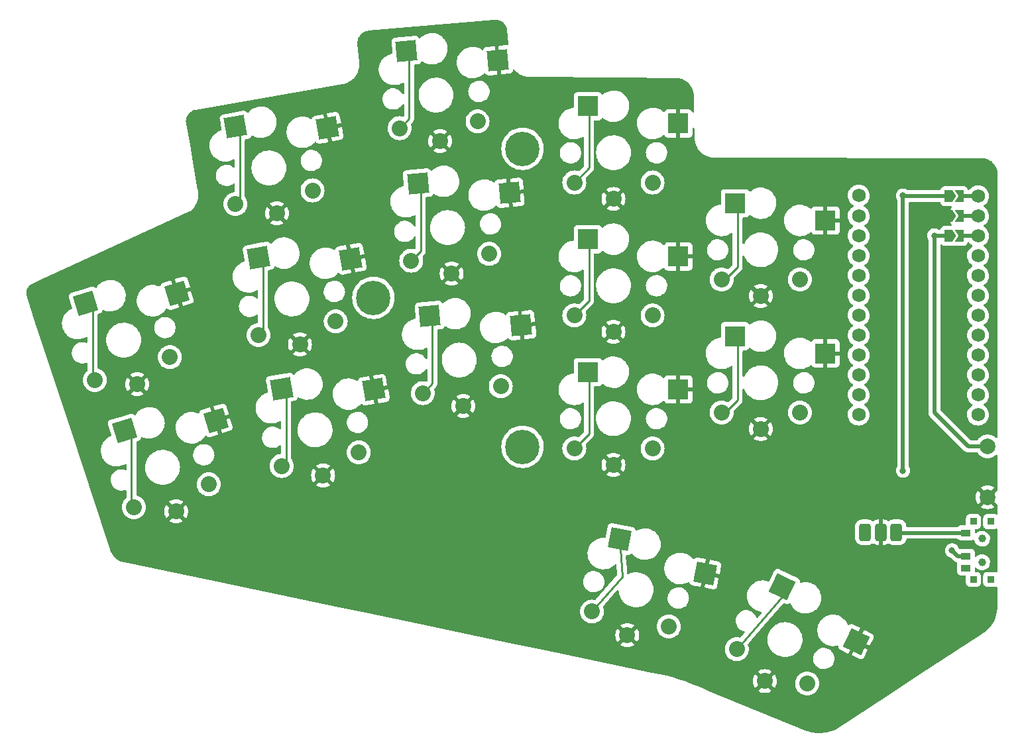
<source format=gbl>
%TF.GenerationSoftware,KiCad,Pcbnew,(6.0.4)*%
%TF.CreationDate,2022-05-15T18:09:05+02:00*%
%TF.ProjectId,battoota,62617474-6f6f-4746-912e-6b696361645f,v1.0.0*%
%TF.SameCoordinates,Original*%
%TF.FileFunction,Copper,L2,Bot*%
%TF.FilePolarity,Positive*%
%FSLAX46Y46*%
G04 Gerber Fmt 4.6, Leading zero omitted, Abs format (unit mm)*
G04 Created by KiCad (PCBNEW (6.0.4)) date 2022-05-15 18:09:05*
%MOMM*%
%LPD*%
G01*
G04 APERTURE LIST*
G04 Aperture macros list*
%AMRoundRect*
0 Rectangle with rounded corners*
0 $1 Rounding radius*
0 $2 $3 $4 $5 $6 $7 $8 $9 X,Y pos of 4 corners*
0 Add a 4 corners polygon primitive as box body*
4,1,4,$2,$3,$4,$5,$6,$7,$8,$9,$2,$3,0*
0 Add four circle primitives for the rounded corners*
1,1,$1+$1,$2,$3*
1,1,$1+$1,$4,$5*
1,1,$1+$1,$6,$7*
1,1,$1+$1,$8,$9*
0 Add four rect primitives between the rounded corners*
20,1,$1+$1,$2,$3,$4,$5,0*
20,1,$1+$1,$4,$5,$6,$7,0*
20,1,$1+$1,$6,$7,$8,$9,0*
20,1,$1+$1,$8,$9,$2,$3,0*%
%AMRotRect*
0 Rectangle, with rotation*
0 The origin of the aperture is its center*
0 $1 length*
0 $2 width*
0 $3 Rotation angle, in degrees counterclockwise*
0 Add horizontal line*
21,1,$1,$2,0,0,$3*%
%AMFreePoly0*
4,1,6,0.150000,0.000000,0.650000,-0.750000,-0.500000,-0.750000,-0.500000,0.750000,0.650000,0.750000,0.150000,0.000000,0.150000,0.000000,$1*%
%AMFreePoly1*
4,1,6,0.500000,-0.750000,-0.500000,-0.750000,-1.000000,0.000000,-0.500000,0.750000,0.500000,0.750000,0.500000,-0.750000,0.500000,-0.750000,$1*%
G04 Aperture macros list end*
%TA.AperFunction,ComponentPad*%
%ADD10RoundRect,0.375000X-0.375000X-0.750000X0.375000X-0.750000X0.375000X0.750000X-0.375000X0.750000X0*%
%TD*%
%TA.AperFunction,ComponentPad*%
%ADD11C,2.000000*%
%TD*%
%TA.AperFunction,SMDPad,CuDef*%
%ADD12RotRect,2.600000X2.600000X10.000000*%
%TD*%
%TA.AperFunction,ComponentPad*%
%ADD13C,2.032000*%
%TD*%
%TA.AperFunction,SMDPad,CuDef*%
%ADD14RotRect,2.600000X2.600000X5.000000*%
%TD*%
%TA.AperFunction,SMDPad,CuDef*%
%ADD15R,2.600000X2.600000*%
%TD*%
%TA.AperFunction,SMDPad,CuDef*%
%ADD16RotRect,2.600000X2.600000X334.000000*%
%TD*%
%TA.AperFunction,SMDPad,CuDef*%
%ADD17R,0.900000X0.900000*%
%TD*%
%TA.AperFunction,WasherPad*%
%ADD18C,1.000000*%
%TD*%
%TA.AperFunction,SMDPad,CuDef*%
%ADD19R,1.250000X0.900000*%
%TD*%
%TA.AperFunction,SMDPad,CuDef*%
%ADD20RotRect,2.600000X2.600000X17.000000*%
%TD*%
%TA.AperFunction,SMDPad,CuDef*%
%ADD21RotRect,2.600000X2.600000X349.000000*%
%TD*%
%TA.AperFunction,ComponentPad*%
%ADD22C,1.752600*%
%TD*%
%TA.AperFunction,SMDPad,CuDef*%
%ADD23FreePoly0,180.000000*%
%TD*%
%TA.AperFunction,SMDPad,CuDef*%
%ADD24R,1.524000X0.500000*%
%TD*%
%TA.AperFunction,SMDPad,CuDef*%
%ADD25FreePoly1,180.000000*%
%TD*%
%TA.AperFunction,ComponentPad*%
%ADD26C,4.400000*%
%TD*%
%TA.AperFunction,ViaPad*%
%ADD27C,0.800000*%
%TD*%
%TA.AperFunction,Conductor*%
%ADD28C,0.250000*%
%TD*%
%TA.AperFunction,Conductor*%
%ADD29C,0.500000*%
%TD*%
G04 APERTURE END LIST*
D10*
%TO.P,PAD1,1*%
%TO.N,Braw*%
X151545396Y58163682D03*
%TO.P,PAD1,2*%
%TO.N,GND*%
X149545396Y58163682D03*
%TO.P,PAD1,3*%
%TO.N,Braw*%
X147545396Y58163682D03*
%TD*%
D11*
%TO.P,B1,1*%
%TO.N,RST*%
X163203191Y69152519D03*
%TO.P,B1,2*%
%TO.N,GND*%
X163203191Y62652519D03*
%TD*%
D12*
%TO.P,S11,1*%
%TO.N,P3*%
X67128658Y110035975D03*
%TO.P,S11,2*%
%TO.N,GND*%
X78885213Y109875035D03*
%TD*%
D13*
%TO.P,S34,1*%
%TO.N,P9*%
X131165429Y43224606D03*
X140153370Y38840895D03*
%TO.P,S34,2*%
%TO.N,GND*%
X134738820Y39145283D03*
X134738820Y39145283D03*
%TD*%
D14*
%TO.P,S15,1*%
%TO.N,P18*%
X90440529Y102756090D03*
%TO.P,S15,2*%
%TO.N,GND*%
X102138320Y101571111D03*
%TD*%
D15*
%TO.P,S21,1*%
%TO.N,P16*%
X112136087Y95636017D03*
%TO.P,S21,2*%
%TO.N,GND*%
X123686087Y93436017D03*
%TD*%
D13*
%TO.P,S8,1*%
%TO.N,P5*%
X73026972Y66651093D03*
X82875050Y68387574D03*
%TO.P,S8,2*%
%TO.N,GND*%
X78315672Y65451237D03*
X78315672Y65451237D03*
%TD*%
%TO.P,S14,1*%
%TO.N,P2*%
X91053509Y75957538D03*
X101015456Y76829096D03*
%TO.P,S14,2*%
%TO.N,GND*%
X96217510Y74301308D03*
X96217510Y74301308D03*
%TD*%
%TO.P,S20,1*%
%TO.N,P14*%
X120411087Y68886017D03*
X110411087Y68886017D03*
%TO.P,S20,2*%
%TO.N,GND*%
X115411087Y66786017D03*
X115411087Y66786017D03*
%TD*%
%TO.P,S28,1*%
%TO.N,P19*%
X129218280Y73478852D03*
X139218280Y73478852D03*
%TO.P,S28,2*%
%TO.N,GND*%
X134218280Y71378852D03*
X134218280Y71378852D03*
%TD*%
D15*
%TO.P,S29,1*%
%TO.N,P20*%
X130943280Y100228852D03*
%TO.P,S29,2*%
%TO.N,GND*%
X142493280Y98028852D03*
%TD*%
D16*
%TO.P,S33,1*%
%TO.N,P9*%
X136989968Y51231658D03*
%TO.P,S33,2*%
%TO.N,GND*%
X146406623Y44191124D03*
%TD*%
D12*
%TO.P,S7,1*%
%TO.N,P5*%
X73032696Y76552511D03*
%TO.P,S7,2*%
%TO.N,GND*%
X84789251Y76391571D03*
%TD*%
D17*
%TO.P,T2,*%
%TO.N,*%
X163600140Y52144619D03*
X163600140Y59544619D03*
X161400140Y52144619D03*
X161400140Y59544619D03*
D18*
X162500140Y57344619D03*
X162500140Y54344619D03*
D19*
%TO.P,T2,1*%
%TO.N,Braw*%
X160425140Y58094619D03*
%TO.P,T2,2*%
%TO.N,RAW*%
X160425140Y55094619D03*
%TO.P,T2,3*%
%TO.N,N/C*%
X160425140Y53594619D03*
%TD*%
D20*
%TO.P,S5,1*%
%TO.N,P6*%
X47970749Y87462459D03*
%TO.P,S5,2*%
%TO.N,GND*%
X59659287Y88735482D03*
%TD*%
D15*
%TO.P,S27,1*%
%TO.N,P19*%
X130943280Y83228852D03*
%TO.P,S27,2*%
%TO.N,GND*%
X142493280Y81028852D03*
%TD*%
D12*
%TO.P,S9,1*%
%TO.N,P4*%
X70080677Y93294243D03*
%TO.P,S9,2*%
%TO.N,GND*%
X81837232Y93133303D03*
%TD*%
D13*
%TO.P,S16,1*%
%TO.N,P18*%
X99533808Y93764406D03*
X89571861Y92892848D03*
%TO.P,S16,2*%
%TO.N,GND*%
X94735862Y91236618D03*
X94735862Y91236618D03*
%TD*%
%TO.P,S30,1*%
%TO.N,P20*%
X139218280Y90478852D03*
X129218280Y90478852D03*
%TO.P,S30,2*%
%TO.N,GND*%
X134218280Y88378852D03*
X134218280Y88378852D03*
%TD*%
D14*
%TO.P,S13,1*%
%TO.N,P2*%
X91922177Y85820780D03*
%TO.P,S13,2*%
%TO.N,GND*%
X103619968Y84635801D03*
%TD*%
D13*
%TO.P,S24,1*%
%TO.N,P10*%
X110411087Y102886017D03*
X120411087Y102886017D03*
%TO.P,S24,2*%
%TO.N,GND*%
X115411087Y100786017D03*
X115411087Y100786017D03*
%TD*%
D14*
%TO.P,S17,1*%
%TO.N,P15*%
X88958882Y119691400D03*
%TO.P,S17,2*%
%TO.N,GND*%
X100656673Y118506421D03*
%TD*%
D13*
%TO.P,S4,1*%
%TO.N,P7*%
X54142067Y61376965D03*
X63705114Y64300682D03*
%TO.P,S4,2*%
%TO.N,GND*%
X59537571Y60830584D03*
X59537571Y60830584D03*
%TD*%
%TO.P,S10,1*%
%TO.N,P4*%
X70074953Y83392825D03*
X79923031Y85129306D03*
%TO.P,S10,2*%
%TO.N,GND*%
X75363653Y82192969D03*
X75363653Y82192969D03*
%TD*%
%TO.P,S22,1*%
%TO.N,P16*%
X110411087Y85886017D03*
X120411087Y85886017D03*
%TO.P,S22,2*%
%TO.N,GND*%
X115411087Y83786017D03*
X115411087Y83786017D03*
%TD*%
D21*
%TO.P,S31,1*%
%TO.N,P8*%
X116217625Y57280452D03*
%TO.P,S31,2*%
%TO.N,GND*%
X127135640Y52917029D03*
%TD*%
D22*
%TO.P,MCU1,*%
%TO.N,*%
X161977213Y98602542D03*
D23*
X159643690Y98602542D03*
D22*
X161977213Y96062542D03*
D24*
X160593690Y101142542D03*
D22*
X146737213Y96062542D03*
D24*
X160593690Y98602542D03*
X160593690Y96062542D03*
D23*
X159643690Y96062542D03*
X159643690Y101142542D03*
D22*
X146737213Y101226288D03*
X161977213Y101142542D03*
X146737213Y98602542D03*
D25*
%TO.P,MCU1,1*%
%TO.N,RAW*%
X158193690Y101142542D03*
%TO.P,MCU1,2*%
%TO.N,GND*%
X158193690Y98602542D03*
%TO.P,MCU1,3*%
%TO.N,RST*%
X158193690Y96062542D03*
D22*
%TO.P,MCU1,4*%
%TO.N,N/C*%
X146737213Y93522542D03*
%TO.P,MCU1,5*%
%TO.N,P21*%
X146737213Y90982542D03*
%TO.P,MCU1,6*%
%TO.N,P20*%
X146737213Y88442542D03*
%TO.P,MCU1,7*%
%TO.N,P19*%
X146737213Y85902542D03*
%TO.P,MCU1,8*%
%TO.N,P18*%
X146737213Y83362542D03*
%TO.P,MCU1,9*%
%TO.N,P15*%
X146737213Y80822542D03*
%TO.P,MCU1,10*%
%TO.N,P14*%
X146737213Y78282542D03*
%TO.P,MCU1,11*%
%TO.N,P16*%
X146737213Y75742542D03*
%TO.P,MCU1,12*%
%TO.N,P10*%
X146737213Y73202542D03*
%TO.P,MCU1,16*%
%TO.N,N/C*%
X161977213Y93522542D03*
%TO.P,MCU1,17*%
%TO.N,P2*%
X161977213Y90982542D03*
%TO.P,MCU1,18*%
%TO.N,P3*%
X161977213Y88442542D03*
%TO.P,MCU1,19*%
%TO.N,P4*%
X161977213Y85902542D03*
%TO.P,MCU1,20*%
%TO.N,P5*%
X161977213Y83362542D03*
%TO.P,MCU1,21*%
%TO.N,P6*%
X161977213Y80822542D03*
%TO.P,MCU1,22*%
%TO.N,P7*%
X161977213Y78282542D03*
%TO.P,MCU1,23*%
%TO.N,P8*%
X161977213Y75742542D03*
%TO.P,MCU1,24*%
%TO.N,P9*%
X161977213Y73202542D03*
%TD*%
D20*
%TO.P,S3,1*%
%TO.N,P7*%
X52941068Y71205278D03*
%TO.P,S3,2*%
%TO.N,GND*%
X64629606Y72478301D03*
%TD*%
D13*
%TO.P,S32,1*%
%TO.N,P8*%
X122480203Y46130643D03*
X112663931Y48038733D03*
%TO.P,S32,2*%
%TO.N,GND*%
X117171368Y45023271D03*
X117171368Y45023271D03*
%TD*%
D26*
%TO.P,REF\u002A\u002A,1*%
%TO.N,N/C*%
X84747220Y88141427D03*
X103797220Y69091427D03*
X103797220Y107191427D03*
%TD*%
D13*
%TO.P,S12,1*%
%TO.N,P3*%
X76971012Y101871038D03*
X67122934Y100134557D03*
%TO.P,S12,2*%
%TO.N,GND*%
X72411634Y98934701D03*
X72411634Y98934701D03*
%TD*%
D15*
%TO.P,S23,1*%
%TO.N,P10*%
X112136087Y112636017D03*
%TO.P,S23,2*%
%TO.N,GND*%
X123686087Y110436017D03*
%TD*%
D13*
%TO.P,S6,1*%
%TO.N,P6*%
X49171748Y77634146D03*
X58734795Y80557863D03*
%TO.P,S6,2*%
%TO.N,GND*%
X54567252Y77087765D03*
X54567252Y77087765D03*
%TD*%
D15*
%TO.P,S19,1*%
%TO.N,P14*%
X112136087Y78636017D03*
%TO.P,S19,2*%
%TO.N,GND*%
X123686087Y76436017D03*
%TD*%
D13*
%TO.P,S18,1*%
%TO.N,P15*%
X88090214Y109828158D03*
X98052161Y110699716D03*
%TO.P,S18,2*%
%TO.N,GND*%
X93254215Y108171928D03*
X93254215Y108171928D03*
%TD*%
D27*
%TO.N,GND*%
X154304587Y98650426D03*
%TO.N,RAW*%
X158661253Y55844619D03*
X152400000Y66040000D03*
X152400000Y101213143D03*
%TO.N,RST*%
X156389782Y96106346D03*
%TD*%
D28*
%TO.N,P6*%
X47655954Y88184596D02*
X48856953Y86983597D01*
X48856953Y86983597D02*
X48856953Y78356283D01*
D29*
%TO.N,GND*%
X154329345Y98675184D02*
X154329345Y64825511D01*
X149545396Y60041562D02*
X149545396Y58163682D01*
X154329345Y64825511D02*
X149545396Y60041562D01*
X154304587Y98650426D02*
X154329345Y98675184D01*
X154329345Y98675184D02*
X158139502Y98675184D01*
D28*
%TO.N,P5*%
X73590450Y67214571D02*
X73026972Y66651093D01*
X73032696Y76552511D02*
X73590450Y75994757D01*
X73590450Y75994757D02*
X73590450Y67214571D01*
%TO.N,P4*%
X70638431Y83956303D02*
X70074953Y83392825D01*
X70638431Y92736489D02*
X70638431Y83956303D01*
X70080677Y93294243D02*
X70638431Y92736489D01*
%TO.N,P3*%
X67686412Y100698035D02*
X67122934Y100134557D01*
X67128658Y110035975D02*
X67686412Y109478221D01*
X67686412Y109478221D02*
X67686412Y100698035D01*
%TO.N,P2*%
X92270004Y77174033D02*
X91053509Y75957538D01*
X91922177Y85820780D02*
X92270004Y85472953D01*
X92270004Y85472953D02*
X92270004Y77174033D01*
%TO.N,P18*%
X90788356Y94109343D02*
X89571861Y92892848D01*
X90440529Y102756090D02*
X90788356Y102408263D01*
X90788356Y102408263D02*
X90788356Y94109343D01*
%TO.N,P15*%
X89306709Y111044653D02*
X88090214Y109828158D01*
X89306709Y119343573D02*
X89306709Y111044653D01*
X88958882Y119691400D02*
X89306709Y119343573D01*
%TO.N,P14*%
X112285608Y79029475D02*
X112285608Y70760538D01*
X112285608Y70760538D02*
X110411087Y68886017D01*
%TO.N,P16*%
X112285608Y96029475D02*
X112285608Y87760538D01*
X112285608Y87760538D02*
X110411087Y85886017D01*
%TO.N,P10*%
X112285608Y104760538D02*
X110411087Y102886017D01*
X112285608Y113029475D02*
X112285608Y104760538D01*
%TO.N,P19*%
X131272946Y75102108D02*
X129078705Y72907867D01*
X131272946Y82188626D02*
X131272946Y75102108D01*
X130803705Y82657867D02*
X131272946Y82188626D01*
%TO.N,P20*%
X131272946Y99188626D02*
X131272946Y92102108D01*
X129649690Y90478852D02*
X129218280Y90478852D01*
X131272946Y92102108D02*
X129649690Y90478852D01*
X130803705Y99657867D02*
X131272946Y99188626D01*
%TO.N,P7*%
X52626273Y71927415D02*
X53827272Y70726416D01*
X53827272Y70726416D02*
X53827272Y62099102D01*
%TO.N,P8*%
X116217625Y57280452D02*
X116551173Y52510494D01*
X116551173Y52510494D02*
X112663930Y48038732D01*
%TO.N,P9*%
X137074538Y50022257D02*
X131165430Y43224606D01*
X136989968Y51231658D02*
X137074538Y50022257D01*
D29*
%TO.N,RAW*%
X152400000Y101213143D02*
X152426699Y101186444D01*
X152400000Y101213143D02*
X152400000Y66040000D01*
X152426699Y101186444D02*
X158168242Y101186444D01*
X158661253Y55844619D02*
X159406377Y55099495D01*
X159406377Y55099495D02*
X160167148Y55099495D01*
%TO.N,RST*%
X156389782Y96106346D02*
X156389782Y73500449D01*
X156389782Y96106346D02*
X156389880Y96106444D01*
X156389782Y73500449D02*
X160737712Y69152519D01*
X160737712Y69152519D02*
X163203191Y69152519D01*
X156389880Y96106444D02*
X158168242Y96106444D01*
%TO.N,Braw*%
X160425140Y58094619D02*
X160420264Y58099495D01*
X151609583Y58099495D02*
X151545396Y58163682D01*
X160420264Y58099495D02*
X151609583Y58099495D01*
%TD*%
%TA.AperFunction,Conductor*%
%TO.N,GND*%
G36*
X100428465Y123702296D02*
G01*
X100621694Y123677642D01*
X100639308Y123674102D01*
X100827059Y123622199D01*
X100843996Y123616186D01*
X101022434Y123538097D01*
X101038341Y123529737D01*
X101203862Y123427039D01*
X101218422Y123416496D01*
X101351322Y123304981D01*
X101367632Y123291295D01*
X101380545Y123278785D01*
X101510420Y123133619D01*
X101521421Y123119400D01*
X101629313Y122957229D01*
X101638178Y122941588D01*
X101721889Y122765716D01*
X101728438Y122748973D01*
X101786269Y122562972D01*
X101790368Y122545467D01*
X101815997Y122385265D01*
X101816830Y122367055D01*
X101817435Y122358997D01*
X101816832Y122350035D01*
X101824763Y122314105D01*
X101827059Y122299877D01*
X101890735Y121681712D01*
X102005955Y120563165D01*
X101993038Y120493353D01*
X101944429Y120441607D01*
X101877977Y120424282D01*
X101845466Y120424963D01*
X101838664Y120424738D01*
X100770177Y120331257D01*
X100755384Y120325470D01*
X100754304Y120323979D01*
X100753310Y120316184D01*
X100887569Y118781592D01*
X101065705Y116745487D01*
X101071492Y116730694D01*
X101072983Y116729614D01*
X101080778Y116728620D01*
X102153814Y116822499D01*
X102160555Y116823459D01*
X102210751Y116833396D01*
X102225634Y116838340D01*
X102341690Y116893821D01*
X102356473Y116903680D01*
X102451498Y116988790D01*
X102462916Y117002398D01*
X102530230Y117110755D01*
X102537374Y117127029D01*
X102565168Y117226909D01*
X102602700Y117287174D01*
X102666856Y117317580D01*
X102737266Y117308475D01*
X102781700Y117275734D01*
X102899168Y117140424D01*
X102901821Y117137993D01*
X102901823Y117137991D01*
X103107803Y116949250D01*
X103110454Y116946821D01*
X103113365Y116944709D01*
X103301182Y116808446D01*
X103342409Y116778535D01*
X103345542Y116776768D01*
X103345545Y116776766D01*
X103514304Y116681585D01*
X103592017Y116637754D01*
X103595323Y116636359D01*
X103595324Y116636358D01*
X103620528Y116625719D01*
X103856032Y116526310D01*
X103859475Y116525300D01*
X103859481Y116525298D01*
X103910911Y116510213D01*
X104131019Y116445652D01*
X104369962Y116404340D01*
X104409856Y116397442D01*
X104409858Y116397442D01*
X104413402Y116396829D01*
X104587559Y116386875D01*
X104664804Y116382460D01*
X104678509Y116380920D01*
X104686955Y116379499D01*
X104693257Y116379422D01*
X104694640Y116379405D01*
X104694644Y116379405D01*
X104699507Y116379346D01*
X104724373Y116382906D01*
X104743325Y116384173D01*
X115860234Y116287081D01*
X123562332Y116219813D01*
X123577487Y116218080D01*
X123585749Y116217444D01*
X123594519Y116215492D01*
X123611164Y116216583D01*
X123635564Y116215812D01*
X123873357Y116185056D01*
X123889178Y116181971D01*
X124018034Y116148148D01*
X124146887Y116114327D01*
X124162190Y116109243D01*
X124409133Y116009247D01*
X124423661Y116002251D01*
X124655826Y115871526D01*
X124669338Y115862733D01*
X124863428Y115717957D01*
X124882894Y115703437D01*
X124895174Y115692990D01*
X125086652Y115507710D01*
X125097486Y115495791D01*
X125231358Y115328120D01*
X125263727Y115287578D01*
X125272960Y115274361D01*
X125289107Y115247768D01*
X125411245Y115046623D01*
X125418715Y115032332D01*
X125526778Y114788808D01*
X125532362Y114773681D01*
X125559544Y114682452D01*
X125606097Y114526212D01*
X125608442Y114518340D01*
X125612047Y114502625D01*
X125637639Y114345547D01*
X125654889Y114239670D01*
X125656459Y114223622D01*
X125663986Y113998666D01*
X125664242Y113991002D01*
X125662464Y113967599D01*
X125662332Y113964522D01*
X125660679Y113955692D01*
X125665443Y113907941D01*
X125666040Y113897912D01*
X125679432Y113211625D01*
X125703447Y111980964D01*
X125703730Y111966447D01*
X125685061Y111897949D01*
X125632322Y111850418D01*
X125562259Y111838945D01*
X125497115Y111867173D01*
X125459772Y111919759D01*
X125439411Y111974071D01*
X125430873Y111989666D01*
X125354372Y112091741D01*
X125341811Y112104302D01*
X125239736Y112180803D01*
X125224141Y112189341D01*
X125103693Y112234495D01*
X125088438Y112238122D01*
X125037573Y112243648D01*
X125030759Y112244017D01*
X123958202Y112244017D01*
X123942963Y112239542D01*
X123941758Y112238152D01*
X123940087Y112230469D01*
X123940087Y108646133D01*
X123944562Y108630894D01*
X123945952Y108629689D01*
X123953635Y108628018D01*
X125030756Y108628018D01*
X125037577Y108628388D01*
X125088439Y108633912D01*
X125103691Y108637538D01*
X125224141Y108682693D01*
X125239736Y108691231D01*
X125341811Y108767732D01*
X125354372Y108780293D01*
X125430873Y108882368D01*
X125439411Y108897963D01*
X125484565Y109018411D01*
X125488192Y109033666D01*
X125493718Y109084531D01*
X125494087Y109091345D01*
X125494087Y109794567D01*
X125514089Y109862688D01*
X125567745Y109909181D01*
X125638019Y109919285D01*
X125702599Y109889791D01*
X125740983Y109830065D01*
X125746063Y109797027D01*
X125768733Y108635266D01*
X125768796Y108632025D01*
X125767594Y108612030D01*
X125765728Y108598750D01*
X125764463Y108589753D01*
X125764650Y108577201D01*
X125765470Y108572406D01*
X125765470Y108572404D01*
X125765521Y108572107D01*
X125766864Y108561623D01*
X125778349Y108427517D01*
X125789327Y108299332D01*
X125791382Y108275332D01*
X125792119Y108271738D01*
X125792119Y108271736D01*
X125828509Y108094207D01*
X125852225Y107978506D01*
X125853381Y107975005D01*
X125927914Y107749279D01*
X125947227Y107690787D01*
X126075095Y107416092D01*
X126077021Y107412968D01*
X126077025Y107412960D01*
X126147612Y107298449D01*
X126234088Y107158160D01*
X126409800Y106935983D01*
X126414380Y106930193D01*
X126422043Y106920503D01*
X126636399Y106706356D01*
X126874240Y106518634D01*
X126877365Y106516712D01*
X127129200Y106361816D01*
X127129204Y106361814D01*
X127132327Y106359893D01*
X127135660Y106358346D01*
X127135659Y106358346D01*
X127246927Y106306684D01*
X127407147Y106232293D01*
X127410642Y106231143D01*
X127410649Y106231140D01*
X127479998Y106208317D01*
X127694958Y106137572D01*
X127698565Y106136836D01*
X127698570Y106136835D01*
X127988243Y106077754D01*
X127988250Y106077753D01*
X127991844Y106077020D01*
X127995497Y106076711D01*
X127995502Y106076710D01*
X128179556Y106061128D01*
X128261561Y106054186D01*
X128275056Y106052303D01*
X128281196Y106051105D01*
X128286053Y106050919D01*
X128286054Y106050919D01*
X128287097Y106050879D01*
X128293740Y106050625D01*
X128298564Y106051188D01*
X128298567Y106051188D01*
X128314455Y106053042D01*
X128329344Y106054779D01*
X128344113Y106055628D01*
X162532048Y106008730D01*
X162545853Y106007228D01*
X162545861Y106007344D01*
X162554813Y106006690D01*
X162563582Y106004773D01*
X162572534Y106005394D01*
X162572539Y106005394D01*
X162579928Y106005907D01*
X162604536Y106005204D01*
X162826615Y105976980D01*
X162842850Y105973822D01*
X163084808Y105910033D01*
X163100489Y105904776D01*
X163332010Y105809843D01*
X163346859Y105802583D01*
X163404250Y105769685D01*
X163563954Y105678139D01*
X163577732Y105668990D01*
X163649900Y105613917D01*
X163776652Y105517188D01*
X163789110Y105506316D01*
X163966438Y105329759D01*
X163977367Y105317346D01*
X164077593Y105187195D01*
X164125950Y105124400D01*
X164130031Y105119100D01*
X164139241Y105105363D01*
X164156745Y105075132D01*
X164264633Y104888808D01*
X164271961Y104873986D01*
X164357751Y104667341D01*
X164367901Y104642892D01*
X164373227Y104627232D01*
X164438075Y104385543D01*
X164441303Y104369323D01*
X164473934Y104121240D01*
X164475010Y104104735D01*
X164474884Y103887818D01*
X164472463Y103866034D01*
X164472113Y103861580D01*
X164470148Y103852823D01*
X164473534Y103799804D01*
X164473789Y103791759D01*
X164461746Y70339581D01*
X164461744Y70334693D01*
X164441717Y70266579D01*
X164388045Y70220106D01*
X164317767Y70210027D01*
X164253914Y70238927D01*
X164096373Y70373479D01*
X164096369Y70373482D01*
X164092607Y70376695D01*
X164088399Y70379274D01*
X164088393Y70379278D01*
X163894374Y70498173D01*
X163890154Y70500759D01*
X163885584Y70502652D01*
X163885580Y70502654D01*
X163675358Y70589730D01*
X163675356Y70589731D01*
X163670785Y70591624D01*
X163561554Y70617848D01*
X163444715Y70645899D01*
X163444709Y70645900D01*
X163439902Y70647054D01*
X163203191Y70665684D01*
X162966480Y70647054D01*
X162961673Y70645900D01*
X162961667Y70645899D01*
X162844828Y70617848D01*
X162735597Y70591624D01*
X162731026Y70589731D01*
X162731024Y70589730D01*
X162520802Y70502654D01*
X162520798Y70502652D01*
X162516228Y70500759D01*
X162512008Y70498173D01*
X162317989Y70379278D01*
X162317983Y70379274D01*
X162313775Y70376695D01*
X162133222Y70222488D01*
X162130014Y70218732D01*
X162048402Y70123177D01*
X161979015Y70041935D01*
X161941970Y69981483D01*
X161935658Y69971183D01*
X161883010Y69923552D01*
X161828226Y69911019D01*
X161104083Y69911019D01*
X161035962Y69931021D01*
X161014988Y69947924D01*
X157185187Y73777725D01*
X157151161Y73840037D01*
X157148282Y73866820D01*
X157148282Y94836398D01*
X157168284Y94904519D01*
X157221940Y94951012D01*
X157292214Y94961116D01*
X157356794Y94931622D01*
X157415947Y94880366D01*
X157424144Y94876622D01*
X157424145Y94876622D01*
X157438956Y94869858D01*
X157548956Y94819623D01*
X157693690Y94798813D01*
X158693690Y94798813D01*
X158695654Y94798937D01*
X158695658Y94798937D01*
X158751770Y94802476D01*
X158751774Y94802477D01*
X158758247Y94802885D01*
X158803922Y94815467D01*
X158855314Y94818709D01*
X158993690Y94798813D01*
X160143690Y94798813D01*
X160175676Y94801101D01*
X160210063Y94803560D01*
X160210064Y94803560D01*
X160216801Y94804042D01*
X160326995Y94836398D01*
X160348455Y94842699D01*
X160348457Y94842700D01*
X160357101Y94845238D01*
X160417943Y94884339D01*
X160472531Y94919420D01*
X160472534Y94919422D01*
X160480111Y94924292D01*
X160486012Y94931102D01*
X160569964Y95027987D01*
X160569966Y95027990D01*
X160575866Y95034799D01*
X160599583Y95086731D01*
X160612785Y95115640D01*
X160636609Y95167808D01*
X160637892Y95176731D01*
X160640429Y95185372D01*
X160642066Y95184891D01*
X160667178Y95239879D01*
X160726904Y95278263D01*
X160797901Y95278263D01*
X160857641Y95239864D01*
X161004999Y95069749D01*
X161102475Y94988823D01*
X161172001Y94931102D01*
X161180202Y94924293D01*
X161184653Y94921692D01*
X161184663Y94921685D01*
X161217479Y94902509D01*
X161266202Y94850870D01*
X161279272Y94781087D01*
X161252539Y94715315D01*
X161229566Y94692967D01*
X161054657Y94561642D01*
X161051085Y94557904D01*
X160903651Y94403623D01*
X160897333Y94397012D01*
X160894419Y94392740D01*
X160894418Y94392739D01*
X160876123Y94365919D01*
X160769010Y94208897D01*
X160673134Y94002350D01*
X160612280Y93782917D01*
X160588082Y93556492D01*
X160588379Y93551340D01*
X160588379Y93551336D01*
X160590977Y93506284D01*
X160601190Y93329155D01*
X160602325Y93324118D01*
X160602326Y93324112D01*
X160649425Y93115118D01*
X160651252Y93107011D01*
X160653196Y93102225D01*
X160653197Y93102220D01*
X160731342Y92909773D01*
X160736924Y92896027D01*
X160752440Y92870707D01*
X160832005Y92740870D01*
X160855905Y92701868D01*
X161004999Y92529749D01*
X161151834Y92407844D01*
X161161317Y92399972D01*
X161180202Y92384293D01*
X161184653Y92381692D01*
X161184663Y92381685D01*
X161217479Y92362509D01*
X161266202Y92310870D01*
X161279272Y92241087D01*
X161252539Y92175315D01*
X161229566Y92152967D01*
X161054657Y92021642D01*
X161041313Y92007678D01*
X160906924Y91867048D01*
X160897333Y91857012D01*
X160894419Y91852740D01*
X160894418Y91852739D01*
X160858557Y91800169D01*
X160769010Y91668897D01*
X160673134Y91462350D01*
X160612280Y91242917D01*
X160588082Y91016492D01*
X160588379Y91011340D01*
X160588379Y91011336D01*
X160591571Y90955978D01*
X160601190Y90789155D01*
X160602325Y90784118D01*
X160602326Y90784112D01*
X160645572Y90592216D01*
X160651252Y90567011D01*
X160653196Y90562225D01*
X160653197Y90562220D01*
X160730075Y90372894D01*
X160736924Y90356027D01*
X160855905Y90161868D01*
X161004999Y89989749D01*
X161091165Y89918213D01*
X161170576Y89852285D01*
X161180202Y89844293D01*
X161184653Y89841692D01*
X161184663Y89841685D01*
X161217479Y89822509D01*
X161266202Y89770870D01*
X161279272Y89701087D01*
X161252539Y89635315D01*
X161229566Y89612967D01*
X161054657Y89481642D01*
X161016622Y89441841D01*
X160920320Y89341066D01*
X160897333Y89317012D01*
X160894419Y89312740D01*
X160894418Y89312739D01*
X160862684Y89266219D01*
X160769010Y89128897D01*
X160673134Y88922350D01*
X160671752Y88917368D01*
X160671752Y88917367D01*
X160666788Y88899468D01*
X160612280Y88702917D01*
X160588082Y88476492D01*
X160588379Y88471340D01*
X160588379Y88471336D01*
X160592050Y88407670D01*
X160601190Y88249155D01*
X160602325Y88244118D01*
X160602326Y88244112D01*
X160647012Y88045824D01*
X160651252Y88027011D01*
X160653196Y88022225D01*
X160653197Y88022220D01*
X160712859Y87875291D01*
X160736924Y87816027D01*
X160801481Y87710680D01*
X160842949Y87643011D01*
X160855905Y87621868D01*
X161004999Y87449749D01*
X161180202Y87304293D01*
X161184653Y87301692D01*
X161184663Y87301685D01*
X161217479Y87282509D01*
X161266202Y87230870D01*
X161279272Y87161087D01*
X161252539Y87095315D01*
X161229566Y87072967D01*
X161054657Y86941642D01*
X161051085Y86937904D01*
X160951995Y86834212D01*
X160897333Y86777012D01*
X160894419Y86772740D01*
X160894418Y86772739D01*
X160860274Y86722685D01*
X160769010Y86588897D01*
X160673134Y86382350D01*
X160671752Y86377368D01*
X160671752Y86377367D01*
X160660169Y86335601D01*
X160612280Y86162917D01*
X160588082Y85936492D01*
X160588379Y85931340D01*
X160588379Y85931336D01*
X160591372Y85879430D01*
X160601190Y85709155D01*
X160602325Y85704118D01*
X160602326Y85704112D01*
X160649263Y85495837D01*
X160651252Y85487011D01*
X160653196Y85482225D01*
X160653197Y85482220D01*
X160720652Y85316099D01*
X160736924Y85276027D01*
X160855905Y85081868D01*
X161004999Y84909749D01*
X161180202Y84764293D01*
X161184653Y84761692D01*
X161184663Y84761685D01*
X161217479Y84742509D01*
X161266202Y84690870D01*
X161279272Y84621087D01*
X161252539Y84555315D01*
X161229566Y84532967D01*
X161054657Y84401642D01*
X161035881Y84381994D01*
X160924432Y84265369D01*
X160897333Y84237012D01*
X160894419Y84232740D01*
X160894418Y84232739D01*
X160837164Y84148808D01*
X160769010Y84048897D01*
X160673134Y83842350D01*
X160671752Y83837368D01*
X160671752Y83837367D01*
X160643737Y83736346D01*
X160612280Y83622917D01*
X160588082Y83396492D01*
X160588379Y83391340D01*
X160588379Y83391336D01*
X160590243Y83359013D01*
X160601190Y83169155D01*
X160602325Y83164118D01*
X160602326Y83164112D01*
X160650114Y82952060D01*
X160651252Y82947011D01*
X160653196Y82942225D01*
X160653197Y82942220D01*
X160734980Y82740814D01*
X160736924Y82736027D01*
X160855905Y82541868D01*
X161004999Y82369749D01*
X161091165Y82298213D01*
X161168385Y82234104D01*
X161180202Y82224293D01*
X161184653Y82221692D01*
X161184663Y82221685D01*
X161217479Y82202509D01*
X161266202Y82150870D01*
X161279272Y82081087D01*
X161252539Y82015315D01*
X161229566Y81992967D01*
X161054657Y81861642D01*
X161043833Y81850315D01*
X160901218Y81701077D01*
X160897333Y81697012D01*
X160894419Y81692740D01*
X160894418Y81692739D01*
X160863049Y81646753D01*
X160769010Y81508897D01*
X160673134Y81302350D01*
X160671752Y81297368D01*
X160671752Y81297367D01*
X160654721Y81235954D01*
X160612280Y81082917D01*
X160588082Y80856492D01*
X160588379Y80851340D01*
X160588379Y80851336D01*
X160590235Y80819151D01*
X160601190Y80629155D01*
X160602325Y80624118D01*
X160602326Y80624112D01*
X160647641Y80423033D01*
X160651252Y80407011D01*
X160653196Y80402225D01*
X160653197Y80402220D01*
X160726643Y80221346D01*
X160736924Y80196027D01*
X160855905Y80001868D01*
X161004999Y79829749D01*
X161180202Y79684293D01*
X161184653Y79681692D01*
X161184663Y79681685D01*
X161217479Y79662509D01*
X161266202Y79610870D01*
X161279272Y79541087D01*
X161252539Y79475315D01*
X161229566Y79452967D01*
X161054657Y79321642D01*
X161007847Y79272658D01*
X160926952Y79188006D01*
X160897333Y79157012D01*
X160894419Y79152740D01*
X160894418Y79152739D01*
X160853346Y79092530D01*
X160769010Y78968897D01*
X160673134Y78762350D01*
X160671752Y78757368D01*
X160671752Y78757367D01*
X160660131Y78715464D01*
X160612280Y78542917D01*
X160588082Y78316492D01*
X160588379Y78311340D01*
X160588379Y78311336D01*
X160590367Y78276863D01*
X160601190Y78089155D01*
X160602325Y78084118D01*
X160602326Y78084112D01*
X160649819Y77873368D01*
X160651252Y77867011D01*
X160653196Y77862225D01*
X160653197Y77862220D01*
X160734413Y77662210D01*
X160736924Y77656027D01*
X160855905Y77461868D01*
X161004999Y77289749D01*
X161089115Y77219915D01*
X161160999Y77160236D01*
X161180202Y77144293D01*
X161184653Y77141692D01*
X161184663Y77141685D01*
X161217479Y77122509D01*
X161266202Y77070870D01*
X161279272Y77001087D01*
X161252539Y76935315D01*
X161229566Y76912967D01*
X161054657Y76781642D01*
X161020427Y76745822D01*
X160921116Y76641899D01*
X160897333Y76617012D01*
X160894419Y76612740D01*
X160894418Y76612739D01*
X160870112Y76577108D01*
X160769010Y76428897D01*
X160673134Y76222350D01*
X160671752Y76217368D01*
X160671752Y76217367D01*
X160658096Y76168124D01*
X160612280Y76002917D01*
X160588082Y75776492D01*
X160588379Y75771340D01*
X160588379Y75771336D01*
X160590863Y75728258D01*
X160601190Y75549155D01*
X160602325Y75544118D01*
X160602326Y75544112D01*
X160649274Y75335786D01*
X160651252Y75327011D01*
X160653196Y75322225D01*
X160653197Y75322220D01*
X160732431Y75127091D01*
X160736924Y75116027D01*
X160824680Y74972822D01*
X160850109Y74931327D01*
X160855905Y74921868D01*
X161004999Y74749749D01*
X161121291Y74653202D01*
X161173874Y74609547D01*
X161180202Y74604293D01*
X161184653Y74601692D01*
X161184663Y74601685D01*
X161217479Y74582509D01*
X161266202Y74530870D01*
X161279272Y74461087D01*
X161252539Y74395315D01*
X161229566Y74372967D01*
X161054657Y74241642D01*
X161051085Y74237904D01*
X160917585Y74098204D01*
X160897333Y74077012D01*
X160894419Y74072740D01*
X160894418Y74072739D01*
X160847648Y74004176D01*
X160769010Y73888897D01*
X160673134Y73682350D01*
X160612280Y73462917D01*
X160588082Y73236492D01*
X160588379Y73231340D01*
X160588379Y73231336D01*
X160591943Y73169533D01*
X160601190Y73009155D01*
X160602325Y73004118D01*
X160602326Y73004112D01*
X160644194Y72818329D01*
X160651252Y72787011D01*
X160653196Y72782225D01*
X160653197Y72782220D01*
X160725769Y72603499D01*
X160736924Y72576027D01*
X160855905Y72381868D01*
X161004999Y72209749D01*
X161117545Y72116312D01*
X161162012Y72079395D01*
X161180202Y72064293D01*
X161184654Y72061691D01*
X161184659Y72061688D01*
X161353880Y71962803D01*
X161376810Y71949404D01*
X161589542Y71868170D01*
X161594608Y71867139D01*
X161594609Y71867139D01*
X161619559Y71862063D01*
X161812685Y71822771D01*
X161940501Y71818084D01*
X162035083Y71814615D01*
X162035088Y71814615D01*
X162040247Y71814426D01*
X162045367Y71815082D01*
X162045369Y71815082D01*
X162119807Y71824618D01*
X162266116Y71843361D01*
X162271065Y71844846D01*
X162271071Y71844847D01*
X162410676Y71886731D01*
X162484226Y71908797D01*
X162688720Y72008978D01*
X162692924Y72011976D01*
X162692928Y72011979D01*
X162799728Y72088159D01*
X162874106Y72141212D01*
X163035406Y72301950D01*
X163066170Y72344762D01*
X163165268Y72482673D01*
X163168286Y72486873D01*
X163180283Y72511146D01*
X163266886Y72686374D01*
X163266887Y72686376D01*
X163269180Y72691016D01*
X163323885Y72871070D01*
X163333875Y72903952D01*
X163333875Y72903953D01*
X163335377Y72908896D01*
X163338268Y72930852D01*
X163364663Y73131341D01*
X163364664Y73131348D01*
X163365100Y73134663D01*
X163365855Y73165545D01*
X163366677Y73199177D01*
X163366677Y73199182D01*
X163366759Y73202542D01*
X163358977Y73297200D01*
X163348524Y73424340D01*
X163348523Y73424346D01*
X163348100Y73429491D01*
X163311339Y73575843D01*
X163293885Y73645334D01*
X163293884Y73645338D01*
X163292626Y73650345D01*
X163288395Y73660076D01*
X163203885Y73854436D01*
X163203883Y73854439D01*
X163201825Y73859173D01*
X163108633Y74003226D01*
X163080944Y74046027D01*
X163080942Y74046030D01*
X163078136Y74050367D01*
X162924881Y74218792D01*
X162746176Y74359924D01*
X162739548Y74363583D01*
X162738864Y74364273D01*
X162737344Y74365283D01*
X162737552Y74365597D01*
X162689576Y74414009D01*
X162674798Y74483451D01*
X162699909Y74549858D01*
X162727267Y74576473D01*
X162869902Y74678213D01*
X162869904Y74678215D01*
X162874106Y74681212D01*
X163035406Y74841950D01*
X163044804Y74855028D01*
X163165268Y75022673D01*
X163168286Y75026873D01*
X163171644Y75033666D01*
X163266886Y75226374D01*
X163266887Y75226376D01*
X163269180Y75231016D01*
X163335377Y75448896D01*
X163341095Y75492330D01*
X163364663Y75671341D01*
X163364664Y75671348D01*
X163365100Y75674663D01*
X163366049Y75713503D01*
X163366677Y75739177D01*
X163366677Y75739182D01*
X163366759Y75742542D01*
X163354739Y75888746D01*
X163348524Y75964340D01*
X163348523Y75964346D01*
X163348100Y75969491D01*
X163312449Y76111425D01*
X163293885Y76185334D01*
X163293884Y76185338D01*
X163292626Y76190345D01*
X163283208Y76212006D01*
X163203885Y76394436D01*
X163203883Y76394439D01*
X163201825Y76399173D01*
X163100603Y76555638D01*
X163080944Y76586027D01*
X163080942Y76586030D01*
X163078136Y76590367D01*
X162924881Y76758792D01*
X162746176Y76899924D01*
X162739548Y76903583D01*
X162738864Y76904273D01*
X162737344Y76905283D01*
X162737552Y76905597D01*
X162689576Y76954009D01*
X162674798Y77023451D01*
X162699909Y77089858D01*
X162727267Y77116473D01*
X162869902Y77218213D01*
X162869904Y77218215D01*
X162874106Y77221212D01*
X163035406Y77381950D01*
X163063111Y77420505D01*
X163165268Y77562673D01*
X163168286Y77566873D01*
X163170731Y77571819D01*
X163266886Y77766374D01*
X163266887Y77766376D01*
X163269180Y77771016D01*
X163331649Y77976627D01*
X163333875Y77983952D01*
X163333875Y77983953D01*
X163335377Y77988896D01*
X163336052Y77994022D01*
X163364663Y78211341D01*
X163364664Y78211348D01*
X163365100Y78214663D01*
X163365777Y78242345D01*
X163366677Y78279177D01*
X163366677Y78279182D01*
X163366759Y78282542D01*
X163358408Y78384111D01*
X163348524Y78504340D01*
X163348523Y78504346D01*
X163348100Y78509491D01*
X163315814Y78638027D01*
X163293885Y78725334D01*
X163293884Y78725338D01*
X163292626Y78730345D01*
X163285271Y78747260D01*
X163203885Y78934436D01*
X163203883Y78934439D01*
X163201825Y78939173D01*
X163105693Y79087771D01*
X163080944Y79126027D01*
X163080942Y79126030D01*
X163078136Y79130367D01*
X162924881Y79298792D01*
X162746176Y79439924D01*
X162739548Y79443583D01*
X162738864Y79444273D01*
X162737344Y79445283D01*
X162737552Y79445597D01*
X162689576Y79494009D01*
X162674798Y79563451D01*
X162699909Y79629858D01*
X162727267Y79656473D01*
X162869902Y79758213D01*
X162869904Y79758215D01*
X162874106Y79761212D01*
X163035406Y79921950D01*
X163104788Y80018505D01*
X163165268Y80102673D01*
X163168286Y80106873D01*
X163172453Y80115303D01*
X163266886Y80306374D01*
X163266887Y80306376D01*
X163269180Y80311016D01*
X163328733Y80507027D01*
X163333875Y80523952D01*
X163333875Y80523953D01*
X163335377Y80528896D01*
X163337071Y80541765D01*
X163364663Y80751341D01*
X163364664Y80751348D01*
X163365100Y80754663D01*
X163365553Y80773181D01*
X163366677Y80819177D01*
X163366677Y80819182D01*
X163366759Y80822542D01*
X163358878Y80918395D01*
X163348524Y81044340D01*
X163348523Y81044346D01*
X163348100Y81049491D01*
X163305145Y81220505D01*
X163293885Y81265334D01*
X163293884Y81265338D01*
X163292626Y81270345D01*
X163287188Y81282852D01*
X163203885Y81474436D01*
X163203883Y81474439D01*
X163201825Y81479173D01*
X163097804Y81639965D01*
X163080944Y81666027D01*
X163080942Y81666030D01*
X163078136Y81670367D01*
X162924881Y81838792D01*
X162746176Y81979924D01*
X162739548Y81983583D01*
X162738864Y81984273D01*
X162737344Y81985283D01*
X162737552Y81985597D01*
X162689576Y82034009D01*
X162674798Y82103451D01*
X162699909Y82169858D01*
X162727267Y82196473D01*
X162869902Y82298213D01*
X162869904Y82298215D01*
X162874106Y82301212D01*
X163035406Y82461950D01*
X163046346Y82477174D01*
X163165268Y82642673D01*
X163168286Y82646873D01*
X163173653Y82657731D01*
X163266886Y82846374D01*
X163266887Y82846376D01*
X163269180Y82851016D01*
X163330653Y83053347D01*
X163333875Y83063952D01*
X163333875Y83063953D01*
X163335377Y83068896D01*
X163337863Y83087776D01*
X163364663Y83291341D01*
X163364664Y83291348D01*
X163365100Y83294663D01*
X163366759Y83362542D01*
X163352981Y83530128D01*
X163348524Y83584340D01*
X163348523Y83584346D01*
X163348100Y83589491D01*
X163299975Y83781087D01*
X163293885Y83805334D01*
X163293884Y83805338D01*
X163292626Y83810345D01*
X163284157Y83829822D01*
X163203885Y84014436D01*
X163203883Y84014439D01*
X163201825Y84019173D01*
X163116914Y84150425D01*
X163080944Y84206027D01*
X163080942Y84206030D01*
X163078136Y84210367D01*
X162924881Y84378792D01*
X162746176Y84519924D01*
X162739548Y84523583D01*
X162738864Y84524273D01*
X162737344Y84525283D01*
X162737552Y84525597D01*
X162689576Y84574009D01*
X162674798Y84643451D01*
X162699909Y84709858D01*
X162727267Y84736473D01*
X162869902Y84838213D01*
X162869904Y84838215D01*
X162874106Y84841212D01*
X163035406Y85001950D01*
X163051075Y85023755D01*
X163165268Y85182673D01*
X163168286Y85186873D01*
X163170706Y85191768D01*
X163266886Y85386374D01*
X163266887Y85386376D01*
X163269180Y85391016D01*
X163335377Y85608896D01*
X163337479Y85624860D01*
X163364663Y85831341D01*
X163364664Y85831348D01*
X163365100Y85834663D01*
X163365626Y85856169D01*
X163366677Y85899177D01*
X163366677Y85899182D01*
X163366759Y85902542D01*
X163357856Y86010832D01*
X163348524Y86124340D01*
X163348523Y86124346D01*
X163348100Y86129491D01*
X163317717Y86250452D01*
X163293885Y86345334D01*
X163293884Y86345338D01*
X163292626Y86350345D01*
X163289050Y86358570D01*
X163203885Y86554436D01*
X163203883Y86554439D01*
X163201825Y86559173D01*
X163100952Y86715099D01*
X163080944Y86746027D01*
X163080942Y86746030D01*
X163078136Y86750367D01*
X162924881Y86918792D01*
X162746176Y87059924D01*
X162739548Y87063583D01*
X162738864Y87064273D01*
X162737344Y87065283D01*
X162737552Y87065597D01*
X162689576Y87114009D01*
X162674798Y87183451D01*
X162699909Y87249858D01*
X162727267Y87276473D01*
X162869902Y87378213D01*
X162869904Y87378215D01*
X162874106Y87381212D01*
X163035406Y87541950D01*
X163046479Y87557359D01*
X163165268Y87722673D01*
X163168286Y87726873D01*
X163170952Y87732266D01*
X163266886Y87926374D01*
X163266887Y87926376D01*
X163269180Y87931016D01*
X163330200Y88131857D01*
X163333875Y88143952D01*
X163333875Y88143953D01*
X163335377Y88148896D01*
X163336722Y88159114D01*
X163364663Y88371341D01*
X163364664Y88371348D01*
X163365100Y88374663D01*
X163365516Y88391664D01*
X163366677Y88439177D01*
X163366677Y88439182D01*
X163366759Y88442542D01*
X163357241Y88558311D01*
X163348524Y88664340D01*
X163348523Y88664346D01*
X163348100Y88669491D01*
X163319841Y88781995D01*
X163293885Y88885334D01*
X163293884Y88885338D01*
X163292626Y88890345D01*
X163285249Y88907311D01*
X163203885Y89094436D01*
X163203883Y89094439D01*
X163201825Y89099173D01*
X163109625Y89241692D01*
X163080944Y89286027D01*
X163080942Y89286030D01*
X163078136Y89290367D01*
X162924881Y89458792D01*
X162746176Y89599924D01*
X162739548Y89603583D01*
X162738864Y89604273D01*
X162737344Y89605283D01*
X162737552Y89605597D01*
X162689576Y89654009D01*
X162674798Y89723451D01*
X162699909Y89789858D01*
X162727267Y89816473D01*
X162869902Y89918213D01*
X162869904Y89918215D01*
X162874106Y89921212D01*
X163035406Y90081950D01*
X163102947Y90175943D01*
X163165268Y90262673D01*
X163168286Y90266873D01*
X163178569Y90287678D01*
X163266886Y90466374D01*
X163266887Y90466376D01*
X163269180Y90471016D01*
X163335377Y90688896D01*
X163338680Y90713983D01*
X163364663Y90911341D01*
X163364664Y90911348D01*
X163365100Y90914663D01*
X163365684Y90938554D01*
X163366677Y90979177D01*
X163366677Y90979182D01*
X163366759Y90982542D01*
X163355495Y91119545D01*
X163348524Y91204340D01*
X163348523Y91204346D01*
X163348100Y91209491D01*
X163311280Y91356078D01*
X163293885Y91425334D01*
X163293884Y91425338D01*
X163292626Y91430345D01*
X163290567Y91435081D01*
X163203885Y91634436D01*
X163203883Y91634439D01*
X163201825Y91639173D01*
X163088363Y91814559D01*
X163080944Y91826027D01*
X163080942Y91826030D01*
X163078136Y91830367D01*
X162924881Y91998792D01*
X162746176Y92139924D01*
X162739548Y92143583D01*
X162738864Y92144273D01*
X162737344Y92145283D01*
X162737552Y92145597D01*
X162689576Y92194009D01*
X162674798Y92263451D01*
X162699909Y92329858D01*
X162727267Y92356473D01*
X162869902Y92458213D01*
X162869904Y92458215D01*
X162874106Y92461212D01*
X163035406Y92621950D01*
X163044692Y92634872D01*
X163165268Y92802673D01*
X163168286Y92806873D01*
X163184192Y92839055D01*
X163266886Y93006374D01*
X163266887Y93006376D01*
X163269180Y93011016D01*
X163321283Y93182506D01*
X163333875Y93223952D01*
X163333875Y93223953D01*
X163335377Y93228896D01*
X163336940Y93240765D01*
X163364663Y93451341D01*
X163364664Y93451348D01*
X163365100Y93454663D01*
X163365198Y93458680D01*
X163366677Y93519177D01*
X163366677Y93519182D01*
X163366759Y93522542D01*
X163354452Y93672230D01*
X163348524Y93744340D01*
X163348523Y93744346D01*
X163348100Y93749491D01*
X163303642Y93926487D01*
X163293885Y93965334D01*
X163293884Y93965338D01*
X163292626Y93970345D01*
X163285869Y93985885D01*
X163203885Y94174436D01*
X163203883Y94174439D01*
X163201825Y94179173D01*
X163099212Y94337789D01*
X163080944Y94366027D01*
X163080942Y94366030D01*
X163078136Y94370367D01*
X162924881Y94538792D01*
X162746176Y94679924D01*
X162739548Y94683583D01*
X162738864Y94684273D01*
X162737344Y94685283D01*
X162737552Y94685597D01*
X162689576Y94734009D01*
X162674798Y94803451D01*
X162699909Y94869858D01*
X162727267Y94896473D01*
X162869902Y94998213D01*
X162869904Y94998215D01*
X162874106Y95001212D01*
X163035406Y95161950D01*
X163039616Y95167808D01*
X163165268Y95342673D01*
X163168286Y95346873D01*
X163172872Y95356151D01*
X163266886Y95546374D01*
X163266887Y95546376D01*
X163269180Y95551016D01*
X163335377Y95768896D01*
X163346161Y95850805D01*
X163364663Y95991341D01*
X163364664Y95991348D01*
X163365100Y95994663D01*
X163365896Y96027228D01*
X163366677Y96059177D01*
X163366677Y96059182D01*
X163366759Y96062542D01*
X163355262Y96202382D01*
X163348524Y96284340D01*
X163348523Y96284346D01*
X163348100Y96289491D01*
X163301453Y96475203D01*
X163293885Y96505334D01*
X163293884Y96505338D01*
X163292626Y96510345D01*
X163283966Y96530262D01*
X163203885Y96714436D01*
X163203883Y96714439D01*
X163201825Y96719173D01*
X163109615Y96861708D01*
X163080944Y96906027D01*
X163080942Y96906030D01*
X163078136Y96910367D01*
X162924881Y97078792D01*
X162746176Y97219924D01*
X162739548Y97223583D01*
X162738864Y97224273D01*
X162737344Y97225283D01*
X162737552Y97225597D01*
X162689576Y97274009D01*
X162674798Y97343451D01*
X162699909Y97409858D01*
X162727267Y97436473D01*
X162869902Y97538213D01*
X162869904Y97538215D01*
X162874106Y97541212D01*
X163035406Y97701950D01*
X163039616Y97707808D01*
X163165268Y97882673D01*
X163168286Y97886873D01*
X163170620Y97891594D01*
X163266886Y98086374D01*
X163266887Y98086376D01*
X163269180Y98091016D01*
X163331139Y98294947D01*
X163333875Y98303952D01*
X163333875Y98303953D01*
X163335377Y98308896D01*
X163336052Y98314022D01*
X163364663Y98531341D01*
X163364664Y98531348D01*
X163365100Y98534663D01*
X163365182Y98538015D01*
X163366677Y98599177D01*
X163366677Y98599182D01*
X163366759Y98602542D01*
X163355849Y98735239D01*
X163348524Y98824340D01*
X163348523Y98824346D01*
X163348100Y98829491D01*
X163313044Y98969058D01*
X163293885Y99045334D01*
X163293884Y99045338D01*
X163292626Y99050345D01*
X163283368Y99071637D01*
X163203885Y99254436D01*
X163203883Y99254439D01*
X163201825Y99259173D01*
X163090533Y99431204D01*
X163080944Y99446027D01*
X163080942Y99446030D01*
X163078136Y99450367D01*
X162924881Y99618792D01*
X162746176Y99759924D01*
X162739548Y99763583D01*
X162738864Y99764273D01*
X162737344Y99765283D01*
X162737552Y99765597D01*
X162689576Y99814009D01*
X162674798Y99883451D01*
X162699909Y99949858D01*
X162727267Y99976473D01*
X162869902Y100078213D01*
X162869904Y100078215D01*
X162874106Y100081212D01*
X163035406Y100241950D01*
X163039616Y100247808D01*
X163165268Y100422673D01*
X163168286Y100426873D01*
X163196711Y100484385D01*
X163266886Y100626374D01*
X163266887Y100626376D01*
X163269180Y100631016D01*
X163320093Y100798589D01*
X163333875Y100843952D01*
X163333875Y100843953D01*
X163335377Y100848896D01*
X163345752Y100927698D01*
X163364663Y101071341D01*
X163364664Y101071348D01*
X163365100Y101074663D01*
X163365414Y101087526D01*
X163366677Y101139177D01*
X163366677Y101139182D01*
X163366759Y101142542D01*
X163357506Y101255082D01*
X163348524Y101364340D01*
X163348523Y101364346D01*
X163348100Y101369491D01*
X163305272Y101540000D01*
X163293885Y101585334D01*
X163293884Y101585338D01*
X163292626Y101590345D01*
X163290567Y101595081D01*
X163203885Y101794436D01*
X163203883Y101794439D01*
X163201825Y101799173D01*
X163111767Y101938382D01*
X163080944Y101986027D01*
X163080942Y101986030D01*
X163078136Y101990367D01*
X162924881Y102158792D01*
X162746176Y102299924D01*
X162546820Y102409975D01*
X162430811Y102451056D01*
X162337042Y102484262D01*
X162337038Y102484263D01*
X162332167Y102485988D01*
X162327074Y102486895D01*
X162327071Y102486896D01*
X162113070Y102525015D01*
X162113064Y102525016D01*
X162107981Y102525921D01*
X162020911Y102526985D01*
X161885452Y102528640D01*
X161885450Y102528640D01*
X161880283Y102528703D01*
X161655189Y102494259D01*
X161438742Y102423513D01*
X161391918Y102399138D01*
X161296617Y102349527D01*
X161236757Y102318366D01*
X161232624Y102315263D01*
X161232621Y102315261D01*
X161062519Y102187545D01*
X161054657Y102181642D01*
X161051085Y102177904D01*
X160901131Y102020986D01*
X160897333Y102017012D01*
X160874405Y101983400D01*
X160865409Y101970213D01*
X160810497Y101925211D01*
X160739972Y101917040D01*
X160676225Y101948295D01*
X160640425Y102005720D01*
X160639648Y102008368D01*
X160622083Y102068189D01*
X160613533Y102097307D01*
X160613532Y102097309D01*
X160610994Y102105953D01*
X160568479Y102172107D01*
X160536812Y102221383D01*
X160536810Y102221386D01*
X160531940Y102228963D01*
X160522259Y102237352D01*
X160428245Y102318816D01*
X160428242Y102318818D01*
X160421433Y102324718D01*
X160288424Y102385461D01*
X160279251Y102386780D01*
X160261487Y102389334D01*
X160143690Y102406271D01*
X158993690Y102406271D01*
X158991177Y102406070D01*
X158991176Y102406070D01*
X158919043Y102400302D01*
X158919040Y102400301D01*
X158912045Y102399742D01*
X158905347Y102397652D01*
X158905345Y102397652D01*
X158884709Y102391214D01*
X158829252Y102386780D01*
X158753635Y102397652D01*
X158693690Y102406271D01*
X157693690Y102406271D01*
X157684714Y102405629D01*
X157627317Y102401524D01*
X157627316Y102401524D01*
X157620579Y102401042D01*
X157550501Y102380465D01*
X157488925Y102362385D01*
X157488923Y102362384D01*
X157480279Y102359846D01*
X157462102Y102348164D01*
X157364849Y102285664D01*
X157364846Y102285662D01*
X157357269Y102280792D01*
X157351368Y102273982D01*
X157267416Y102177097D01*
X157267414Y102177094D01*
X157261514Y102170285D01*
X157257770Y102162088D01*
X157257770Y102162087D01*
X157254521Y102154973D01*
X157200771Y102037276D01*
X157200202Y102033318D01*
X157163187Y101975720D01*
X157098607Y101946227D01*
X157080674Y101944944D01*
X152979335Y101944944D01*
X152905274Y101969008D01*
X152862094Y102000380D01*
X152862093Y102000381D01*
X152856752Y102004261D01*
X152850724Y102006945D01*
X152850722Y102006946D01*
X152688319Y102079252D01*
X152688318Y102079252D01*
X152682288Y102081937D01*
X152572252Y102105326D01*
X152501944Y102120271D01*
X152501939Y102120271D01*
X152495487Y102121643D01*
X152304513Y102121643D01*
X152298061Y102120271D01*
X152298056Y102120271D01*
X152227748Y102105326D01*
X152117712Y102081937D01*
X152111682Y102079252D01*
X152111681Y102079252D01*
X151949278Y102006946D01*
X151949276Y102006945D01*
X151943248Y102004261D01*
X151937907Y102000381D01*
X151937906Y102000380D01*
X151909122Y101979467D01*
X151788747Y101892009D01*
X151784326Y101887099D01*
X151784325Y101887098D01*
X151667979Y101757882D01*
X151660960Y101750087D01*
X151565473Y101584699D01*
X151506458Y101403071D01*
X151505768Y101396510D01*
X151505768Y101396508D01*
X151499477Y101336648D01*
X151486496Y101213143D01*
X151487186Y101206578D01*
X151505533Y101032019D01*
X151506458Y101023215D01*
X151565473Y100841587D01*
X151568776Y100835865D01*
X151568777Y100835864D01*
X151624619Y100739144D01*
X151641500Y100676144D01*
X151641500Y66576999D01*
X151624619Y66514000D01*
X151565473Y66411556D01*
X151506458Y66229928D01*
X151505768Y66223367D01*
X151505768Y66223365D01*
X151498002Y66149478D01*
X151486496Y66040000D01*
X151487186Y66033435D01*
X151498268Y65928000D01*
X151506458Y65850072D01*
X151565473Y65668444D01*
X151660960Y65503056D01*
X151665378Y65498149D01*
X151665379Y65498148D01*
X151773537Y65378026D01*
X151788747Y65361134D01*
X151943248Y65248882D01*
X151949276Y65246198D01*
X151949278Y65246197D01*
X152063582Y65195306D01*
X152117712Y65171206D01*
X152206126Y65152413D01*
X152298056Y65132872D01*
X152298061Y65132872D01*
X152304513Y65131500D01*
X152495487Y65131500D01*
X152501939Y65132872D01*
X152501944Y65132872D01*
X152593874Y65152413D01*
X152682288Y65171206D01*
X152736418Y65195306D01*
X152850722Y65246197D01*
X152850724Y65246198D01*
X152856752Y65248882D01*
X153011253Y65361134D01*
X153026463Y65378026D01*
X153134621Y65498148D01*
X153134622Y65498149D01*
X153139040Y65503056D01*
X153234527Y65668444D01*
X153293542Y65850072D01*
X153301733Y65928000D01*
X153312814Y66033435D01*
X153313504Y66040000D01*
X153301998Y66149478D01*
X153294232Y66223365D01*
X153294232Y66223367D01*
X153293542Y66229928D01*
X153234527Y66411556D01*
X153175381Y66514000D01*
X153158500Y66576999D01*
X153158500Y100301944D01*
X153178502Y100370065D01*
X153232158Y100416558D01*
X153284500Y100427944D01*
X157061044Y100427944D01*
X157129165Y100407942D01*
X157175658Y100354286D01*
X157184781Y100325149D01*
X157185190Y100319431D01*
X157206221Y100247808D01*
X157219184Y100203660D01*
X157226386Y100179131D01*
X157242758Y100153656D01*
X157300568Y100063701D01*
X157300570Y100063698D01*
X157305440Y100056121D01*
X157312250Y100050220D01*
X157409135Y99966268D01*
X157409138Y99966266D01*
X157415947Y99960366D01*
X157548956Y99899623D01*
X157693690Y99878813D01*
X158501288Y99878813D01*
X158569409Y99858811D01*
X158615902Y99805155D01*
X158626006Y99734881D01*
X158597886Y99671913D01*
X158556908Y99622984D01*
X158553304Y99614729D01*
X158553302Y99614725D01*
X158502014Y99497234D01*
X158498408Y99488973D01*
X158497275Y99480032D01*
X158497275Y99480030D01*
X158483670Y99372616D01*
X158480034Y99343910D01*
X158503272Y99199546D01*
X158513461Y99178193D01*
X158559193Y99082350D01*
X158566242Y99067576D01*
X158829670Y98672434D01*
X158850814Y98604659D01*
X158829670Y98532650D01*
X158606121Y98197326D01*
X158566242Y98137508D01*
X158565017Y98135308D01*
X158565016Y98135307D01*
X158551795Y98111570D01*
X158526386Y98065953D01*
X158524407Y98059213D01*
X158504986Y97993070D01*
X158485190Y97925653D01*
X158485190Y97779431D01*
X158487728Y97770788D01*
X158487728Y97770787D01*
X158520907Y97657792D01*
X158526386Y97639131D01*
X158531256Y97631553D01*
X158531257Y97631551D01*
X158602695Y97520392D01*
X158622697Y97452271D01*
X158602695Y97384150D01*
X158549039Y97337657D01*
X158496697Y97326271D01*
X157693690Y97326271D01*
X157661704Y97323983D01*
X157627317Y97321524D01*
X157627316Y97321524D01*
X157620579Y97321042D01*
X157564784Y97304659D01*
X157488925Y97282385D01*
X157488923Y97282384D01*
X157480279Y97279846D01*
X157455336Y97263816D01*
X157364849Y97205664D01*
X157364846Y97205662D01*
X157357269Y97200792D01*
X157351368Y97193982D01*
X157267416Y97097097D01*
X157267414Y97097094D01*
X157261514Y97090285D01*
X157200771Y96957276D01*
X157200202Y96953318D01*
X157163187Y96895720D01*
X157098607Y96866227D01*
X157080674Y96864944D01*
X156932234Y96864944D01*
X156858174Y96889007D01*
X156851875Y96893584D01*
X156851872Y96893586D01*
X156846534Y96897464D01*
X156840506Y96900148D01*
X156840504Y96900149D01*
X156678101Y96972455D01*
X156678100Y96972455D01*
X156672070Y96975140D01*
X156578669Y96994993D01*
X156491726Y97013474D01*
X156491721Y97013474D01*
X156485269Y97014846D01*
X156294295Y97014846D01*
X156287843Y97013474D01*
X156287838Y97013474D01*
X156200894Y96994993D01*
X156107494Y96975140D01*
X156101464Y96972455D01*
X156101463Y96972455D01*
X155939060Y96900149D01*
X155939058Y96900148D01*
X155933030Y96897464D01*
X155927689Y96893584D01*
X155927688Y96893583D01*
X155907431Y96878865D01*
X155778529Y96785212D01*
X155774108Y96780302D01*
X155774107Y96780301D01*
X155696174Y96693747D01*
X155650742Y96643290D01*
X155608741Y96570542D01*
X155559421Y96485117D01*
X155555255Y96477902D01*
X155496240Y96296274D01*
X155495550Y96289713D01*
X155495550Y96289711D01*
X155488929Y96226717D01*
X155476278Y96106346D01*
X155476968Y96099781D01*
X155494322Y95934671D01*
X155496240Y95916418D01*
X155555255Y95734790D01*
X155558558Y95729068D01*
X155558559Y95729067D01*
X155571864Y95706022D01*
X155611122Y95638027D01*
X155614401Y95632347D01*
X155631282Y95569347D01*
X155631282Y73567519D01*
X155629849Y73548569D01*
X155626583Y73527100D01*
X155627176Y73519808D01*
X155627176Y73519805D01*
X155630867Y73474431D01*
X155631282Y73464216D01*
X155631282Y73456156D01*
X155631707Y73452512D01*
X155634571Y73427942D01*
X155635004Y73423567D01*
X155636905Y73400201D01*
X155640922Y73350812D01*
X155643178Y73343848D01*
X155644369Y73337889D01*
X155645753Y73332034D01*
X155646600Y73324768D01*
X155671517Y73256122D01*
X155672934Y73251994D01*
X155690045Y73199177D01*
X155695431Y73182550D01*
X155699227Y73176295D01*
X155701733Y73170821D01*
X155704452Y73165391D01*
X155706949Y73158512D01*
X155710962Y73152392D01*
X155710962Y73152391D01*
X155746968Y73097473D01*
X155749305Y73093769D01*
X155787187Y73031342D01*
X155790903Y73027134D01*
X155790904Y73027133D01*
X155794585Y73022965D01*
X155794558Y73022941D01*
X155797211Y73019949D01*
X155799914Y73016716D01*
X155803926Y73010597D01*
X155809238Y73005565D01*
X155860165Y72957321D01*
X155862607Y72954943D01*
X160153942Y68663608D01*
X160166328Y68649196D01*
X160174861Y68637601D01*
X160174866Y68637596D01*
X160179204Y68631701D01*
X160184782Y68626962D01*
X160184785Y68626959D01*
X160219480Y68597484D01*
X160226996Y68590554D01*
X160232692Y68584858D01*
X160235553Y68582595D01*
X160235558Y68582590D01*
X160254968Y68567234D01*
X160258370Y68564445D01*
X160302834Y68526670D01*
X160313997Y68517186D01*
X160320514Y68513858D01*
X160325562Y68510492D01*
X160330684Y68507329D01*
X160336428Y68502784D01*
X160402607Y68471855D01*
X160406491Y68469956D01*
X160471520Y68436750D01*
X160478635Y68435009D01*
X160484290Y68432906D01*
X160490029Y68430997D01*
X160496662Y68427897D01*
X160568147Y68413028D01*
X160572413Y68412062D01*
X160643322Y68394711D01*
X160648924Y68394363D01*
X160648927Y68394363D01*
X160654476Y68394019D01*
X160654474Y68393984D01*
X160658446Y68393744D01*
X160662667Y68393367D01*
X160669827Y68391878D01*
X160747254Y68393973D01*
X160750662Y68394019D01*
X161828226Y68394019D01*
X161896347Y68374017D01*
X161935657Y68333856D01*
X161979015Y68263103D01*
X162133222Y68082550D01*
X162313775Y67928343D01*
X162317983Y67925764D01*
X162317989Y67925760D01*
X162431385Y67856271D01*
X162516228Y67804279D01*
X162520798Y67802386D01*
X162520802Y67802384D01*
X162698816Y67728649D01*
X162735597Y67713414D01*
X162800230Y67697897D01*
X162961667Y67659139D01*
X162961673Y67659138D01*
X162966480Y67657984D01*
X163203191Y67639354D01*
X163439902Y67657984D01*
X163444709Y67659138D01*
X163444715Y67659139D01*
X163606152Y67697897D01*
X163670785Y67713414D01*
X163707566Y67728649D01*
X163885580Y67802384D01*
X163885584Y67802386D01*
X163890154Y67804279D01*
X163974997Y67856271D01*
X164088393Y67925760D01*
X164088399Y67925764D01*
X164092607Y67928343D01*
X164096369Y67931556D01*
X164096373Y67931559D01*
X164253063Y68065384D01*
X164317852Y68094415D01*
X164388053Y68083810D01*
X164441375Y68036935D01*
X164460893Y67969530D01*
X164459320Y63601581D01*
X164439294Y63533470D01*
X164422416Y63512534D01*
X163575213Y62665331D01*
X163567599Y62651387D01*
X163567730Y62649554D01*
X163571981Y62642939D01*
X164421732Y61793188D01*
X164455758Y61730876D01*
X164458637Y61704048D01*
X164458239Y60596375D01*
X164458228Y60566488D01*
X164438201Y60498374D01*
X164384529Y60451901D01*
X164314251Y60441822D01*
X164287999Y60448551D01*
X164167858Y60493590D01*
X164167852Y60493592D01*
X164160456Y60496364D01*
X164098274Y60503119D01*
X163102006Y60503119D01*
X163039824Y60496364D01*
X162903435Y60445234D01*
X162786879Y60357880D01*
X162699525Y60241324D01*
X162648395Y60104935D01*
X162641640Y60042753D01*
X162641640Y59046485D01*
X162648395Y58984303D01*
X162699525Y58847914D01*
X162786879Y58731358D01*
X162903435Y58644004D01*
X163039824Y58592874D01*
X163102006Y58586119D01*
X164098274Y58586119D01*
X164160456Y58592874D01*
X164167852Y58595646D01*
X164167858Y58595648D01*
X164287263Y58640411D01*
X164358070Y58645594D01*
X164420439Y58611673D01*
X164454568Y58549417D01*
X164457492Y58522388D01*
X164455573Y53192304D01*
X164455564Y53167486D01*
X164435537Y53099372D01*
X164381865Y53052899D01*
X164311587Y53042820D01*
X164285336Y53049548D01*
X164160456Y53096364D01*
X164098274Y53103119D01*
X163102006Y53103119D01*
X163039824Y53096364D01*
X162903435Y53045234D01*
X162786879Y52957880D01*
X162699525Y52841324D01*
X162648395Y52704935D01*
X162641640Y52642753D01*
X162641640Y51646485D01*
X162648395Y51584303D01*
X162699525Y51447914D01*
X162786879Y51331358D01*
X162903435Y51244004D01*
X163039824Y51192874D01*
X163102006Y51186119D01*
X164098274Y51186119D01*
X164160456Y51192874D01*
X164284599Y51239413D01*
X164355404Y51244596D01*
X164417773Y51210675D01*
X164451903Y51148420D01*
X164454827Y51121386D01*
X164454426Y50006451D01*
X164454013Y48857718D01*
X164453997Y48814070D01*
X164453133Y48799386D01*
X164448914Y48763568D01*
X164450409Y48754715D01*
X164452233Y48743909D01*
X164453985Y48721705D01*
X164450908Y48406022D01*
X164450744Y48389232D01*
X164450073Y48377424D01*
X164412937Y48020589D01*
X164412565Y48017019D01*
X164410790Y48005326D01*
X164394197Y47922471D01*
X164339633Y47650020D01*
X164336767Y47638539D01*
X164232593Y47291482D01*
X164228662Y47280320D01*
X164092393Y46944577D01*
X164087433Y46933833D01*
X164020333Y46804791D01*
X163920260Y46612340D01*
X163914314Y46602110D01*
X163869037Y46532008D01*
X163717724Y46297730D01*
X163710844Y46288102D01*
X163486563Y46003503D01*
X163478818Y45994571D01*
X163228810Y45732250D01*
X163220275Y45724098D01*
X162946755Y45486384D01*
X162937480Y45479060D01*
X162768538Y45358062D01*
X162642895Y45268076D01*
X162632962Y45261645D01*
X162352353Y45098146D01*
X162329286Y45087655D01*
X162326399Y45086679D01*
X162326397Y45086678D01*
X162317893Y45083802D01*
X162310540Y45078656D01*
X162310536Y45078654D01*
X162264978Y45046770D01*
X162261821Y45044631D01*
X154595448Y40017999D01*
X150496027Y37330120D01*
X143931232Y33025763D01*
X143926902Y33023283D01*
X143922478Y33021828D01*
X143915080Y33016743D01*
X143904970Y33009794D01*
X143886289Y32999176D01*
X143570725Y32853908D01*
X143561277Y32850016D01*
X143205656Y32720209D01*
X143195906Y32717094D01*
X142830933Y32616655D01*
X142820939Y32614338D01*
X142584776Y32569627D01*
X142449009Y32543923D01*
X142438867Y32542428D01*
X142360809Y32534149D01*
X142062449Y32502504D01*
X142052213Y32501838D01*
X141887315Y32497841D01*
X141673783Y32492666D01*
X141663546Y32492835D01*
X141485575Y32503028D01*
X141285621Y32514480D01*
X141275412Y32515483D01*
X140974633Y32557455D01*
X140900513Y32567798D01*
X140890425Y32569626D01*
X140788828Y32592355D01*
X140521008Y32652270D01*
X140511097Y32654916D01*
X140186402Y32755899D01*
X140163777Y32765441D01*
X140160288Y32767332D01*
X140160289Y32767332D01*
X140152396Y32771610D01*
X140134508Y32775464D01*
X140113795Y32781833D01*
X127679223Y37812132D01*
X127661095Y37821226D01*
X127660709Y37821460D01*
X127656748Y37824305D01*
X127645546Y37829971D01*
X127640915Y37831475D01*
X127636420Y37833328D01*
X127636499Y37833521D01*
X127630588Y37835857D01*
X127491777Y37900977D01*
X133859344Y37900977D01*
X133865071Y37893327D01*
X134040579Y37785776D01*
X134049373Y37781295D01*
X134261849Y37693285D01*
X134271234Y37690236D01*
X134494864Y37636546D01*
X134504611Y37635003D01*
X134733890Y37616958D01*
X134743750Y37616958D01*
X134973029Y37635003D01*
X134982776Y37636546D01*
X135206406Y37690236D01*
X135215791Y37693285D01*
X135428267Y37781295D01*
X135437061Y37785776D01*
X135608903Y37891080D01*
X135618363Y37901536D01*
X135614579Y37910314D01*
X134751632Y38773261D01*
X134737688Y38780875D01*
X134735855Y38780744D01*
X134729240Y38776493D01*
X133866104Y37913357D01*
X133859344Y37900977D01*
X127491777Y37900977D01*
X126774076Y38237671D01*
X126774075Y38237671D01*
X126773040Y38238157D01*
X126772009Y38238598D01*
X126771992Y38238605D01*
X125968566Y38581784D01*
X125887217Y38616532D01*
X124988710Y38963713D01*
X124479277Y39140353D01*
X133210495Y39140353D01*
X133228540Y38911074D01*
X133230083Y38901327D01*
X133283773Y38677697D01*
X133286822Y38668312D01*
X133374832Y38455836D01*
X133379313Y38447042D01*
X133484617Y38275200D01*
X133495073Y38265740D01*
X133503851Y38269524D01*
X134366798Y39132471D01*
X134373176Y39144151D01*
X135103228Y39144151D01*
X135103359Y39142318D01*
X135107610Y39135703D01*
X135970746Y38272567D01*
X135983126Y38265807D01*
X135990776Y38271534D01*
X136098327Y38447042D01*
X136102808Y38455836D01*
X136190818Y38668312D01*
X136193867Y38677697D01*
X136233048Y38840895D01*
X138624156Y38840895D01*
X138642983Y38601673D01*
X138644137Y38596866D01*
X138644138Y38596860D01*
X138677995Y38455836D01*
X138699001Y38368342D01*
X138700894Y38363771D01*
X138700895Y38363769D01*
X138752740Y38238605D01*
X138790830Y38146646D01*
X138916210Y37942046D01*
X138919427Y37938279D01*
X138919428Y37938278D01*
X139019399Y37821226D01*
X139072052Y37759577D01*
X139075814Y37756364D01*
X139217911Y37635003D01*
X139254521Y37603735D01*
X139459121Y37478355D01*
X139463691Y37476462D01*
X139463693Y37476461D01*
X139676244Y37388420D01*
X139680817Y37386526D01*
X139762407Y37366938D01*
X139909335Y37331663D01*
X139909341Y37331662D01*
X139914148Y37330508D01*
X140153370Y37311681D01*
X140392592Y37330508D01*
X140397399Y37331662D01*
X140397405Y37331663D01*
X140544333Y37366938D01*
X140625923Y37386526D01*
X140630496Y37388420D01*
X140843047Y37476461D01*
X140843049Y37476462D01*
X140847619Y37478355D01*
X141052219Y37603735D01*
X141088830Y37635003D01*
X141230926Y37756364D01*
X141234688Y37759577D01*
X141287341Y37821226D01*
X141387312Y37938278D01*
X141387313Y37938279D01*
X141390530Y37942046D01*
X141515910Y38146646D01*
X141554001Y38238605D01*
X141605845Y38363769D01*
X141605846Y38363771D01*
X141607739Y38368342D01*
X141628745Y38455836D01*
X141662602Y38596860D01*
X141662603Y38596866D01*
X141663757Y38601673D01*
X141682584Y38840895D01*
X141663757Y39080117D01*
X141662603Y39084924D01*
X141662602Y39084930D01*
X141608894Y39308636D01*
X141607739Y39313448D01*
X141515910Y39535144D01*
X141390530Y39739744D01*
X141327072Y39814045D01*
X141237901Y39918451D01*
X141234688Y39922213D01*
X141052219Y40078055D01*
X140847619Y40203435D01*
X140843049Y40205328D01*
X140843047Y40205329D01*
X140630496Y40293370D01*
X140630494Y40293371D01*
X140625923Y40295264D01*
X140544333Y40314852D01*
X140397405Y40350127D01*
X140397399Y40350128D01*
X140392592Y40351282D01*
X140153370Y40370109D01*
X139914148Y40351282D01*
X139909341Y40350128D01*
X139909335Y40350127D01*
X139762407Y40314852D01*
X139680817Y40295264D01*
X139676246Y40293371D01*
X139676244Y40293370D01*
X139463693Y40205329D01*
X139463691Y40205328D01*
X139459121Y40203435D01*
X139254521Y40078055D01*
X139072052Y39922213D01*
X139068839Y39918451D01*
X138979669Y39814045D01*
X138916210Y39739744D01*
X138790830Y39535144D01*
X138699001Y39313448D01*
X138697846Y39308636D01*
X138644138Y39084930D01*
X138644137Y39084924D01*
X138642983Y39080117D01*
X138624156Y38840895D01*
X136233048Y38840895D01*
X136247557Y38901327D01*
X136249100Y38911074D01*
X136267145Y39140353D01*
X136267145Y39150213D01*
X136249100Y39379492D01*
X136247557Y39389239D01*
X136193867Y39612869D01*
X136190818Y39622254D01*
X136102808Y39834730D01*
X136098327Y39843524D01*
X135993023Y40015366D01*
X135982567Y40024826D01*
X135973789Y40021042D01*
X135110842Y39158095D01*
X135103228Y39144151D01*
X134373176Y39144151D01*
X134374412Y39146415D01*
X134374281Y39148248D01*
X134370030Y39154863D01*
X133506894Y40017999D01*
X133494514Y40024759D01*
X133486864Y40019032D01*
X133379313Y39843524D01*
X133374832Y39834730D01*
X133286822Y39622254D01*
X133283773Y39612869D01*
X133230083Y39389239D01*
X133228540Y39379492D01*
X133210495Y39150213D01*
X133210495Y39140353D01*
X124479277Y39140353D01*
X124078618Y39279277D01*
X124077581Y39279596D01*
X124077564Y39279602D01*
X123330585Y39509691D01*
X123158051Y39562836D01*
X123157003Y39563119D01*
X123156993Y39563122D01*
X122229163Y39813768D01*
X122229140Y39813774D01*
X122228136Y39814045D01*
X121363976Y40015366D01*
X121291095Y40032345D01*
X121291082Y40032348D01*
X121290008Y40032598D01*
X121288914Y40032813D01*
X121288904Y40032815D01*
X120371393Y40213006D01*
X120362566Y40215072D01*
X120361905Y40215252D01*
X120357326Y40216888D01*
X120344995Y40219242D01*
X120340133Y40219408D01*
X120340127Y40219409D01*
X120326618Y40219871D01*
X120305142Y40222464D01*
X119508510Y40389030D01*
X133859277Y40389030D01*
X133863061Y40380252D01*
X134726008Y39517305D01*
X134739952Y39509691D01*
X134741785Y39509822D01*
X134748400Y39514073D01*
X135611536Y40377209D01*
X135618296Y40389589D01*
X135612569Y40397239D01*
X135437061Y40504790D01*
X135428267Y40509271D01*
X135215791Y40597281D01*
X135206406Y40600330D01*
X134982776Y40654020D01*
X134973029Y40655563D01*
X134743750Y40673608D01*
X134733890Y40673608D01*
X134504611Y40655563D01*
X134494864Y40654020D01*
X134271234Y40600330D01*
X134261849Y40597281D01*
X134049373Y40509271D01*
X134040579Y40504790D01*
X133868737Y40399486D01*
X133859277Y40389030D01*
X119508510Y40389030D01*
X105946851Y43224606D01*
X129636215Y43224606D01*
X129655042Y42985384D01*
X129656196Y42980577D01*
X129656197Y42980571D01*
X129677340Y42892507D01*
X129711060Y42752053D01*
X129712953Y42747482D01*
X129712954Y42747480D01*
X129759794Y42634399D01*
X129802889Y42530357D01*
X129928269Y42325757D01*
X129931486Y42321990D01*
X129931487Y42321989D01*
X130001949Y42239488D01*
X130084111Y42143288D01*
X130266580Y41987446D01*
X130471180Y41862066D01*
X130475750Y41860173D01*
X130475752Y41860172D01*
X130688303Y41772131D01*
X130692876Y41770237D01*
X130774466Y41750649D01*
X130921394Y41715374D01*
X130921400Y41715373D01*
X130926207Y41714219D01*
X131165429Y41695392D01*
X131404651Y41714219D01*
X131409458Y41715373D01*
X131409464Y41715374D01*
X131556392Y41750649D01*
X131637982Y41770237D01*
X131642555Y41772131D01*
X131855106Y41860172D01*
X131855108Y41860173D01*
X131859678Y41862066D01*
X132064278Y41987446D01*
X132197696Y42101395D01*
X140905777Y42101395D01*
X140914431Y41870859D01*
X140961805Y41645077D01*
X141046544Y41430505D01*
X141166224Y41233278D01*
X141169721Y41229248D01*
X141256345Y41129423D01*
X141317424Y41059035D01*
X141321555Y41055648D01*
X141491692Y40916143D01*
X141491698Y40916139D01*
X141495820Y40912759D01*
X141696312Y40798633D01*
X141701328Y40796812D01*
X141701333Y40796810D01*
X141908152Y40721738D01*
X141908156Y40721737D01*
X141913167Y40719918D01*
X141918416Y40718969D01*
X141918419Y40718968D01*
X142136100Y40679605D01*
X142136107Y40679604D01*
X142140184Y40678867D01*
X142157921Y40678031D01*
X142162869Y40677797D01*
X142162876Y40677797D01*
X142164357Y40677727D01*
X142326502Y40677727D01*
X142393458Y40683408D01*
X142493139Y40691866D01*
X142493143Y40691867D01*
X142498450Y40692317D01*
X142503605Y40693655D01*
X142503611Y40693656D01*
X142716580Y40748932D01*
X142716584Y40748933D01*
X142721749Y40750274D01*
X142726615Y40752466D01*
X142726618Y40752467D01*
X142927226Y40842834D01*
X142932092Y40845026D01*
X142936512Y40848002D01*
X142936516Y40848004D01*
X143037725Y40916143D01*
X143123462Y40973865D01*
X143290389Y41133105D01*
X143428098Y41318193D01*
X143482882Y41425944D01*
X143530235Y41519081D01*
X143530235Y41519082D01*
X143532654Y41523839D01*
X143585923Y41695392D01*
X143599482Y41739057D01*
X143599483Y41739063D01*
X143601066Y41744160D01*
X143629229Y41956652D01*
X143630677Y41967574D01*
X143630677Y41967579D01*
X143631377Y41972859D01*
X143630830Y41987446D01*
X143622923Y42198064D01*
X143622723Y42203395D01*
X143575349Y42429177D01*
X143565000Y42455383D01*
X145847625Y42455383D01*
X145848347Y42453689D01*
X145854517Y42448821D01*
X146822638Y41976636D01*
X146828912Y41973986D01*
X146877057Y41956652D01*
X146892356Y41953225D01*
X147020417Y41941008D01*
X147038161Y41941845D01*
X147163448Y41965858D01*
X147180249Y41971643D01*
X147293753Y42029851D01*
X147308263Y42040124D01*
X147401647Y42128586D01*
X147411594Y42140706D01*
X147438864Y42184012D01*
X147442173Y42189957D01*
X147912355Y43153973D01*
X147915013Y43169631D01*
X147914291Y43171325D01*
X147908121Y43176193D01*
X146539853Y43843543D01*
X146524195Y43846201D01*
X146522501Y43845479D01*
X146517633Y43839309D01*
X145850283Y42471041D01*
X145847625Y42455383D01*
X143565000Y42455383D01*
X143490610Y42643749D01*
X143370930Y42840976D01*
X143331382Y42886551D01*
X143223230Y43011186D01*
X143223228Y43011188D01*
X143219730Y43015219D01*
X143177595Y43049767D01*
X143045462Y43158111D01*
X143045456Y43158115D01*
X143041334Y43161495D01*
X142840842Y43275621D01*
X142835826Y43277442D01*
X142835821Y43277444D01*
X142629002Y43352516D01*
X142628998Y43352517D01*
X142623987Y43354336D01*
X142618738Y43355285D01*
X142618735Y43355286D01*
X142401054Y43394649D01*
X142401047Y43394650D01*
X142396970Y43395387D01*
X142379233Y43396223D01*
X142374285Y43396457D01*
X142374278Y43396457D01*
X142372797Y43396527D01*
X142210652Y43396527D01*
X142143696Y43390846D01*
X142044015Y43382388D01*
X142044011Y43382387D01*
X142038704Y43381937D01*
X142033549Y43380599D01*
X142033543Y43380598D01*
X141820574Y43325322D01*
X141820570Y43325321D01*
X141815405Y43323980D01*
X141810539Y43321788D01*
X141810536Y43321787D01*
X141719417Y43280741D01*
X141605062Y43229228D01*
X141600642Y43226252D01*
X141600638Y43226250D01*
X141541081Y43186153D01*
X141413692Y43100389D01*
X141246765Y42941149D01*
X141243577Y42936864D01*
X141159637Y42824044D01*
X141109056Y42756061D01*
X141106641Y42751311D01*
X141051954Y42643749D01*
X141004500Y42550415D01*
X140979854Y42471041D01*
X140937672Y42335197D01*
X140937671Y42335191D01*
X140936088Y42330094D01*
X140931743Y42297309D01*
X140909381Y42128586D01*
X140905777Y42101395D01*
X132197696Y42101395D01*
X132246747Y42143288D01*
X132328909Y42239488D01*
X132399371Y42321989D01*
X132399372Y42321990D01*
X132402589Y42325757D01*
X132527969Y42530357D01*
X132571065Y42634399D01*
X132617904Y42747480D01*
X132617905Y42747482D01*
X132619798Y42752053D01*
X132653518Y42892507D01*
X132674661Y42980571D01*
X132674662Y42980577D01*
X132675816Y42985384D01*
X132694643Y43224606D01*
X132675816Y43463828D01*
X132674662Y43468635D01*
X132674661Y43468641D01*
X132633756Y43639018D01*
X132619798Y43697159D01*
X132583740Y43784211D01*
X132576151Y43854801D01*
X132605056Y43915092D01*
X132677050Y43997911D01*
X133027892Y44401509D01*
X135097724Y44401509D01*
X135098087Y44397361D01*
X135098087Y44397357D01*
X135106418Y44302134D01*
X135123462Y44107319D01*
X135124372Y44103247D01*
X135124373Y44103242D01*
X135183369Y43839309D01*
X135187882Y43819118D01*
X135189325Y43815195D01*
X135189326Y43815193D01*
X135205470Y43771315D01*
X135289854Y43541969D01*
X135291801Y43538276D01*
X135291802Y43538274D01*
X135346622Y43434299D01*
X135427584Y43280741D01*
X135430004Y43277336D01*
X135596229Y43043433D01*
X135596234Y43043427D01*
X135598653Y43040023D01*
X135601497Y43036973D01*
X135601502Y43036967D01*
X135690854Y42941149D01*
X135800056Y42824044D01*
X136028255Y42636600D01*
X136279239Y42480983D01*
X136548600Y42359927D01*
X136831605Y42275560D01*
X136835725Y42274907D01*
X136835727Y42274907D01*
X137119802Y42229913D01*
X137119808Y42229912D01*
X137123283Y42229362D01*
X137147842Y42228247D01*
X137214227Y42225232D01*
X137214248Y42225232D01*
X137215647Y42225168D01*
X137400111Y42225168D01*
X137619874Y42239765D01*
X137623973Y42240591D01*
X137623977Y42240592D01*
X137797400Y42275560D01*
X137909361Y42298135D01*
X138188585Y42394280D01*
X138358299Y42479266D01*
X138448905Y42524638D01*
X138448907Y42524639D01*
X138452641Y42526509D01*
X138696888Y42692500D01*
X138762665Y42751311D01*
X138913922Y42886551D01*
X138917037Y42889336D01*
X138995235Y42980571D01*
X139106499Y43110384D01*
X139106502Y43110388D01*
X139109219Y43113558D01*
X139111493Y43117060D01*
X139111497Y43117065D01*
X139267780Y43357719D01*
X139267783Y43357724D01*
X139270059Y43361229D01*
X139286787Y43396457D01*
X139394933Y43624214D01*
X139396729Y43627996D01*
X139398231Y43632672D01*
X139485725Y43905185D01*
X139485725Y43905186D01*
X139487005Y43909172D01*
X139518539Y44084432D01*
X139538561Y44195709D01*
X139538562Y44195714D01*
X139539300Y44199818D01*
X139543948Y44302162D01*
X139552507Y44490657D01*
X139552507Y44490662D01*
X139552696Y44494827D01*
X139541757Y44619868D01*
X139527322Y44784856D01*
X139526958Y44789017D01*
X139519438Y44822662D01*
X139463450Y45073140D01*
X139463448Y45073147D01*
X139462538Y45077218D01*
X139360566Y45354367D01*
X139342934Y45387810D01*
X139277310Y45512276D01*
X139222836Y45615595D01*
X139164944Y45697057D01*
X141450894Y45697057D01*
X141451047Y45692669D01*
X141451047Y45692663D01*
X141460144Y45432171D01*
X141460697Y45416332D01*
X141461459Y45412009D01*
X141461460Y45412002D01*
X141485236Y45277166D01*
X141509474Y45139703D01*
X141596275Y44872555D01*
X141598203Y44868602D01*
X141598205Y44868597D01*
X141629264Y44804918D01*
X141719412Y44620088D01*
X141721867Y44616449D01*
X141721870Y44616443D01*
X141743377Y44584558D01*
X141876487Y44387214D01*
X142064443Y44178468D01*
X142279622Y43997911D01*
X142517836Y43849059D01*
X142774447Y43734808D01*
X142778675Y43733596D01*
X142778674Y43733596D01*
X143022209Y43663764D01*
X143044462Y43657383D01*
X143048812Y43656772D01*
X143048815Y43656771D01*
X143151762Y43642303D01*
X143322624Y43618290D01*
X143533218Y43618290D01*
X143535404Y43618443D01*
X143535408Y43618443D01*
X143738899Y43632672D01*
X143738904Y43632673D01*
X143743284Y43632979D01*
X144004737Y43688553D01*
X144075528Y43683151D01*
X144132160Y43640334D01*
X144156794Y43571243D01*
X144157344Y43559586D01*
X144181357Y43434299D01*
X144187142Y43417498D01*
X144245350Y43303994D01*
X144255623Y43289484D01*
X144344085Y43196100D01*
X144356205Y43186153D01*
X144399511Y43158883D01*
X144405456Y43155574D01*
X145369472Y42685392D01*
X145385130Y42682734D01*
X145386824Y42683456D01*
X145391692Y42689626D01*
X146071985Y44084432D01*
X146181366Y44308696D01*
X146751546Y44308696D01*
X146752268Y44307002D01*
X146758438Y44302134D01*
X148126706Y43634784D01*
X148142364Y43632126D01*
X148144058Y43632848D01*
X148148926Y43639018D01*
X148621111Y44607139D01*
X148623761Y44613413D01*
X148641095Y44661558D01*
X148644522Y44676857D01*
X148656739Y44804918D01*
X148655902Y44822662D01*
X148631889Y44947949D01*
X148626104Y44964750D01*
X148567896Y45078254D01*
X148557623Y45092764D01*
X148469161Y45186148D01*
X148457041Y45196095D01*
X148413735Y45223365D01*
X148407790Y45226674D01*
X147443774Y45696856D01*
X147428116Y45699514D01*
X147426422Y45698792D01*
X147421554Y45692622D01*
X146754204Y44324354D01*
X146751546Y44308696D01*
X146181366Y44308696D01*
X146962963Y45911207D01*
X146965621Y45926865D01*
X146964899Y45928559D01*
X146958729Y45933427D01*
X145990608Y46405612D01*
X145984334Y46408262D01*
X145936189Y46425596D01*
X145920890Y46429023D01*
X145792829Y46441240D01*
X145775085Y46440403D01*
X145649798Y46416390D01*
X145632997Y46410605D01*
X145519493Y46352397D01*
X145509966Y46345652D01*
X145442811Y46322612D01*
X145373861Y46339536D01*
X145323907Y46393250D01*
X145253500Y46537603D01*
X145206732Y46633492D01*
X145204277Y46637131D01*
X145204274Y46637137D01*
X145124007Y46756137D01*
X145049657Y46866366D01*
X144861701Y47075112D01*
X144646522Y47255669D01*
X144408308Y47404521D01*
X144151697Y47518772D01*
X143997064Y47563112D01*
X143885909Y47594985D01*
X143885908Y47594985D01*
X143881682Y47596197D01*
X143877332Y47596808D01*
X143877329Y47596809D01*
X143774382Y47611277D01*
X143603520Y47635290D01*
X143392926Y47635290D01*
X143390740Y47635137D01*
X143390736Y47635137D01*
X143187245Y47620908D01*
X143187240Y47620907D01*
X143182860Y47620601D01*
X142908102Y47562199D01*
X142903973Y47560696D01*
X142903969Y47560695D01*
X142648291Y47467636D01*
X142648287Y47467634D01*
X142644146Y47466127D01*
X142396130Y47334254D01*
X142392571Y47331668D01*
X142392569Y47331667D01*
X142232230Y47215174D01*
X142168880Y47169148D01*
X141966820Y46974021D01*
X141793884Y46752672D01*
X141791688Y46748868D01*
X141791683Y46748861D01*
X141712863Y46612340D01*
X141653436Y46509409D01*
X141548210Y46248966D01*
X141547145Y46244693D01*
X141547144Y46244691D01*
X141498934Y46051330D01*
X141480255Y45976414D01*
X141479796Y45972046D01*
X141479795Y45972041D01*
X141454143Y45727973D01*
X141450894Y45697057D01*
X139164944Y45697057D01*
X139161839Y45701426D01*
X139054191Y45852903D01*
X139054186Y45852909D01*
X139051767Y45856313D01*
X139048923Y45859363D01*
X139048918Y45859369D01*
X138853210Y46069240D01*
X138850364Y46072292D01*
X138622165Y46259736D01*
X138371181Y46415353D01*
X138348390Y46425596D01*
X138231078Y46478318D01*
X138101820Y46536409D01*
X137864724Y46607090D01*
X137822814Y46619584D01*
X137822812Y46619584D01*
X137818815Y46620776D01*
X137814695Y46621429D01*
X137814693Y46621429D01*
X137530618Y46666423D01*
X137530612Y46666424D01*
X137527137Y46666974D01*
X137502578Y46668089D01*
X137436193Y46671104D01*
X137436172Y46671104D01*
X137434773Y46671168D01*
X137250309Y46671168D01*
X137030546Y46656571D01*
X137026447Y46655745D01*
X137026443Y46655744D01*
X136916085Y46633492D01*
X136741059Y46598201D01*
X136461835Y46502056D01*
X136402569Y46472378D01*
X136223642Y46382778D01*
X136197779Y46369827D01*
X135953532Y46203836D01*
X135733383Y46007000D01*
X135730666Y46003830D01*
X135730665Y46003829D01*
X135587888Y45837248D01*
X135541201Y45782778D01*
X135538927Y45779276D01*
X135538923Y45779271D01*
X135386019Y45543820D01*
X135380361Y45535107D01*
X135378567Y45531329D01*
X135378566Y45531327D01*
X135327133Y45423009D01*
X135253691Y45268340D01*
X135252412Y45264357D01*
X135252411Y45264354D01*
X135175960Y45026236D01*
X135163415Y44987164D01*
X135162674Y44983045D01*
X135118043Y44734993D01*
X135111120Y44696518D01*
X135110931Y44692351D01*
X135110930Y44692344D01*
X135100460Y44461766D01*
X135097724Y44401509D01*
X133027892Y44401509D01*
X134643224Y46259736D01*
X137085357Y49069088D01*
X137145144Y49107377D01*
X137216140Y49107265D01*
X137235685Y49099673D01*
X137334992Y49051238D01*
X137408869Y49015206D01*
X137412066Y49014055D01*
X137412073Y49014052D01*
X137448043Y49001102D01*
X137467719Y48994018D01*
X137475574Y48993269D01*
X137475577Y48993268D01*
X137603786Y48981037D01*
X137603787Y48981037D01*
X137612718Y48980185D01*
X137755771Y49007603D01*
X137822372Y49041758D01*
X137877393Y49069974D01*
X137877396Y49069976D01*
X137885379Y49074070D01*
X137888847Y49077356D01*
X137954003Y49099710D01*
X138022953Y49082787D01*
X138072908Y49029072D01*
X138115693Y48941350D01*
X138189858Y48789291D01*
X138192313Y48785652D01*
X138192316Y48785646D01*
X138235445Y48721705D01*
X138346933Y48556417D01*
X138534889Y48347671D01*
X138750068Y48167114D01*
X138988282Y48018262D01*
X139122002Y47958726D01*
X139196752Y47925445D01*
X139244893Y47904011D01*
X139514908Y47826586D01*
X139519258Y47825975D01*
X139519261Y47825974D01*
X139622208Y47811506D01*
X139793070Y47787493D01*
X140003664Y47787493D01*
X140005850Y47787646D01*
X140005854Y47787646D01*
X140209345Y47801875D01*
X140209350Y47801876D01*
X140213730Y47802182D01*
X140488488Y47860584D01*
X140492617Y47862087D01*
X140492621Y47862088D01*
X140748299Y47955147D01*
X140748303Y47955149D01*
X140752444Y47956656D01*
X141000460Y48088529D01*
X141041738Y48118519D01*
X141224147Y48251046D01*
X141224150Y48251049D01*
X141227710Y48253635D01*
X141429770Y48448762D01*
X141602706Y48670111D01*
X141604902Y48673915D01*
X141604907Y48673922D01*
X141740953Y48909562D01*
X141743154Y48913374D01*
X141848380Y49173817D01*
X141856987Y49208339D01*
X141915271Y49442100D01*
X141915272Y49442105D01*
X141916335Y49446369D01*
X141918541Y49467352D01*
X141945237Y49721357D01*
X141945237Y49721360D01*
X141945696Y49725726D01*
X141943101Y49800043D01*
X141936047Y50002054D01*
X141936046Y50002060D01*
X141935893Y50006451D01*
X141925836Y50063492D01*
X141888386Y50275875D01*
X141887116Y50283080D01*
X141800315Y50550228D01*
X141794373Y50562412D01*
X141739363Y50675197D01*
X141677178Y50802695D01*
X141674723Y50806334D01*
X141674720Y50806340D01*
X141573357Y50956616D01*
X141520103Y51035569D01*
X141507036Y51050082D01*
X141375125Y51196583D01*
X141332147Y51244315D01*
X141116968Y51424872D01*
X140943241Y51533428D01*
X140882478Y51571397D01*
X140878754Y51573724D01*
X140622143Y51687975D01*
X140441619Y51739739D01*
X140356355Y51764188D01*
X140356354Y51764188D01*
X140352128Y51765400D01*
X140347778Y51766011D01*
X140347775Y51766012D01*
X140230056Y51782556D01*
X140073966Y51804493D01*
X139863372Y51804493D01*
X139861186Y51804340D01*
X139861182Y51804340D01*
X139657691Y51790111D01*
X139657686Y51790110D01*
X139653306Y51789804D01*
X139649012Y51788891D01*
X139649010Y51788891D01*
X139392355Y51734337D01*
X139321564Y51739739D01*
X139264932Y51782556D01*
X139240992Y51849701D01*
X139241441Y51854408D01*
X139214023Y51997461D01*
X139199768Y52025257D01*
X139151650Y52119087D01*
X139151648Y52119090D01*
X139147556Y52127069D01*
X139047385Y52232814D01*
X139040705Y52237021D01*
X139040702Y52237023D01*
X138997344Y52264326D01*
X138994457Y52266144D01*
X138991398Y52267636D01*
X138991389Y52267641D01*
X136640816Y53414091D01*
X136571067Y53448110D01*
X136567870Y53449261D01*
X136567863Y53449264D01*
X136519644Y53466624D01*
X136512217Y53469298D01*
X136504362Y53470047D01*
X136504359Y53470048D01*
X136376150Y53482279D01*
X136376149Y53482279D01*
X136367218Y53483131D01*
X136224165Y53455713D01*
X136209199Y53448038D01*
X136102539Y53393340D01*
X136102536Y53393338D01*
X136094557Y53389246D01*
X135988812Y53289075D01*
X135984605Y53282395D01*
X135984603Y53282392D01*
X135957300Y53239034D01*
X135955482Y53236147D01*
X135953990Y53233088D01*
X135953985Y53233079D01*
X135667721Y52646150D01*
X135333149Y51960174D01*
X135285310Y51907717D01*
X135216704Y51889451D01*
X135172042Y51899539D01*
X135171914Y51899188D01*
X135169164Y51900189D01*
X135168650Y51900305D01*
X135167778Y51900693D01*
X135167775Y51900694D01*
X135163757Y51902483D01*
X134893742Y51979908D01*
X134889392Y51980519D01*
X134889389Y51980520D01*
X134786442Y51994988D01*
X134615580Y52019001D01*
X134404986Y52019001D01*
X134402800Y52018848D01*
X134402796Y52018848D01*
X134199305Y52004619D01*
X134199300Y52004618D01*
X134194920Y52004312D01*
X133920162Y51945910D01*
X133916033Y51944407D01*
X133916029Y51944406D01*
X133660351Y51851347D01*
X133660347Y51851345D01*
X133656206Y51849838D01*
X133408190Y51717965D01*
X133404631Y51715379D01*
X133404629Y51715378D01*
X133206395Y51571353D01*
X133180940Y51552859D01*
X133177776Y51549803D01*
X133177773Y51549801D01*
X133126975Y51500746D01*
X132978880Y51357732D01*
X132805944Y51136383D01*
X132803748Y51132579D01*
X132803743Y51132572D01*
X132704281Y50960298D01*
X132665496Y50893120D01*
X132560270Y50632677D01*
X132559205Y50628404D01*
X132559204Y50628402D01*
X132494050Y50367083D01*
X132492315Y50360125D01*
X132491856Y50355757D01*
X132491855Y50355752D01*
X132483041Y50271888D01*
X132462954Y50080768D01*
X132463107Y50076380D01*
X132463107Y50076374D01*
X132471908Y49824359D01*
X132472757Y49800043D01*
X132473519Y49795720D01*
X132473520Y49795713D01*
X132499013Y49651137D01*
X132521534Y49523414D01*
X132608335Y49256266D01*
X132610263Y49252313D01*
X132610265Y49252308D01*
X132638802Y49193799D01*
X132731472Y49003799D01*
X132733927Y49000160D01*
X132733930Y49000154D01*
X132789712Y48917454D01*
X132888547Y48770925D01*
X132891492Y48767654D01*
X132891493Y48767653D01*
X132932865Y48721705D01*
X133076503Y48562179D01*
X133291682Y48381622D01*
X133529896Y48232770D01*
X133786507Y48118519D01*
X134056522Y48041094D01*
X134060875Y48040482D01*
X134060876Y48040482D01*
X134073321Y48038733D01*
X134233449Y48016229D01*
X134298123Y47986941D01*
X134336696Y47927337D01*
X134336921Y47856341D01*
X134311006Y47808792D01*
X133867732Y47298864D01*
X133807945Y47260575D01*
X133736949Y47260687D01*
X133677284Y47299166D01*
X133655447Y47335245D01*
X133603876Y47465831D01*
X133510514Y47619688D01*
X133486965Y47658495D01*
X133486964Y47658496D01*
X133484196Y47663058D01*
X133397271Y47763231D01*
X133336496Y47833268D01*
X133336494Y47833270D01*
X133332996Y47837301D01*
X133253116Y47902799D01*
X133158728Y47980193D01*
X133158722Y47980197D01*
X133154600Y47983577D01*
X132954108Y48097703D01*
X132949092Y48099524D01*
X132949087Y48099526D01*
X132742268Y48174598D01*
X132742264Y48174599D01*
X132737253Y48176418D01*
X132732004Y48177367D01*
X132732001Y48177368D01*
X132514320Y48216731D01*
X132514313Y48216732D01*
X132510236Y48217469D01*
X132492499Y48218305D01*
X132487551Y48218539D01*
X132487544Y48218539D01*
X132486063Y48218609D01*
X132323918Y48218609D01*
X132256962Y48212928D01*
X132157281Y48204470D01*
X132157277Y48204469D01*
X132151970Y48204019D01*
X132146815Y48202681D01*
X132146809Y48202680D01*
X131933840Y48147404D01*
X131933836Y48147403D01*
X131928671Y48146062D01*
X131923805Y48143870D01*
X131923802Y48143869D01*
X131796365Y48086463D01*
X131718328Y48051310D01*
X131713908Y48048334D01*
X131713904Y48048332D01*
X131645087Y48002001D01*
X131526958Y47922471D01*
X131360031Y47763231D01*
X131356843Y47758946D01*
X131227433Y47585012D01*
X131222322Y47578143D01*
X131219907Y47573393D01*
X131165220Y47465831D01*
X131117766Y47372497D01*
X131089144Y47280320D01*
X131050938Y47157279D01*
X131050937Y47157273D01*
X131049354Y47152176D01*
X131039514Y47077934D01*
X131020416Y46933833D01*
X131019043Y46923477D01*
X131027697Y46692941D01*
X131075071Y46467159D01*
X131077029Y46462200D01*
X131077030Y46462198D01*
X131090132Y46429023D01*
X131159810Y46252587D01*
X131279490Y46055360D01*
X131282987Y46051330D01*
X131421749Y45891421D01*
X131430690Y45881117D01*
X131434821Y45877730D01*
X131604958Y45738225D01*
X131604964Y45738221D01*
X131609086Y45734841D01*
X131809578Y45620715D01*
X131814594Y45618894D01*
X131814599Y45618892D01*
X132021418Y45543820D01*
X132021422Y45543819D01*
X132026433Y45542000D01*
X132031685Y45541050D01*
X132031686Y45541050D01*
X132045141Y45538617D01*
X132079812Y45532348D01*
X132143285Y45500544D01*
X132179489Y45439472D01*
X132176928Y45368522D01*
X132152484Y45325696D01*
X132031177Y45186148D01*
X131648693Y44746151D01*
X131588906Y44707862D01*
X131524186Y44706295D01*
X131409464Y44733838D01*
X131409458Y44733839D01*
X131404651Y44734993D01*
X131165429Y44753820D01*
X130926207Y44734993D01*
X130921400Y44733839D01*
X130921394Y44733838D01*
X130783063Y44700627D01*
X130692876Y44678975D01*
X130688305Y44677082D01*
X130688303Y44677081D01*
X130475752Y44589040D01*
X130475750Y44589039D01*
X130471180Y44587146D01*
X130266580Y44461766D01*
X130262813Y44458549D01*
X130262812Y44458548D01*
X130191166Y44397357D01*
X130084111Y44305924D01*
X130080898Y44302162D01*
X129963067Y44164198D01*
X129928269Y44123455D01*
X129802889Y43918855D01*
X129800996Y43914285D01*
X129800995Y43914283D01*
X129712954Y43701732D01*
X129711060Y43697159D01*
X129697102Y43639018D01*
X129656197Y43468641D01*
X129656196Y43468635D01*
X129655042Y43463828D01*
X129636215Y43224606D01*
X105946851Y43224606D01*
X103295528Y43778965D01*
X116291892Y43778965D01*
X116297619Y43771315D01*
X116473127Y43663764D01*
X116481921Y43659283D01*
X116694397Y43571273D01*
X116703782Y43568224D01*
X116927412Y43514534D01*
X116937159Y43512991D01*
X117166438Y43494946D01*
X117176298Y43494946D01*
X117405577Y43512991D01*
X117415324Y43514534D01*
X117638954Y43568224D01*
X117648339Y43571273D01*
X117860815Y43659283D01*
X117869609Y43663764D01*
X118041451Y43769068D01*
X118050911Y43779524D01*
X118047127Y43788302D01*
X117184180Y44651249D01*
X117170236Y44658863D01*
X117168403Y44658732D01*
X117161788Y44654481D01*
X116298652Y43791345D01*
X116291892Y43778965D01*
X103295528Y43778965D01*
X97367986Y45018341D01*
X115643043Y45018341D01*
X115661088Y44789062D01*
X115662631Y44779315D01*
X115716321Y44555685D01*
X115719370Y44546300D01*
X115807380Y44333824D01*
X115811861Y44325030D01*
X115917165Y44153188D01*
X115927621Y44143728D01*
X115936399Y44147512D01*
X116799346Y45010459D01*
X116805724Y45022139D01*
X117535776Y45022139D01*
X117535907Y45020306D01*
X117540158Y45013691D01*
X118403294Y44150555D01*
X118415674Y44143795D01*
X118423324Y44149522D01*
X118530875Y44325030D01*
X118535356Y44333824D01*
X118623366Y44546300D01*
X118626415Y44555685D01*
X118680105Y44779315D01*
X118681648Y44789062D01*
X118699693Y45018341D01*
X118699693Y45028201D01*
X118681648Y45257480D01*
X118680105Y45267227D01*
X118626415Y45490857D01*
X118623366Y45500242D01*
X118535356Y45712718D01*
X118530875Y45721512D01*
X118425571Y45893354D01*
X118415115Y45902814D01*
X118406337Y45899030D01*
X117543390Y45036083D01*
X117535776Y45022139D01*
X116805724Y45022139D01*
X116806960Y45024403D01*
X116806829Y45026236D01*
X116802578Y45032851D01*
X115939442Y45895987D01*
X115927062Y45902747D01*
X115919412Y45897020D01*
X115811861Y45721512D01*
X115807380Y45712718D01*
X115719370Y45500242D01*
X115716321Y45490857D01*
X115662631Y45267227D01*
X115661088Y45257480D01*
X115643043Y45028201D01*
X115643043Y45018341D01*
X97367986Y45018341D01*
X91395961Y46267018D01*
X116291825Y46267018D01*
X116295609Y46258240D01*
X117158556Y45395293D01*
X117172500Y45387679D01*
X117174333Y45387810D01*
X117180948Y45392061D01*
X117919530Y46130643D01*
X120950989Y46130643D01*
X120969816Y45891421D01*
X120970970Y45886614D01*
X120970971Y45886608D01*
X120995137Y45785952D01*
X121025834Y45658090D01*
X121027727Y45653519D01*
X121027728Y45653517D01*
X121098562Y45482509D01*
X121117663Y45436394D01*
X121243043Y45231794D01*
X121246260Y45228027D01*
X121246261Y45228026D01*
X121325264Y45135525D01*
X121398885Y45049325D01*
X121402647Y45046112D01*
X121476490Y44983045D01*
X121581354Y44893483D01*
X121785954Y44768103D01*
X121790524Y44766210D01*
X121790526Y44766209D01*
X122001129Y44678975D01*
X122007650Y44676274D01*
X122089240Y44656686D01*
X122236168Y44621411D01*
X122236174Y44621410D01*
X122240981Y44620256D01*
X122480203Y44601429D01*
X122719425Y44620256D01*
X122724232Y44621410D01*
X122724238Y44621411D01*
X122871166Y44656686D01*
X122952756Y44676274D01*
X122959277Y44678975D01*
X123169880Y44766209D01*
X123169882Y44766210D01*
X123174452Y44768103D01*
X123379052Y44893483D01*
X123483917Y44983045D01*
X123557759Y45046112D01*
X123561521Y45049325D01*
X123635142Y45135525D01*
X123714145Y45228026D01*
X123714146Y45228027D01*
X123717363Y45231794D01*
X123842743Y45436394D01*
X123861845Y45482509D01*
X123932678Y45653517D01*
X123932679Y45653519D01*
X123934572Y45658090D01*
X123965269Y45785952D01*
X123989435Y45886608D01*
X123989436Y45886614D01*
X123990590Y45891421D01*
X124009417Y46130643D01*
X123990590Y46369865D01*
X123989436Y46374672D01*
X123989435Y46374678D01*
X123950606Y46536409D01*
X123934572Y46603196D01*
X123932678Y46607769D01*
X123844637Y46820320D01*
X123844636Y46820322D01*
X123842743Y46824892D01*
X123717363Y47029492D01*
X123561521Y47211961D01*
X123379052Y47367803D01*
X123174452Y47493183D01*
X123169882Y47495076D01*
X123169880Y47495077D01*
X122957329Y47583118D01*
X122957327Y47583119D01*
X122952756Y47585012D01*
X122808321Y47619688D01*
X122724238Y47639875D01*
X122724232Y47639876D01*
X122719425Y47641030D01*
X122480203Y47659857D01*
X122240981Y47641030D01*
X122236174Y47639876D01*
X122236168Y47639875D01*
X122152085Y47619688D01*
X122007650Y47585012D01*
X122003079Y47583119D01*
X122003077Y47583118D01*
X121790526Y47495077D01*
X121790524Y47495076D01*
X121785954Y47493183D01*
X121581354Y47367803D01*
X121398885Y47211961D01*
X121243043Y47029492D01*
X121117663Y46824892D01*
X121115770Y46820322D01*
X121115769Y46820320D01*
X121027728Y46607769D01*
X121025834Y46603196D01*
X121009800Y46536409D01*
X120970971Y46374678D01*
X120970970Y46374672D01*
X120969816Y46369865D01*
X120950989Y46130643D01*
X117919530Y46130643D01*
X118044084Y46255197D01*
X118050844Y46267577D01*
X118045117Y46275227D01*
X117869609Y46382778D01*
X117860815Y46387259D01*
X117648339Y46475269D01*
X117638954Y46478318D01*
X117415324Y46532008D01*
X117405577Y46533551D01*
X117176298Y46551596D01*
X117166438Y46551596D01*
X116937159Y46533551D01*
X116927412Y46532008D01*
X116703782Y46478318D01*
X116694397Y46475269D01*
X116481921Y46387259D01*
X116473127Y46382778D01*
X116301285Y46277474D01*
X116291825Y46267018D01*
X91395961Y46267018D01*
X82922411Y48038733D01*
X111134717Y48038733D01*
X111153544Y47799511D01*
X111154698Y47794704D01*
X111154699Y47794698D01*
X111185336Y47667088D01*
X111209562Y47566180D01*
X111211455Y47561609D01*
X111211456Y47561607D01*
X111290660Y47370392D01*
X111301391Y47344484D01*
X111426771Y47139884D01*
X111582613Y46957415D01*
X111604075Y46939085D01*
X111689219Y46866366D01*
X111765082Y46801573D01*
X111969682Y46676193D01*
X111974252Y46674300D01*
X111974254Y46674299D01*
X112157972Y46598201D01*
X112191378Y46584364D01*
X112272968Y46564776D01*
X112419896Y46529501D01*
X112419902Y46529500D01*
X112424709Y46528346D01*
X112663931Y46509519D01*
X112903153Y46528346D01*
X112907960Y46529500D01*
X112907966Y46529501D01*
X113054894Y46564776D01*
X113136484Y46584364D01*
X113169890Y46598201D01*
X113353608Y46674299D01*
X113353610Y46674300D01*
X113358180Y46676193D01*
X113562780Y46801573D01*
X113638644Y46866366D01*
X113723787Y46939085D01*
X113745249Y46957415D01*
X113901091Y47139884D01*
X114026471Y47344484D01*
X114037203Y47370392D01*
X114116406Y47561607D01*
X114116407Y47561609D01*
X114118300Y47566180D01*
X114142526Y47667088D01*
X114173163Y47794698D01*
X114173164Y47794704D01*
X114174318Y47799511D01*
X114193145Y48038733D01*
X114174318Y48277955D01*
X114173164Y48282762D01*
X114173163Y48282768D01*
X114133671Y48447263D01*
X114118300Y48511286D01*
X114116406Y48515859D01*
X114116406Y48515860D01*
X114082242Y48598339D01*
X114074653Y48668929D01*
X114103558Y48729220D01*
X114309506Y48966136D01*
X115857207Y50746563D01*
X115916993Y50784851D01*
X115987989Y50784739D01*
X116047654Y50746260D01*
X116077820Y50674881D01*
X116092590Y50506060D01*
X116095393Y50474022D01*
X116096303Y50469950D01*
X116096304Y50469945D01*
X116140575Y50271888D01*
X116159813Y50185821D01*
X116161256Y50181898D01*
X116161257Y50181896D01*
X116172164Y50152253D01*
X116261785Y49908672D01*
X116263732Y49904979D01*
X116263733Y49904977D01*
X116306238Y49824359D01*
X116399515Y49647444D01*
X116401935Y49644039D01*
X116568160Y49410136D01*
X116568165Y49410130D01*
X116570584Y49406726D01*
X116573428Y49403676D01*
X116573433Y49403670D01*
X116714743Y49252134D01*
X116771987Y49190747D01*
X117000186Y49003303D01*
X117251170Y48847686D01*
X117520531Y48726630D01*
X117803536Y48642263D01*
X117807656Y48641610D01*
X117807658Y48641610D01*
X118091733Y48596616D01*
X118091739Y48596615D01*
X118095214Y48596065D01*
X118119773Y48594950D01*
X118186158Y48591935D01*
X118186179Y48591935D01*
X118187578Y48591871D01*
X118372042Y48591871D01*
X118591805Y48606468D01*
X118595904Y48607294D01*
X118595908Y48607295D01*
X118769331Y48642263D01*
X118881292Y48664838D01*
X119160516Y48760983D01*
X119330230Y48845969D01*
X119420836Y48891341D01*
X119420838Y48891342D01*
X119424572Y48893212D01*
X119668819Y49059203D01*
X119888968Y49256039D01*
X120013449Y49401273D01*
X120078430Y49477087D01*
X120078433Y49477091D01*
X120081150Y49480261D01*
X120083424Y49483763D01*
X120083428Y49483768D01*
X120239711Y49724422D01*
X120239714Y49724427D01*
X120241990Y49727932D01*
X120290308Y49829690D01*
X122333291Y49829690D01*
X122341945Y49599154D01*
X122389319Y49373372D01*
X122391277Y49368413D01*
X122391278Y49368411D01*
X122429086Y49272675D01*
X122474058Y49158800D01*
X122544808Y49042208D01*
X122570327Y49000154D01*
X122593738Y48961573D01*
X122597235Y48957543D01*
X122690649Y48849893D01*
X122744938Y48787330D01*
X122777070Y48760983D01*
X122919206Y48644438D01*
X122919212Y48644434D01*
X122923334Y48641054D01*
X123123826Y48526928D01*
X123128842Y48525107D01*
X123128847Y48525105D01*
X123335666Y48450033D01*
X123335670Y48450032D01*
X123340681Y48448213D01*
X123345930Y48447264D01*
X123345933Y48447263D01*
X123563614Y48407900D01*
X123563621Y48407899D01*
X123567698Y48407162D01*
X123585435Y48406326D01*
X123590383Y48406092D01*
X123590390Y48406092D01*
X123591871Y48406022D01*
X123754016Y48406022D01*
X123820972Y48411703D01*
X123920653Y48420161D01*
X123920657Y48420162D01*
X123925964Y48420612D01*
X123931119Y48421950D01*
X123931125Y48421951D01*
X124144094Y48477227D01*
X124144098Y48477228D01*
X124149263Y48478569D01*
X124154129Y48480761D01*
X124154132Y48480762D01*
X124354740Y48571129D01*
X124359606Y48573321D01*
X124364026Y48576297D01*
X124364030Y48576299D01*
X124495540Y48664838D01*
X124550976Y48702160D01*
X124717903Y48861400D01*
X124795829Y48966136D01*
X124852428Y49042208D01*
X124852430Y49042211D01*
X124855612Y49046488D01*
X124910396Y49154239D01*
X124957749Y49247376D01*
X124957749Y49247377D01*
X124960168Y49252134D01*
X125006477Y49401273D01*
X125026996Y49467352D01*
X125026997Y49467358D01*
X125028580Y49472455D01*
X125051321Y49644039D01*
X125058191Y49695869D01*
X125058191Y49695874D01*
X125058891Y49701154D01*
X125050237Y49931690D01*
X125002863Y50157472D01*
X124993218Y50181896D01*
X124953258Y50283080D01*
X124918124Y50372044D01*
X124827827Y50520849D01*
X124801213Y50564708D01*
X124801212Y50564709D01*
X124798444Y50569271D01*
X124711013Y50670027D01*
X124650744Y50739481D01*
X124650742Y50739483D01*
X124647244Y50743514D01*
X124572581Y50804734D01*
X124472976Y50886406D01*
X124472970Y50886410D01*
X124468848Y50889790D01*
X124268356Y51003916D01*
X124263340Y51005737D01*
X124263335Y51005739D01*
X124056516Y51080811D01*
X124056512Y51080812D01*
X124051501Y51082631D01*
X124046252Y51083580D01*
X124046249Y51083581D01*
X123891500Y51111564D01*
X127043447Y51111564D01*
X127044932Y51095753D01*
X127046066Y51094305D01*
X127053292Y51091198D01*
X128110627Y50885672D01*
X128117377Y50884735D01*
X128168369Y50880452D01*
X128184032Y50881102D01*
X128310888Y50902445D01*
X128327822Y50907849D01*
X128442611Y50963463D01*
X128457355Y50973408D01*
X128551923Y51059007D01*
X128563274Y51072679D01*
X128630584Y51182304D01*
X128637054Y51196583D01*
X128652186Y51245468D01*
X128653845Y51252076D01*
X128858500Y52304933D01*
X128857015Y52320744D01*
X128855881Y52322192D01*
X128848655Y52325299D01*
X127354291Y52615773D01*
X127338477Y52614289D01*
X127337028Y52613153D01*
X127333924Y52605934D01*
X127043447Y51111564D01*
X123891500Y51111564D01*
X123828568Y51122944D01*
X123828561Y51122945D01*
X123824484Y51123682D01*
X123806747Y51124518D01*
X123801799Y51124752D01*
X123801792Y51124752D01*
X123800311Y51124822D01*
X123638166Y51124822D01*
X123571210Y51119141D01*
X123471529Y51110683D01*
X123471525Y51110682D01*
X123466218Y51110232D01*
X123461063Y51108894D01*
X123461057Y51108893D01*
X123248088Y51053617D01*
X123248084Y51053616D01*
X123242919Y51052275D01*
X123238053Y51050083D01*
X123238050Y51050082D01*
X123048249Y50964583D01*
X123032576Y50957523D01*
X123028156Y50954547D01*
X123028152Y50954545D01*
X122935891Y50892430D01*
X122841206Y50828684D01*
X122674279Y50669444D01*
X122646924Y50632677D01*
X122562390Y50519059D01*
X122536570Y50484356D01*
X122531316Y50474022D01*
X122479468Y50372044D01*
X122432014Y50278710D01*
X122429896Y50271888D01*
X122365186Y50063492D01*
X122365185Y50063486D01*
X122363602Y50058389D01*
X122349689Y49953414D01*
X122344279Y49912592D01*
X122333291Y49829690D01*
X120290308Y49829690D01*
X120368660Y49994699D01*
X120371022Y50002054D01*
X120457656Y50271888D01*
X120457656Y50271889D01*
X120458936Y50275875D01*
X120477060Y50376605D01*
X120510492Y50562412D01*
X120510493Y50562417D01*
X120511231Y50566521D01*
X120511668Y50576125D01*
X120524438Y50857360D01*
X120524438Y50857365D01*
X120524627Y50861530D01*
X120522114Y50890261D01*
X120499528Y51148420D01*
X120498889Y51155720D01*
X120489755Y51196583D01*
X120435381Y51439843D01*
X120435379Y51439850D01*
X120434469Y51443921D01*
X120424039Y51472270D01*
X120386707Y51573733D01*
X120332497Y51721070D01*
X120309764Y51764188D01*
X120196714Y51978605D01*
X120194767Y51982298D01*
X120113347Y52096868D01*
X120026122Y52219606D01*
X120026117Y52219612D01*
X120023698Y52223016D01*
X120020854Y52226066D01*
X120020849Y52226072D01*
X119825141Y52435943D01*
X119822295Y52438995D01*
X119594096Y52626439D01*
X119343112Y52782056D01*
X119330570Y52787693D01*
X119242095Y52827455D01*
X119073751Y52903112D01*
X118790746Y52987479D01*
X118786626Y52988132D01*
X118786624Y52988132D01*
X118502549Y53033126D01*
X118502543Y53033127D01*
X118499068Y53033677D01*
X118474509Y53034792D01*
X118408124Y53037807D01*
X118408103Y53037807D01*
X118406704Y53037871D01*
X118222240Y53037871D01*
X118002477Y53023274D01*
X117998378Y53022448D01*
X117998374Y53022447D01*
X117855780Y52993695D01*
X117712990Y52964904D01*
X117433766Y52868759D01*
X117430033Y52866890D01*
X117430029Y52866888D01*
X117339322Y52821465D01*
X117269455Y52808848D01*
X117203858Y52836007D01*
X117163358Y52894318D01*
X117157211Y52925339D01*
X117149352Y53037732D01*
X117109182Y53612195D01*
X121908633Y53612195D01*
X121908786Y53607807D01*
X121908786Y53607801D01*
X121917923Y53346162D01*
X121918436Y53331470D01*
X121919198Y53327147D01*
X121919199Y53327140D01*
X121945195Y53179709D01*
X121967213Y53054841D01*
X122054014Y52787693D01*
X122055942Y52783740D01*
X122055944Y52783735D01*
X122090769Y52712334D01*
X122177151Y52535226D01*
X122179606Y52531587D01*
X122179609Y52531581D01*
X122220511Y52470942D01*
X122334226Y52302352D01*
X122337171Y52299081D01*
X122337172Y52299080D01*
X122375628Y52256370D01*
X122522182Y52093606D01*
X122737361Y51913049D01*
X122741093Y51910717D01*
X122911333Y51804340D01*
X122975575Y51764197D01*
X123232186Y51649946D01*
X123236414Y51648734D01*
X123236413Y51648734D01*
X123491781Y51575509D01*
X123502201Y51572521D01*
X123506551Y51571910D01*
X123506554Y51571909D01*
X123609501Y51557441D01*
X123780363Y51533428D01*
X123990957Y51533428D01*
X123993143Y51533581D01*
X123993147Y51533581D01*
X124196638Y51547810D01*
X124196643Y51547811D01*
X124201023Y51548117D01*
X124475781Y51606519D01*
X124479910Y51608022D01*
X124479914Y51608023D01*
X124735592Y51701082D01*
X124735596Y51701084D01*
X124739737Y51702591D01*
X124809602Y51739739D01*
X124943137Y51810741D01*
X125012675Y51825061D01*
X125078915Y51799513D01*
X125122326Y51737801D01*
X125126461Y51724845D01*
X125182074Y51610058D01*
X125192019Y51595314D01*
X125277618Y51500746D01*
X125291290Y51489395D01*
X125400915Y51422085D01*
X125415194Y51415615D01*
X125464079Y51400483D01*
X125470687Y51398824D01*
X126523544Y51194169D01*
X126539355Y51195654D01*
X126540803Y51196788D01*
X126543910Y51204014D01*
X126841867Y52736870D01*
X126911745Y53096364D01*
X126919387Y53135680D01*
X127436896Y53135680D01*
X127438380Y53119866D01*
X127439516Y53118417D01*
X127446735Y53115313D01*
X128941105Y52824836D01*
X128956916Y52826321D01*
X128958364Y52827455D01*
X128961471Y52834681D01*
X129166997Y53892016D01*
X129167934Y53898766D01*
X129172217Y53949758D01*
X129171567Y53965421D01*
X129150224Y54092277D01*
X129144820Y54109211D01*
X129089206Y54224000D01*
X129079261Y54238744D01*
X128993662Y54333312D01*
X128979990Y54344663D01*
X128870365Y54411973D01*
X128856086Y54418443D01*
X128807201Y54433575D01*
X128800593Y54435234D01*
X127747736Y54639889D01*
X127731925Y54638404D01*
X127730477Y54637270D01*
X127727370Y54630044D01*
X127436896Y53135680D01*
X126919387Y53135680D01*
X126934772Y53214828D01*
X127227833Y54722494D01*
X127226348Y54738305D01*
X127225214Y54739753D01*
X127217988Y54742860D01*
X126160653Y54948386D01*
X126153903Y54949323D01*
X126102911Y54953606D01*
X126087248Y54952956D01*
X125960392Y54931613D01*
X125943458Y54926209D01*
X125828669Y54870595D01*
X125813925Y54860650D01*
X125719359Y54775053D01*
X125712203Y54766433D01*
X125653300Y54726797D01*
X125582319Y54725299D01*
X125521796Y54762413D01*
X125510800Y54776457D01*
X125507396Y54781504D01*
X125319440Y54990250D01*
X125104261Y55170807D01*
X124866047Y55319659D01*
X124641022Y55419847D01*
X124613450Y55432123D01*
X124613448Y55432124D01*
X124609436Y55433910D01*
X124339421Y55511335D01*
X124335071Y55511946D01*
X124335068Y55511947D01*
X124181836Y55533482D01*
X124061259Y55550428D01*
X123850665Y55550428D01*
X123848479Y55550275D01*
X123848475Y55550275D01*
X123644984Y55536046D01*
X123644979Y55536045D01*
X123640599Y55535739D01*
X123365841Y55477337D01*
X123361712Y55475834D01*
X123361708Y55475833D01*
X123106030Y55382774D01*
X123106026Y55382772D01*
X123101885Y55381265D01*
X122853869Y55249392D01*
X122850310Y55246806D01*
X122850308Y55246805D01*
X122662846Y55110606D01*
X122626619Y55084286D01*
X122623455Y55081230D01*
X122623452Y55081228D01*
X122594740Y55053501D01*
X122424559Y54889159D01*
X122296538Y54725299D01*
X122266896Y54687358D01*
X122251623Y54667810D01*
X122249427Y54664006D01*
X122249422Y54663999D01*
X122153901Y54498551D01*
X122111175Y54424547D01*
X122005949Y54164104D01*
X122004884Y54159831D01*
X122004883Y54159829D01*
X121939793Y53898766D01*
X121937994Y53891552D01*
X121937535Y53887184D01*
X121937534Y53887179D01*
X121909230Y53617878D01*
X121908633Y53612195D01*
X117109182Y53612195D01*
X117003482Y55123769D01*
X117018683Y55193118D01*
X117068965Y55243240D01*
X117138363Y55258222D01*
X117153217Y55256242D01*
X117192568Y55248593D01*
X117195912Y55247943D01*
X117199306Y55247658D01*
X117250367Y55243370D01*
X117250368Y55243370D01*
X117258240Y55242709D01*
X117401880Y55266876D01*
X117532962Y55330385D01*
X117590841Y55382774D01*
X117634297Y55422108D01*
X117634297Y55422109D01*
X117640951Y55428131D01*
X117643261Y55431893D01*
X117700260Y55470248D01*
X117771241Y55471746D01*
X117831764Y55434632D01*
X117842759Y55420589D01*
X117845870Y55415977D01*
X117848815Y55412706D01*
X117848816Y55412705D01*
X117898676Y55357330D01*
X118033826Y55207231D01*
X118037188Y55204410D01*
X118037189Y55204409D01*
X118051304Y55192565D01*
X118249005Y55026674D01*
X118487219Y54877822D01*
X118646575Y54806872D01*
X118714888Y54776457D01*
X118743830Y54763571D01*
X118748058Y54762359D01*
X118748057Y54762359D01*
X118980237Y54695783D01*
X119013845Y54686146D01*
X119018195Y54685535D01*
X119018198Y54685534D01*
X119119658Y54671275D01*
X119292007Y54647053D01*
X119502601Y54647053D01*
X119504787Y54647206D01*
X119504791Y54647206D01*
X119708282Y54661435D01*
X119708287Y54661436D01*
X119712667Y54661742D01*
X119987425Y54720144D01*
X119991554Y54721647D01*
X119991558Y54721648D01*
X120247236Y54814707D01*
X120247240Y54814709D01*
X120251381Y54816216D01*
X120499397Y54948089D01*
X120519122Y54962420D01*
X120723084Y55110606D01*
X120723087Y55110609D01*
X120726647Y55113195D01*
X120752105Y55137779D01*
X120860763Y55242709D01*
X120928707Y55308322D01*
X121070798Y55490191D01*
X121098936Y55526206D01*
X121098937Y55526207D01*
X121101643Y55529671D01*
X121103839Y55533475D01*
X121103844Y55533482D01*
X121239890Y55769122D01*
X121242091Y55772934D01*
X121271054Y55844619D01*
X157747749Y55844619D01*
X157748439Y55838054D01*
X157766908Y55662334D01*
X157767711Y55654691D01*
X157826726Y55473063D01*
X157830029Y55467341D01*
X157830030Y55467340D01*
X157853978Y55425861D01*
X157922213Y55307675D01*
X157926631Y55302768D01*
X157926632Y55302767D01*
X158021161Y55197782D01*
X158050000Y55165753D01*
X158118131Y55116253D01*
X158191964Y55062610D01*
X158204501Y55053501D01*
X158210529Y55050817D01*
X158210531Y55050816D01*
X158351716Y54987957D01*
X158378965Y54975825D01*
X158385420Y54974453D01*
X158385429Y54974450D01*
X158442025Y54962420D01*
X158504922Y54928269D01*
X158822607Y54610584D01*
X158834993Y54596172D01*
X158843526Y54584577D01*
X158843531Y54584572D01*
X158847869Y54578677D01*
X158853447Y54573938D01*
X158853450Y54573935D01*
X158888145Y54544460D01*
X158895661Y54537530D01*
X158901356Y54531835D01*
X158904238Y54529555D01*
X158923628Y54514214D01*
X158927032Y54511423D01*
X158977080Y54468904D01*
X158982662Y54464162D01*
X158989178Y54460834D01*
X158994215Y54457475D01*
X158999354Y54454301D01*
X159005093Y54449761D01*
X159011726Y54446661D01*
X159071214Y54418859D01*
X159075168Y54416926D01*
X159140185Y54383726D01*
X159147301Y54381985D01*
X159152931Y54379891D01*
X159158696Y54377973D01*
X159165327Y54374874D01*
X159221331Y54363225D01*
X159283950Y54329769D01*
X159318542Y54267770D01*
X159313653Y54195636D01*
X159298395Y54154935D01*
X159291640Y54092753D01*
X159291640Y53096485D01*
X159298395Y53034303D01*
X159349525Y52897914D01*
X159436879Y52781358D01*
X159553435Y52694004D01*
X159689824Y52642874D01*
X159752006Y52636119D01*
X160315640Y52636119D01*
X160383761Y52616117D01*
X160430254Y52562461D01*
X160441640Y52510119D01*
X160441640Y51646485D01*
X160448395Y51584303D01*
X160499525Y51447914D01*
X160586879Y51331358D01*
X160703435Y51244004D01*
X160839824Y51192874D01*
X160902006Y51186119D01*
X161898274Y51186119D01*
X161960456Y51192874D01*
X162096845Y51244004D01*
X162213401Y51331358D01*
X162300755Y51447914D01*
X162351885Y51584303D01*
X162358640Y51646485D01*
X162358640Y52642753D01*
X162351885Y52704935D01*
X162300755Y52841324D01*
X162213401Y52957880D01*
X162096845Y53045234D01*
X161960456Y53096364D01*
X161898274Y53103119D01*
X161684640Y53103119D01*
X161616519Y53123121D01*
X161570026Y53176777D01*
X161558640Y53229119D01*
X161558640Y53549757D01*
X161578642Y53617878D01*
X161632298Y53664371D01*
X161702572Y53674475D01*
X161767152Y53644981D01*
X161769572Y53642688D01*
X161771175Y53640666D01*
X161775868Y53636672D01*
X161866166Y53559823D01*
X161921790Y53512483D01*
X162094434Y53415995D01*
X162282532Y53354879D01*
X162478917Y53331461D01*
X162485052Y53331933D01*
X162485054Y53331933D01*
X162669970Y53346162D01*
X162669974Y53346163D01*
X162676112Y53346635D01*
X162866603Y53399821D01*
X162872107Y53402601D01*
X162872109Y53402602D01*
X163037635Y53486215D01*
X163037637Y53486216D01*
X163043136Y53488994D01*
X163198987Y53610758D01*
X163328218Y53760474D01*
X163425909Y53932440D01*
X163488337Y54120106D01*
X163513125Y54316324D01*
X163513458Y54340143D01*
X163513471Y54341096D01*
X163513471Y54341099D01*
X163513520Y54344619D01*
X163494220Y54541452D01*
X163437056Y54730788D01*
X163344206Y54905415D01*
X163268784Y54997891D01*
X163223100Y55053906D01*
X163223097Y55053909D01*
X163219205Y55058681D01*
X163214456Y55062610D01*
X163071565Y55180820D01*
X163071561Y55180822D01*
X163066815Y55184749D01*
X162892841Y55278817D01*
X162703908Y55337301D01*
X162697783Y55337945D01*
X162697782Y55337945D01*
X162513344Y55357330D01*
X162513342Y55357330D01*
X162507215Y55357974D01*
X162424716Y55350466D01*
X162316391Y55340608D01*
X162316388Y55340607D01*
X162310252Y55340049D01*
X162304346Y55338311D01*
X162304342Y55338310D01*
X162233065Y55317332D01*
X162120521Y55284209D01*
X162115063Y55281356D01*
X162115059Y55281354D01*
X162042155Y55243240D01*
X161945250Y55192579D01*
X161791115Y55068651D01*
X161781160Y55056787D01*
X161722053Y55017462D01*
X161651066Y55016334D01*
X161590738Y55053765D01*
X161560223Y55117869D01*
X161558640Y55137779D01*
X161558640Y55592753D01*
X161551885Y55654935D01*
X161500755Y55791324D01*
X161413401Y55907880D01*
X161296845Y55995234D01*
X161160456Y56046364D01*
X161098274Y56053119D01*
X159752006Y56053119D01*
X159689824Y56046364D01*
X159682424Y56043590D01*
X159674740Y56041763D01*
X159673948Y56045092D01*
X159618717Y56040988D01*
X159556310Y56074840D01*
X159525325Y56125245D01*
X159497821Y56209893D01*
X159495780Y56216175D01*
X159400293Y56381563D01*
X159383854Y56399821D01*
X159276928Y56518574D01*
X159276927Y56518575D01*
X159272506Y56523485D01*
X159173410Y56595483D01*
X159123347Y56631856D01*
X159123346Y56631857D01*
X159118005Y56635737D01*
X159111977Y56638421D01*
X159111975Y56638422D01*
X158949572Y56710728D01*
X158949571Y56710728D01*
X158943541Y56713413D01*
X158846970Y56733940D01*
X158763197Y56751747D01*
X158763192Y56751747D01*
X158756740Y56753119D01*
X158565766Y56753119D01*
X158559314Y56751747D01*
X158559309Y56751747D01*
X158475536Y56733940D01*
X158378965Y56713413D01*
X158372935Y56710728D01*
X158372934Y56710728D01*
X158210531Y56638422D01*
X158210529Y56638421D01*
X158204501Y56635737D01*
X158199160Y56631857D01*
X158199159Y56631856D01*
X158149096Y56595483D01*
X158050000Y56523485D01*
X158045579Y56518575D01*
X158045578Y56518574D01*
X157938653Y56399821D01*
X157922213Y56381563D01*
X157826726Y56216175D01*
X157767711Y56034547D01*
X157747749Y55844619D01*
X121271054Y55844619D01*
X121347317Y56033377D01*
X121349408Y56041763D01*
X121414208Y56301660D01*
X121414209Y56301665D01*
X121415272Y56305929D01*
X121417651Y56328557D01*
X121444174Y56580917D01*
X121444174Y56580920D01*
X121444633Y56585286D01*
X121443007Y56631856D01*
X121434984Y56861614D01*
X121434983Y56861620D01*
X121434830Y56866011D01*
X121424063Y56927077D01*
X121386815Y57138317D01*
X121386053Y57142640D01*
X121299252Y57409788D01*
X121286488Y57435959D01*
X121232156Y57547355D01*
X121176115Y57662255D01*
X121173660Y57665894D01*
X121173657Y57665900D01*
X121100565Y57774263D01*
X121019040Y57895129D01*
X121009779Y57905415D01*
X120834021Y58100613D01*
X120831084Y58103875D01*
X120615905Y58284432D01*
X120377691Y58433284D01*
X120121080Y58547535D01*
X119851065Y58624960D01*
X119846715Y58625571D01*
X119846712Y58625572D01*
X119715559Y58644004D01*
X119572903Y58664053D01*
X119362309Y58664053D01*
X119360123Y58663900D01*
X119360119Y58663900D01*
X119156628Y58649671D01*
X119156623Y58649670D01*
X119152243Y58649364D01*
X118877485Y58590962D01*
X118873356Y58589459D01*
X118873352Y58589458D01*
X118617674Y58496399D01*
X118617670Y58496397D01*
X118613529Y58494890D01*
X118431696Y58398207D01*
X118410581Y58386980D01*
X118341043Y58372660D01*
X118274803Y58398207D01*
X118232199Y58458776D01*
X118231201Y58464707D01*
X118167692Y58595789D01*
X118139250Y58627211D01*
X118075969Y58697124D01*
X118075968Y58697124D01*
X118069946Y58703778D01*
X118062299Y58708473D01*
X118062297Y58708475D01*
X117952549Y58775861D01*
X117952547Y58775862D01*
X117945819Y58779993D01*
X117938277Y58782328D01*
X117938274Y58782329D01*
X117889335Y58797478D01*
X117889330Y58797479D01*
X117886068Y58798489D01*
X116975296Y58975525D01*
X146286896Y58975525D01*
X146286897Y57351840D01*
X146287888Y57339250D01*
X146291977Y57287285D01*
X146292966Y57274711D01*
X146341034Y57095320D01*
X146425349Y56929843D01*
X146429502Y56924714D01*
X146429505Y56924710D01*
X146529569Y56801142D01*
X146542226Y56785512D01*
X146547357Y56781357D01*
X146681424Y56672791D01*
X146681426Y56672790D01*
X146686557Y56668635D01*
X146852034Y56584320D01*
X146858407Y56582612D01*
X146858408Y56582612D01*
X147025848Y56537746D01*
X147025852Y56537745D01*
X147031425Y56536252D01*
X147037181Y56535799D01*
X147106096Y56530375D01*
X147106105Y56530375D01*
X147108553Y56530182D01*
X147545219Y56530182D01*
X147982238Y56530183D01*
X148029070Y56533868D01*
X148053613Y56535799D01*
X148053616Y56535799D01*
X148059367Y56536252D01*
X148193112Y56572089D01*
X148232384Y56582612D01*
X148232385Y56582612D01*
X148238758Y56584320D01*
X148404235Y56668635D01*
X148409891Y56673215D01*
X148466499Y56719055D01*
X148532027Y56746380D01*
X148601925Y56733940D01*
X148625086Y56719055D01*
X148681695Y56673215D01*
X148692714Y56666060D01*
X148846337Y56587784D01*
X148858583Y56583083D01*
X149025929Y56538243D01*
X149037256Y56536296D01*
X149106135Y56530875D01*
X149111061Y56530682D01*
X149273281Y56530682D01*
X149288520Y56535157D01*
X149289725Y56536547D01*
X149291396Y56544230D01*
X149291396Y56548797D01*
X149799396Y56548797D01*
X149803871Y56533558D01*
X149805261Y56532353D01*
X149812944Y56530682D01*
X149979731Y56530682D01*
X149984657Y56530875D01*
X150053536Y56536296D01*
X150064863Y56538243D01*
X150232209Y56583083D01*
X150244455Y56587784D01*
X150398078Y56666060D01*
X150409097Y56673215D01*
X150465706Y56719055D01*
X150531234Y56746380D01*
X150601132Y56733940D01*
X150624293Y56719055D01*
X150680901Y56673215D01*
X150686557Y56668635D01*
X150852034Y56584320D01*
X150858407Y56582612D01*
X150858408Y56582612D01*
X151025848Y56537746D01*
X151025852Y56537745D01*
X151031425Y56536252D01*
X151037181Y56535799D01*
X151106096Y56530375D01*
X151106105Y56530375D01*
X151108553Y56530182D01*
X151545219Y56530182D01*
X151982238Y56530183D01*
X152029070Y56533868D01*
X152053613Y56535799D01*
X152053616Y56535799D01*
X152059367Y56536252D01*
X152193112Y56572089D01*
X152232384Y56582612D01*
X152232385Y56582612D01*
X152238758Y56584320D01*
X152404235Y56668635D01*
X152409366Y56672790D01*
X152409368Y56672791D01*
X152543435Y56781357D01*
X152548566Y56785512D01*
X152561223Y56801142D01*
X152661287Y56924710D01*
X152661290Y56924714D01*
X152665443Y56929843D01*
X152749758Y57095320D01*
X152790563Y57247607D01*
X152827515Y57308229D01*
X152891375Y57339250D01*
X152912270Y57340995D01*
X159329156Y57340995D01*
X159397277Y57320993D01*
X159429984Y57290558D01*
X159436879Y57281358D01*
X159444059Y57275977D01*
X159444062Y57275974D01*
X159481914Y57247606D01*
X159553435Y57194004D01*
X159689824Y57142874D01*
X159752006Y57136119D01*
X161098274Y57136119D01*
X161160456Y57142874D01*
X161296845Y57194004D01*
X161312950Y57206074D01*
X161379457Y57230921D01*
X161448839Y57215867D01*
X161499069Y57165693D01*
X161509633Y57139977D01*
X161552834Y56989318D01*
X161557923Y56971569D01*
X161560742Y56966084D01*
X161614433Y56861614D01*
X161648327Y56795663D01*
X161771175Y56640666D01*
X161775868Y56636672D01*
X161775869Y56636671D01*
X161908863Y56523485D01*
X161921790Y56512483D01*
X162094434Y56415995D01*
X162282532Y56354879D01*
X162478917Y56331461D01*
X162485052Y56331933D01*
X162485054Y56331933D01*
X162669970Y56346162D01*
X162669974Y56346163D01*
X162676112Y56346635D01*
X162866603Y56399821D01*
X162872107Y56402601D01*
X162872109Y56402602D01*
X163037635Y56486215D01*
X163037637Y56486216D01*
X163043136Y56488994D01*
X163198987Y56610758D01*
X163305315Y56733940D01*
X163324189Y56755806D01*
X163324190Y56755808D01*
X163328218Y56760474D01*
X163425909Y56932440D01*
X163488337Y57120106D01*
X163513125Y57316324D01*
X163513445Y57339250D01*
X163513471Y57341096D01*
X163513471Y57341099D01*
X163513520Y57344619D01*
X163494220Y57541452D01*
X163437056Y57730788D01*
X163344206Y57905415D01*
X163273849Y57991681D01*
X163223100Y58053906D01*
X163223097Y58053909D01*
X163219205Y58058681D01*
X163214456Y58062610D01*
X163071565Y58180820D01*
X163071561Y58180822D01*
X163066815Y58184749D01*
X162892841Y58278817D01*
X162703908Y58337301D01*
X162697783Y58337945D01*
X162697782Y58337945D01*
X162513344Y58357330D01*
X162513342Y58357330D01*
X162507215Y58357974D01*
X162424716Y58350466D01*
X162316391Y58340608D01*
X162316388Y58340607D01*
X162310252Y58340049D01*
X162304346Y58338311D01*
X162304342Y58338310D01*
X162199216Y58307370D01*
X162120521Y58284209D01*
X162115063Y58281356D01*
X162115059Y58281354D01*
X162024287Y58233899D01*
X161945250Y58192579D01*
X161791115Y58068651D01*
X161781160Y58056787D01*
X161722053Y58017462D01*
X161651066Y58016334D01*
X161590738Y58053765D01*
X161560223Y58117869D01*
X161558640Y58137779D01*
X161558640Y58460119D01*
X161578642Y58528240D01*
X161632298Y58574733D01*
X161684640Y58586119D01*
X161898274Y58586119D01*
X161960456Y58592874D01*
X162096845Y58644004D01*
X162213401Y58731358D01*
X162300755Y58847914D01*
X162351885Y58984303D01*
X162358640Y59046485D01*
X162358640Y60042753D01*
X162351885Y60104935D01*
X162300755Y60241324D01*
X162213401Y60357880D01*
X162096845Y60445234D01*
X161960456Y60496364D01*
X161898274Y60503119D01*
X160902006Y60503119D01*
X160839824Y60496364D01*
X160703435Y60445234D01*
X160586879Y60357880D01*
X160499525Y60241324D01*
X160448395Y60104935D01*
X160441640Y60042753D01*
X160441640Y59179119D01*
X160421638Y59110998D01*
X160367982Y59064505D01*
X160315640Y59053119D01*
X159752006Y59053119D01*
X159689824Y59046364D01*
X159553435Y58995234D01*
X159436879Y58907880D01*
X159431497Y58900699D01*
X159425698Y58894900D01*
X159363386Y58860874D01*
X159336603Y58857995D01*
X152929562Y58857995D01*
X152861441Y58877997D01*
X152814948Y58931653D01*
X152804495Y58975571D01*
X152803895Y58975524D01*
X152798279Y59046899D01*
X152798279Y59046902D01*
X152797826Y59052653D01*
X152749758Y59232044D01*
X152665443Y59397521D01*
X152661290Y59402650D01*
X152661287Y59402654D01*
X152552721Y59536721D01*
X152548566Y59541852D01*
X152505926Y59576381D01*
X152409368Y59654573D01*
X152409364Y59654576D01*
X152404235Y59658729D01*
X152238758Y59743044D01*
X152232384Y59744752D01*
X152064944Y59789618D01*
X152064940Y59789619D01*
X152059367Y59791112D01*
X152053611Y59791565D01*
X151984696Y59796989D01*
X151984687Y59796989D01*
X151982239Y59797182D01*
X151545573Y59797182D01*
X151108554Y59797181D01*
X151061722Y59793496D01*
X151037179Y59791565D01*
X151037176Y59791565D01*
X151031425Y59791112D01*
X150852034Y59743044D01*
X150686557Y59658729D01*
X150681426Y59654574D01*
X150624293Y59608309D01*
X150558765Y59580984D01*
X150488867Y59593424D01*
X150465706Y59608309D01*
X150409097Y59654149D01*
X150398078Y59661304D01*
X150244455Y59739580D01*
X150232209Y59744281D01*
X150064863Y59789121D01*
X150053536Y59791068D01*
X149984657Y59796489D01*
X149979730Y59796682D01*
X149817511Y59796682D01*
X149802272Y59792207D01*
X149801067Y59790817D01*
X149799396Y59783134D01*
X149799396Y56548797D01*
X149291396Y56548797D01*
X149291396Y59778567D01*
X149286921Y59793806D01*
X149285531Y59795011D01*
X149277848Y59796682D01*
X149111062Y59796682D01*
X149106135Y59796489D01*
X149037256Y59791068D01*
X149025929Y59789121D01*
X148858583Y59744281D01*
X148846337Y59739580D01*
X148692714Y59661304D01*
X148681695Y59654149D01*
X148625086Y59608309D01*
X148559558Y59580984D01*
X148489660Y59593424D01*
X148466499Y59608309D01*
X148409366Y59654574D01*
X148404235Y59658729D01*
X148238758Y59743044D01*
X148232384Y59744752D01*
X148064944Y59789618D01*
X148064940Y59789619D01*
X148059367Y59791112D01*
X148053611Y59791565D01*
X147984696Y59796989D01*
X147984687Y59796989D01*
X147982239Y59797182D01*
X147545573Y59797182D01*
X147108554Y59797181D01*
X147061722Y59793496D01*
X147037179Y59791565D01*
X147037176Y59791565D01*
X147031425Y59791112D01*
X146852034Y59743044D01*
X146686557Y59658729D01*
X146681428Y59654576D01*
X146681424Y59654573D01*
X146584866Y59576381D01*
X146542226Y59541852D01*
X146538071Y59536721D01*
X146429505Y59402654D01*
X146429502Y59402650D01*
X146425349Y59397521D01*
X146341034Y59232044D01*
X146339326Y59225671D01*
X146339326Y59225670D01*
X146296142Y59064505D01*
X146292966Y59052653D01*
X146292513Y59046899D01*
X146292513Y59046897D01*
X146287587Y58984303D01*
X146286896Y58975525D01*
X116975296Y58975525D01*
X115239338Y59312961D01*
X115231966Y59313580D01*
X115184883Y59317534D01*
X115184882Y59317534D01*
X115177010Y59318195D01*
X115033370Y59294028D01*
X114902288Y59230519D01*
X114794299Y59132773D01*
X114789604Y59125126D01*
X114789602Y59125124D01*
X114722216Y59015376D01*
X114718084Y59008646D01*
X114715749Y59001104D01*
X114715748Y59001101D01*
X114707831Y58975525D01*
X114699588Y58948895D01*
X114448722Y57658303D01*
X114428318Y57553332D01*
X114395685Y57490279D01*
X114334144Y57454879D01*
X114287098Y57452600D01*
X114249342Y57457906D01*
X114249341Y57457906D01*
X114244987Y57458518D01*
X114034393Y57458518D01*
X114032207Y57458365D01*
X114032203Y57458365D01*
X113828712Y57444136D01*
X113828707Y57444135D01*
X113824327Y57443829D01*
X113549569Y57385427D01*
X113545440Y57383924D01*
X113545436Y57383923D01*
X113289758Y57290864D01*
X113289754Y57290862D01*
X113285613Y57289355D01*
X113037597Y57157482D01*
X113034038Y57154896D01*
X113034036Y57154895D01*
X112994577Y57126226D01*
X112810347Y56992376D01*
X112807183Y56989320D01*
X112807180Y56989318D01*
X112783121Y56966084D01*
X112608287Y56797249D01*
X112435351Y56575900D01*
X112433155Y56572096D01*
X112433150Y56572089D01*
X112335297Y56402602D01*
X112294903Y56332637D01*
X112189677Y56072194D01*
X112188612Y56067921D01*
X112188611Y56067919D01*
X112146774Y55900119D01*
X112121722Y55799642D01*
X112121263Y55795274D01*
X112121262Y55795269D01*
X112093985Y55535739D01*
X112092361Y55520285D01*
X112092514Y55515897D01*
X112092514Y55515891D01*
X112101849Y55248593D01*
X112102164Y55239560D01*
X112102926Y55235237D01*
X112102927Y55235230D01*
X112133365Y55062610D01*
X112150941Y54962931D01*
X112237742Y54695783D01*
X112239670Y54691830D01*
X112239672Y54691825D01*
X112282586Y54603840D01*
X112360879Y54443316D01*
X112363334Y54439677D01*
X112363337Y54439671D01*
X112417907Y54358768D01*
X112517954Y54210442D01*
X112705910Y54001696D01*
X112921089Y53821139D01*
X113159303Y53672287D01*
X113415914Y53558036D01*
X113420142Y53556824D01*
X113420141Y53556824D01*
X113677141Y53483131D01*
X113685929Y53480611D01*
X113690279Y53480000D01*
X113690282Y53479999D01*
X113793229Y53465531D01*
X113964091Y53441518D01*
X114174685Y53441518D01*
X114176871Y53441671D01*
X114176875Y53441671D01*
X114380366Y53455900D01*
X114380371Y53455901D01*
X114384751Y53456207D01*
X114659509Y53514609D01*
X114663638Y53516112D01*
X114663642Y53516113D01*
X114919320Y53609172D01*
X114919324Y53609174D01*
X114923465Y53610681D01*
X115171481Y53742554D01*
X115276435Y53818807D01*
X115395168Y53905071D01*
X115395171Y53905074D01*
X115398731Y53907660D01*
X115424392Y53932440D01*
X115586862Y54089336D01*
X115597508Y54099616D01*
X115660404Y54132548D01*
X115731120Y54126248D01*
X115787205Y54082716D01*
X115810727Y54017768D01*
X115897270Y52780130D01*
X115882069Y52710780D01*
X115866670Y52688678D01*
X113147194Y49560279D01*
X113087407Y49521990D01*
X113022687Y49520423D01*
X112907966Y49547965D01*
X112907960Y49547966D01*
X112903153Y49549120D01*
X112663931Y49567947D01*
X112424709Y49549120D01*
X112419902Y49547966D01*
X112419896Y49547965D01*
X112272968Y49512690D01*
X112191378Y49493102D01*
X112186807Y49491209D01*
X112186805Y49491208D01*
X111974254Y49403167D01*
X111974252Y49403166D01*
X111969682Y49401273D01*
X111765082Y49275893D01*
X111761315Y49272676D01*
X111761314Y49272675D01*
X111665388Y49190747D01*
X111582613Y49120051D01*
X111579400Y49116289D01*
X111474972Y48994018D01*
X111426771Y48937582D01*
X111301391Y48732982D01*
X111299498Y48728412D01*
X111299497Y48728410D01*
X111211456Y48515859D01*
X111209562Y48511286D01*
X111194191Y48447263D01*
X111154699Y48282768D01*
X111154698Y48282762D01*
X111153544Y48277955D01*
X111134717Y48038733D01*
X82922411Y48038733D01*
X81164708Y48406247D01*
X64318472Y51928588D01*
X111535391Y51928588D01*
X111535591Y51923258D01*
X111535591Y51923257D01*
X111538311Y51850813D01*
X111544045Y51698052D01*
X111591419Y51472270D01*
X111593377Y51467311D01*
X111593378Y51467309D01*
X111610137Y51424872D01*
X111676158Y51257698D01*
X111757362Y51123877D01*
X111781815Y51083581D01*
X111795838Y51060471D01*
X111799335Y51056441D01*
X111937750Y50896932D01*
X111947038Y50886228D01*
X111972096Y50865682D01*
X112121306Y50743336D01*
X112121312Y50743332D01*
X112125434Y50739952D01*
X112325926Y50625826D01*
X112330942Y50624005D01*
X112330947Y50624003D01*
X112537766Y50548931D01*
X112537770Y50548930D01*
X112542781Y50547111D01*
X112548030Y50546162D01*
X112548033Y50546161D01*
X112765714Y50506798D01*
X112765721Y50506797D01*
X112769798Y50506060D01*
X112787535Y50505224D01*
X112792483Y50504990D01*
X112792490Y50504990D01*
X112793971Y50504920D01*
X112956116Y50504920D01*
X113023072Y50510601D01*
X113122753Y50519059D01*
X113122757Y50519060D01*
X113128064Y50519510D01*
X113133219Y50520848D01*
X113133225Y50520849D01*
X113346194Y50576125D01*
X113346198Y50576126D01*
X113351363Y50577467D01*
X113356229Y50579659D01*
X113356232Y50579660D01*
X113556840Y50670027D01*
X113561706Y50672219D01*
X113566126Y50675195D01*
X113566130Y50675197D01*
X113704288Y50768212D01*
X113753076Y50801058D01*
X113920003Y50960298D01*
X113976006Y51035569D01*
X114054528Y51141106D01*
X114054530Y51141109D01*
X114057712Y51145386D01*
X114112496Y51253137D01*
X114159849Y51346274D01*
X114159849Y51346275D01*
X114162268Y51351032D01*
X114218904Y51533428D01*
X114229096Y51566250D01*
X114229097Y51566256D01*
X114230680Y51571353D01*
X114248348Y51704661D01*
X114260291Y51794767D01*
X114260291Y51794772D01*
X114260991Y51800052D01*
X114259066Y51851347D01*
X114253911Y51988652D01*
X114252337Y52030588D01*
X114204963Y52256370D01*
X114185785Y52304933D01*
X114157084Y52377608D01*
X114120224Y52470942D01*
X114019992Y52636119D01*
X114003313Y52663606D01*
X114003312Y52663607D01*
X114000544Y52668169D01*
X113948567Y52728067D01*
X113852844Y52838379D01*
X113852842Y52838381D01*
X113849344Y52842412D01*
X113773859Y52904306D01*
X113675076Y52985304D01*
X113675070Y52985308D01*
X113670948Y52988688D01*
X113470456Y53102814D01*
X113465440Y53104635D01*
X113465435Y53104637D01*
X113258616Y53179709D01*
X113258612Y53179710D01*
X113253601Y53181529D01*
X113248352Y53182478D01*
X113248349Y53182479D01*
X113030668Y53221842D01*
X113030661Y53221843D01*
X113026584Y53222580D01*
X113008847Y53223416D01*
X113003899Y53223650D01*
X113003892Y53223650D01*
X113002411Y53223720D01*
X112840266Y53223720D01*
X112773310Y53218039D01*
X112673629Y53209581D01*
X112673625Y53209580D01*
X112668318Y53209130D01*
X112663163Y53207792D01*
X112663157Y53207791D01*
X112450188Y53152515D01*
X112450184Y53152514D01*
X112445019Y53151173D01*
X112440153Y53148981D01*
X112440150Y53148980D01*
X112316074Y53093088D01*
X112234676Y53056421D01*
X112230256Y53053445D01*
X112230252Y53053443D01*
X112185441Y53023274D01*
X112043306Y52927582D01*
X111876379Y52768342D01*
X111873191Y52764057D01*
X111761761Y52614289D01*
X111738670Y52583254D01*
X111736255Y52578504D01*
X111681568Y52470942D01*
X111634114Y52377608D01*
X111617872Y52325299D01*
X111567286Y52162390D01*
X111567285Y52162384D01*
X111565702Y52157287D01*
X111561697Y52127069D01*
X111537687Y51945910D01*
X111535391Y51928588D01*
X64318472Y51928588D01*
X52503369Y54398981D01*
X52474186Y54408937D01*
X52289358Y54498551D01*
X52277550Y54505079D01*
X52063416Y54638934D01*
X52052368Y54646693D01*
X51958869Y54720144D01*
X51853782Y54802699D01*
X51843633Y54811592D01*
X51662880Y54987957D01*
X51653735Y54997891D01*
X51492910Y55192565D01*
X51484880Y55203420D01*
X51345796Y55414208D01*
X51338974Y55425861D01*
X51337804Y55428131D01*
X51223251Y55650315D01*
X51217719Y55662622D01*
X51139629Y55864668D01*
X51132781Y55889924D01*
X51132565Y55891254D01*
X51132564Y55891258D01*
X51131127Y55900119D01*
X51117019Y55929683D01*
X51111056Y55944543D01*
X49912036Y59586278D01*
X58658095Y59586278D01*
X58663822Y59578628D01*
X58839330Y59471077D01*
X58848124Y59466596D01*
X59060600Y59378586D01*
X59069985Y59375537D01*
X59293615Y59321847D01*
X59303362Y59320304D01*
X59532641Y59302259D01*
X59542501Y59302259D01*
X59771780Y59320304D01*
X59781527Y59321847D01*
X60005157Y59375537D01*
X60014542Y59378586D01*
X60227018Y59466596D01*
X60235812Y59471077D01*
X60407654Y59576381D01*
X60417114Y59586837D01*
X60413330Y59595615D01*
X59550383Y60458562D01*
X59536439Y60466176D01*
X59534606Y60466045D01*
X59527991Y60461794D01*
X58664855Y59598658D01*
X58658095Y59586278D01*
X49912036Y59586278D01*
X46922152Y68667333D01*
X49922482Y68667333D01*
X49922635Y68662945D01*
X49922635Y68662939D01*
X49932094Y68392090D01*
X49932285Y68386608D01*
X49933047Y68382285D01*
X49933048Y68382278D01*
X49961107Y68223149D01*
X49981062Y68109979D01*
X50067863Y67842831D01*
X50069791Y67838878D01*
X50069793Y67838873D01*
X50120152Y67735624D01*
X50191000Y67590364D01*
X50193455Y67586725D01*
X50193458Y67586719D01*
X50248527Y67505076D01*
X50348075Y67357490D01*
X50536031Y67148744D01*
X50539393Y67145923D01*
X50539394Y67145922D01*
X50571676Y67118834D01*
X50751210Y66968187D01*
X50989424Y66819335D01*
X51114568Y66763617D01*
X51237669Y66708809D01*
X51246035Y66705084D01*
X51516050Y66627659D01*
X51520400Y66627048D01*
X51520403Y66627047D01*
X51623350Y66612579D01*
X51794212Y66588566D01*
X52004806Y66588566D01*
X52006992Y66588719D01*
X52006996Y66588719D01*
X52210487Y66602948D01*
X52210492Y66602949D01*
X52214872Y66603255D01*
X52489630Y66661657D01*
X52493759Y66663160D01*
X52493763Y66663161D01*
X52749441Y66756220D01*
X52749445Y66756222D01*
X52753586Y66757729D01*
X52861720Y66815225D01*
X52997713Y66887534D01*
X52997715Y66887535D01*
X53001602Y66889602D01*
X53001950Y66889855D01*
X53069372Y66908725D01*
X53137234Y66887859D01*
X53183041Y66833617D01*
X53193772Y66782735D01*
X53193772Y66258110D01*
X53173770Y66189989D01*
X53120114Y66143496D01*
X53049840Y66133392D01*
X53024781Y66139671D01*
X52930296Y66173967D01*
X52908312Y66181947D01*
X52903063Y66182896D01*
X52903060Y66182897D01*
X52685379Y66222260D01*
X52685372Y66222261D01*
X52681295Y66222998D01*
X52663558Y66223834D01*
X52658610Y66224068D01*
X52658603Y66224068D01*
X52657122Y66224138D01*
X52494977Y66224138D01*
X52428021Y66218457D01*
X52328340Y66209999D01*
X52328336Y66209998D01*
X52323029Y66209548D01*
X52317874Y66208210D01*
X52317868Y66208209D01*
X52104899Y66152933D01*
X52104895Y66152932D01*
X52099730Y66151591D01*
X52094864Y66149399D01*
X52094861Y66149398D01*
X51894253Y66059031D01*
X51889387Y66056839D01*
X51884967Y66053863D01*
X51884963Y66053861D01*
X51864375Y66040000D01*
X51698017Y65928000D01*
X51531090Y65768760D01*
X51393381Y65583672D01*
X51288825Y65378026D01*
X51274214Y65330970D01*
X51221997Y65162808D01*
X51221996Y65162802D01*
X51220413Y65157705D01*
X51217122Y65132872D01*
X51196101Y64974266D01*
X51190102Y64929006D01*
X51198756Y64698470D01*
X51246130Y64472688D01*
X51330869Y64258116D01*
X51450549Y64060889D01*
X51601749Y63886646D01*
X51643884Y63852098D01*
X51776017Y63743754D01*
X51776023Y63743750D01*
X51780145Y63740370D01*
X51980637Y63626244D01*
X51985653Y63624423D01*
X51985658Y63624421D01*
X52192477Y63549349D01*
X52192481Y63549348D01*
X52197492Y63547529D01*
X52202741Y63546580D01*
X52202744Y63546579D01*
X52420425Y63507216D01*
X52420432Y63507215D01*
X52424509Y63506478D01*
X52442246Y63505642D01*
X52447194Y63505408D01*
X52447201Y63505408D01*
X52448682Y63505338D01*
X52610827Y63505338D01*
X52677783Y63511019D01*
X52777464Y63519477D01*
X52777468Y63519478D01*
X52782775Y63519928D01*
X52787930Y63521266D01*
X52787936Y63521267D01*
X53000905Y63576543D01*
X53000909Y63576544D01*
X53006074Y63577885D01*
X53010940Y63580077D01*
X53010943Y63580078D01*
X53016024Y63582367D01*
X53086349Y63592107D01*
X53150776Y63562280D01*
X53188850Y63502356D01*
X53193772Y63467484D01*
X53193772Y62629982D01*
X53173770Y62561861D01*
X53149602Y62534171D01*
X53064520Y62461504D01*
X53060749Y62458283D01*
X53057536Y62454521D01*
X53057531Y62454516D01*
X52908125Y62279582D01*
X52904907Y62275814D01*
X52779527Y62071214D01*
X52777634Y62066644D01*
X52777633Y62066642D01*
X52737750Y61970356D01*
X52687698Y61849518D01*
X52686543Y61844706D01*
X52632835Y61621000D01*
X52632834Y61620994D01*
X52631680Y61616187D01*
X52612853Y61376965D01*
X52631680Y61137743D01*
X52632834Y61132936D01*
X52632835Y61132930D01*
X52649194Y61064793D01*
X52687698Y60904412D01*
X52689591Y60899841D01*
X52689592Y60899839D01*
X52722247Y60821004D01*
X52779527Y60682716D01*
X52904907Y60478116D01*
X52908124Y60474349D01*
X52908125Y60474348D01*
X52932991Y60445234D01*
X53060749Y60295647D01*
X53243218Y60139805D01*
X53447818Y60014425D01*
X53452388Y60012532D01*
X53452390Y60012531D01*
X53600841Y59951041D01*
X53669514Y59922596D01*
X53751104Y59903008D01*
X53898032Y59867733D01*
X53898038Y59867732D01*
X53902845Y59866578D01*
X54142067Y59847751D01*
X54381289Y59866578D01*
X54386096Y59867732D01*
X54386102Y59867733D01*
X54533030Y59903008D01*
X54614620Y59922596D01*
X54683293Y59951041D01*
X54831744Y60012531D01*
X54831746Y60012532D01*
X54836316Y60014425D01*
X55040916Y60139805D01*
X55223385Y60295647D01*
X55351143Y60445234D01*
X55376009Y60474348D01*
X55376010Y60474349D01*
X55379227Y60478116D01*
X55504607Y60682716D01*
X55561888Y60821004D01*
X55563814Y60825654D01*
X58009246Y60825654D01*
X58027291Y60596375D01*
X58028834Y60586628D01*
X58082524Y60362998D01*
X58085573Y60353613D01*
X58173583Y60141137D01*
X58178064Y60132343D01*
X58283368Y59960501D01*
X58293824Y59951041D01*
X58302602Y59954825D01*
X59165549Y60817772D01*
X59171927Y60829452D01*
X59901979Y60829452D01*
X59902110Y60827619D01*
X59906361Y60821004D01*
X60769497Y59957868D01*
X60781877Y59951108D01*
X60789527Y59956835D01*
X60897078Y60132343D01*
X60901559Y60141137D01*
X60989569Y60353613D01*
X60992618Y60362998D01*
X61046308Y60586628D01*
X61047851Y60596375D01*
X61065896Y60825654D01*
X61065896Y60835514D01*
X61047851Y61064793D01*
X61046308Y61074540D01*
X60992618Y61298170D01*
X60989569Y61307555D01*
X60943056Y61419849D01*
X162335351Y61419849D01*
X162341078Y61412199D01*
X162512233Y61307314D01*
X162521028Y61302832D01*
X162731179Y61215785D01*
X162740564Y61212736D01*
X162961745Y61159634D01*
X162971492Y61158091D01*
X163198261Y61140244D01*
X163208121Y61140244D01*
X163434890Y61158091D01*
X163444637Y61159634D01*
X163665818Y61212736D01*
X163675203Y61215785D01*
X163885354Y61302832D01*
X163894149Y61307314D01*
X164061636Y61409951D01*
X164071098Y61420409D01*
X164067315Y61429185D01*
X163216003Y62280497D01*
X163202059Y62288111D01*
X163200226Y62287980D01*
X163193611Y62283729D01*
X162342111Y61432229D01*
X162335351Y61419849D01*
X60943056Y61419849D01*
X60901559Y61520031D01*
X60897078Y61528825D01*
X60791774Y61700667D01*
X60781318Y61710127D01*
X60772540Y61706343D01*
X59909593Y60843396D01*
X59901979Y60829452D01*
X59171927Y60829452D01*
X59173163Y60831716D01*
X59173032Y60833549D01*
X59168781Y60840164D01*
X58305645Y61703300D01*
X58293265Y61710060D01*
X58285615Y61704333D01*
X58178064Y61528825D01*
X58173583Y61520031D01*
X58085573Y61307555D01*
X58082524Y61298170D01*
X58028834Y61074540D01*
X58027291Y61064793D01*
X58009246Y60835514D01*
X58009246Y60825654D01*
X55563814Y60825654D01*
X55594542Y60899839D01*
X55594543Y60899841D01*
X55596436Y60904412D01*
X55634940Y61064793D01*
X55651299Y61132930D01*
X55651300Y61132936D01*
X55652454Y61137743D01*
X55671281Y61376965D01*
X55652454Y61616187D01*
X55651300Y61620994D01*
X55651299Y61621000D01*
X55597591Y61844706D01*
X55596436Y61849518D01*
X55546384Y61970356D01*
X55506501Y62066642D01*
X55506500Y62066644D01*
X55504607Y62071214D01*
X55502697Y62074331D01*
X58658028Y62074331D01*
X58661812Y62065553D01*
X59524759Y61202606D01*
X59538703Y61194992D01*
X59540536Y61195123D01*
X59547151Y61199374D01*
X60410287Y62062510D01*
X60417047Y62074890D01*
X60411320Y62082540D01*
X60235812Y62190091D01*
X60227018Y62194572D01*
X60014542Y62282582D01*
X60005157Y62285631D01*
X59781527Y62339321D01*
X59771780Y62340864D01*
X59542501Y62358909D01*
X59532641Y62358909D01*
X59303362Y62340864D01*
X59293615Y62339321D01*
X59069985Y62285631D01*
X59060600Y62282582D01*
X58848124Y62194572D01*
X58839330Y62190091D01*
X58667488Y62084787D01*
X58658028Y62074331D01*
X55502697Y62074331D01*
X55379227Y62275814D01*
X55375228Y62280497D01*
X55226598Y62454521D01*
X55223385Y62458283D01*
X55040916Y62614125D01*
X54986308Y62647589D01*
X161690916Y62647589D01*
X161708763Y62420820D01*
X161710306Y62411073D01*
X161763408Y62189892D01*
X161766457Y62180507D01*
X161853504Y61970356D01*
X161857986Y61961561D01*
X161960623Y61794074D01*
X161971081Y61784612D01*
X161979857Y61788395D01*
X162831169Y62639707D01*
X162838783Y62653651D01*
X162838652Y62655484D01*
X162834401Y62662099D01*
X161982901Y63513599D01*
X161970521Y63520359D01*
X161962871Y63514632D01*
X161857986Y63343477D01*
X161853504Y63334682D01*
X161766457Y63124531D01*
X161763408Y63115146D01*
X161710306Y62893965D01*
X161708763Y62884218D01*
X161690916Y62657449D01*
X161690916Y62647589D01*
X54986308Y62647589D01*
X54836316Y62739505D01*
X54831746Y62741398D01*
X54831744Y62741399D01*
X54619193Y62829440D01*
X54619191Y62829441D01*
X54614620Y62831334D01*
X54609802Y62832491D01*
X54609798Y62832492D01*
X54557357Y62845083D01*
X54495788Y62880435D01*
X54463106Y62943462D01*
X54460772Y62967601D01*
X54460772Y66426123D01*
X55585092Y66426123D01*
X55585455Y66421975D01*
X55585455Y66421971D01*
X55603097Y66220323D01*
X55610830Y66131933D01*
X55611740Y66127861D01*
X55611741Y66127856D01*
X55673833Y65850072D01*
X55675250Y65843732D01*
X55777222Y65566583D01*
X55779169Y65562890D01*
X55779170Y65562888D01*
X55791010Y65540431D01*
X55914952Y65305355D01*
X55926893Y65288553D01*
X56083597Y65068047D01*
X56083602Y65068041D01*
X56086021Y65064637D01*
X56088865Y65061587D01*
X56088870Y65061581D01*
X56217470Y64923675D01*
X56287424Y64848658D01*
X56515623Y64661214D01*
X56766607Y64505597D01*
X57035968Y64384541D01*
X57318973Y64300174D01*
X57323093Y64299521D01*
X57323095Y64299521D01*
X57607170Y64254527D01*
X57607176Y64254526D01*
X57610651Y64253976D01*
X57635210Y64252861D01*
X57701595Y64249846D01*
X57701616Y64249846D01*
X57703015Y64249782D01*
X57887479Y64249782D01*
X58107242Y64264379D01*
X58111341Y64265205D01*
X58111345Y64265206D01*
X58287287Y64300682D01*
X62175900Y64300682D01*
X62194727Y64061460D01*
X62195881Y64056653D01*
X62195882Y64056647D01*
X62231157Y63909719D01*
X62250745Y63828129D01*
X62342574Y63606433D01*
X62467954Y63401833D01*
X62623796Y63219364D01*
X62627558Y63216151D01*
X62745821Y63115146D01*
X62806265Y63063522D01*
X63010865Y62938142D01*
X63015435Y62936249D01*
X63015437Y62936248D01*
X63227988Y62848207D01*
X63232561Y62846313D01*
X63294953Y62831334D01*
X63461079Y62791450D01*
X63461085Y62791449D01*
X63465892Y62790295D01*
X63705114Y62771468D01*
X63944336Y62790295D01*
X63949143Y62791449D01*
X63949149Y62791450D01*
X64115275Y62831334D01*
X64177667Y62846313D01*
X64182240Y62848207D01*
X64394791Y62936248D01*
X64394793Y62936249D01*
X64399363Y62938142D01*
X64603963Y63063522D01*
X64664408Y63115146D01*
X64782670Y63216151D01*
X64786432Y63219364D01*
X64942274Y63401833D01*
X65067654Y63606433D01*
X65159483Y63828129D01*
X65173047Y63884629D01*
X162335284Y63884629D01*
X162339067Y63875853D01*
X163190379Y63024541D01*
X163204323Y63016927D01*
X163206156Y63017058D01*
X163212771Y63021309D01*
X164064271Y63872809D01*
X164071031Y63885189D01*
X164065304Y63892839D01*
X163894149Y63997724D01*
X163885354Y64002206D01*
X163675203Y64089253D01*
X163665818Y64092302D01*
X163444637Y64145404D01*
X163434890Y64146947D01*
X163208121Y64164794D01*
X163198261Y64164794D01*
X162971492Y64146947D01*
X162961745Y64145404D01*
X162740564Y64092302D01*
X162731179Y64089253D01*
X162521028Y64002206D01*
X162512233Y63997724D01*
X162344746Y63895087D01*
X162335284Y63884629D01*
X65173047Y63884629D01*
X65179071Y63909719D01*
X65214346Y64056647D01*
X65214347Y64056653D01*
X65215501Y64061460D01*
X65226950Y64206931D01*
X77436196Y64206931D01*
X77441923Y64199281D01*
X77617431Y64091730D01*
X77626225Y64087249D01*
X77838701Y63999239D01*
X77848086Y63996190D01*
X78071716Y63942500D01*
X78081463Y63940957D01*
X78310742Y63922912D01*
X78320602Y63922912D01*
X78549881Y63940957D01*
X78559628Y63942500D01*
X78783258Y63996190D01*
X78792643Y63999239D01*
X79005119Y64087249D01*
X79013913Y64091730D01*
X79185755Y64197034D01*
X79195215Y64207490D01*
X79191431Y64216268D01*
X78328484Y65079215D01*
X78314540Y65086829D01*
X78312707Y65086698D01*
X78306092Y65082447D01*
X77442956Y64219311D01*
X77436196Y64206931D01*
X65226950Y64206931D01*
X65234328Y64300682D01*
X65215501Y64539904D01*
X65214347Y64544711D01*
X65214346Y64544717D01*
X65173520Y64714766D01*
X65159483Y64773235D01*
X65076214Y64974266D01*
X65069548Y64990359D01*
X65069547Y64990361D01*
X65067654Y64994931D01*
X64942274Y65199531D01*
X64877189Y65275737D01*
X64789645Y65378238D01*
X64786432Y65382000D01*
X64650439Y65498148D01*
X64607731Y65534624D01*
X64607730Y65534625D01*
X64603963Y65537842D01*
X64399363Y65663222D01*
X64394793Y65665115D01*
X64394791Y65665116D01*
X64182240Y65753157D01*
X64182238Y65753158D01*
X64177667Y65755051D01*
X64096077Y65774639D01*
X63949149Y65809914D01*
X63949143Y65809915D01*
X63944336Y65811069D01*
X63705114Y65829896D01*
X63465892Y65811069D01*
X63461085Y65809915D01*
X63461079Y65809914D01*
X63314151Y65774639D01*
X63232561Y65755051D01*
X63227990Y65753158D01*
X63227988Y65753157D01*
X63015437Y65665116D01*
X63015435Y65665115D01*
X63010865Y65663222D01*
X62806265Y65537842D01*
X62802498Y65534625D01*
X62802497Y65534624D01*
X62759789Y65498148D01*
X62623796Y65382000D01*
X62620583Y65378238D01*
X62533040Y65275737D01*
X62467954Y65199531D01*
X62342574Y64994931D01*
X62340681Y64990361D01*
X62340680Y64990359D01*
X62334014Y64974266D01*
X62250745Y64773235D01*
X62236708Y64714766D01*
X62195882Y64544717D01*
X62195881Y64544711D01*
X62194727Y64539904D01*
X62175900Y64300682D01*
X58287287Y64300682D01*
X58396729Y64322749D01*
X58675953Y64418894D01*
X58845667Y64503880D01*
X58936273Y64549252D01*
X58936275Y64549253D01*
X58940009Y64551123D01*
X59184256Y64717114D01*
X59404405Y64913950D01*
X59417310Y64929006D01*
X59593867Y65134998D01*
X59593870Y65135002D01*
X59596587Y65138172D01*
X59598861Y65141674D01*
X59598865Y65141679D01*
X59755148Y65382333D01*
X59755151Y65382338D01*
X59757427Y65385843D01*
X59884097Y65652610D01*
X59887344Y65662721D01*
X59973093Y65929799D01*
X59973093Y65929800D01*
X59974373Y65933786D01*
X60004861Y66103232D01*
X60025929Y66220323D01*
X60025930Y66220328D01*
X60026668Y66224432D01*
X60028198Y66258110D01*
X60039875Y66515271D01*
X60039875Y66515276D01*
X60040064Y66519441D01*
X60038276Y66539884D01*
X60014690Y66809470D01*
X60014326Y66813631D01*
X60010795Y66829430D01*
X59950818Y67097754D01*
X59950816Y67097761D01*
X59949906Y67101832D01*
X59943651Y67118834D01*
X59894609Y67252124D01*
X59847934Y67378981D01*
X59710204Y67640209D01*
X59610150Y67780999D01*
X59541559Y67877517D01*
X59541554Y67877523D01*
X59539135Y67880927D01*
X59536291Y67883977D01*
X59536286Y67883983D01*
X59340578Y68093854D01*
X59337732Y68096906D01*
X59279067Y68145094D01*
X61709454Y68145094D01*
X61709654Y68139764D01*
X61709654Y68139763D01*
X61711787Y68082945D01*
X61718108Y67914558D01*
X61765482Y67688776D01*
X61767440Y67683817D01*
X61767441Y67683815D01*
X61790103Y67626431D01*
X61850221Y67474204D01*
X61969901Y67276977D01*
X61973398Y67272947D01*
X62102955Y67123646D01*
X62121101Y67102734D01*
X62125232Y67099347D01*
X62295369Y66959842D01*
X62295375Y66959838D01*
X62299497Y66956458D01*
X62499989Y66842332D01*
X62505005Y66840511D01*
X62505010Y66840509D01*
X62711829Y66765437D01*
X62711833Y66765436D01*
X62716844Y66763617D01*
X62722093Y66762668D01*
X62722096Y66762667D01*
X62939777Y66723304D01*
X62939784Y66723303D01*
X62943861Y66722566D01*
X62961598Y66721730D01*
X62966546Y66721496D01*
X62966553Y66721496D01*
X62968034Y66721426D01*
X63130179Y66721426D01*
X63197135Y66727107D01*
X63296816Y66735565D01*
X63296820Y66735566D01*
X63302127Y66736016D01*
X63307282Y66737354D01*
X63307288Y66737355D01*
X63520257Y66792631D01*
X63520261Y66792632D01*
X63525426Y66793973D01*
X63530292Y66796165D01*
X63530295Y66796166D01*
X63730903Y66886533D01*
X63735769Y66888725D01*
X63740189Y66891701D01*
X63740193Y66891703D01*
X63870693Y66979562D01*
X63927139Y67017564D01*
X64094066Y67176804D01*
X64193180Y67310018D01*
X64228591Y67357612D01*
X64228593Y67357615D01*
X64231775Y67361892D01*
X64286559Y67469643D01*
X64333912Y67562780D01*
X64333912Y67562781D01*
X64336331Y67567538D01*
X64376809Y67697897D01*
X64403159Y67782756D01*
X64403160Y67782762D01*
X64404743Y67787859D01*
X64428821Y67969528D01*
X64434354Y68011273D01*
X64434354Y68011278D01*
X64435054Y68016558D01*
X64432530Y68083810D01*
X64426600Y68241763D01*
X64426400Y68247094D01*
X64379026Y68472876D01*
X64368440Y68499683D01*
X64329816Y68597484D01*
X64294287Y68687448D01*
X64174607Y68884675D01*
X64171110Y68888705D01*
X64026907Y69054885D01*
X64026905Y69054887D01*
X64023407Y69058918D01*
X63960201Y69110744D01*
X63849139Y69201810D01*
X63849133Y69201814D01*
X63845011Y69205194D01*
X63644519Y69319320D01*
X63639503Y69321141D01*
X63639498Y69321143D01*
X63432679Y69396215D01*
X63432675Y69396216D01*
X63427664Y69398035D01*
X63422415Y69398984D01*
X63422412Y69398985D01*
X63204731Y69438348D01*
X63204724Y69438349D01*
X63200647Y69439086D01*
X63182910Y69439922D01*
X63177962Y69440156D01*
X63177955Y69440156D01*
X63176474Y69440226D01*
X63014329Y69440226D01*
X62947373Y69434545D01*
X62847692Y69426087D01*
X62847688Y69426086D01*
X62842381Y69425636D01*
X62837226Y69424298D01*
X62837220Y69424297D01*
X62624251Y69369021D01*
X62624247Y69369020D01*
X62619082Y69367679D01*
X62614216Y69365487D01*
X62614213Y69365486D01*
X62452636Y69292701D01*
X62408739Y69272927D01*
X62404319Y69269951D01*
X62404315Y69269949D01*
X62314650Y69209582D01*
X62217369Y69144088D01*
X62050442Y68984848D01*
X62047254Y68980563D01*
X61961050Y68864700D01*
X61912733Y68799760D01*
X61910318Y68795010D01*
X61845404Y68667333D01*
X61808177Y68594114D01*
X61779818Y68502784D01*
X61741349Y68378896D01*
X61741348Y68378890D01*
X61739765Y68373793D01*
X61728828Y68291270D01*
X61710540Y68153286D01*
X61709454Y68145094D01*
X59279067Y68145094D01*
X59109533Y68284350D01*
X58858549Y68439967D01*
X58589188Y68561023D01*
X58306183Y68645390D01*
X58302063Y68646043D01*
X58302061Y68646043D01*
X58017986Y68691037D01*
X58017980Y68691038D01*
X58014505Y68691588D01*
X57989946Y68692703D01*
X57923561Y68695718D01*
X57923540Y68695718D01*
X57922141Y68695782D01*
X57737677Y68695782D01*
X57517914Y68681185D01*
X57513815Y68680359D01*
X57513811Y68680358D01*
X57371826Y68651729D01*
X57228427Y68622815D01*
X56949203Y68526670D01*
X56832373Y68468166D01*
X56732745Y68418276D01*
X56685147Y68394441D01*
X56440900Y68228450D01*
X56437786Y68225666D01*
X56437785Y68225665D01*
X56356834Y68153286D01*
X56220751Y68031614D01*
X56218034Y68028444D01*
X56218033Y68028443D01*
X56055552Y67838873D01*
X56028569Y67807392D01*
X56026295Y67803890D01*
X56026291Y67803885D01*
X55879608Y67578013D01*
X55867729Y67559721D01*
X55865935Y67555943D01*
X55865934Y67555941D01*
X55831897Y67484258D01*
X55741059Y67292954D01*
X55650783Y67011778D01*
X55643449Y66971015D01*
X55606460Y66765437D01*
X55598488Y66721132D01*
X55598299Y66716965D01*
X55598298Y66716958D01*
X55586905Y66466054D01*
X55585092Y66426123D01*
X54460772Y66426123D01*
X54460772Y69685530D01*
X54480774Y69753651D01*
X54534430Y69800144D01*
X54549933Y69806024D01*
X54755782Y69868958D01*
X54755785Y69868959D01*
X54759049Y69869957D01*
X54816539Y69894597D01*
X54876682Y69940830D01*
X54924902Y69977897D01*
X54924903Y69977898D01*
X54932020Y69983369D01*
X55017943Y70100984D01*
X55026487Y70124649D01*
X55045907Y70178444D01*
X55067402Y70237987D01*
X55067857Y70245313D01*
X55100867Y70307234D01*
X55162836Y70341882D01*
X55233698Y70337527D01*
X55242100Y70334143D01*
X55368345Y70277935D01*
X55384341Y70270813D01*
X55498820Y70237987D01*
X55552872Y70222488D01*
X55654356Y70193388D01*
X55658706Y70192777D01*
X55658709Y70192776D01*
X55760688Y70178444D01*
X55932518Y70154295D01*
X56143112Y70154295D01*
X56145298Y70154448D01*
X56145302Y70154448D01*
X56348793Y70168677D01*
X56348798Y70168678D01*
X56353178Y70168984D01*
X56627936Y70227386D01*
X56632065Y70228889D01*
X56632069Y70228890D01*
X56887747Y70321949D01*
X56887751Y70321951D01*
X56891892Y70323458D01*
X57139908Y70455331D01*
X57150575Y70463081D01*
X57363595Y70617848D01*
X57363598Y70617851D01*
X57367158Y70620437D01*
X57371977Y70625090D01*
X57467271Y70717115D01*
X57569218Y70815564D01*
X57734835Y71027545D01*
X57739447Y71033448D01*
X57739448Y71033449D01*
X57742154Y71036913D01*
X57744350Y71040717D01*
X57744355Y71040724D01*
X57880401Y71276364D01*
X57882602Y71280176D01*
X57987828Y71540619D01*
X57992413Y71559009D01*
X58000402Y71591050D01*
X59485530Y71591050D01*
X59485683Y71586662D01*
X59485683Y71586656D01*
X59495092Y71317234D01*
X59495333Y71310325D01*
X59496095Y71306002D01*
X59496096Y71305995D01*
X59525629Y71138505D01*
X59544110Y71033696D01*
X59630911Y70766548D01*
X59632839Y70762595D01*
X59632841Y70762590D01*
X59686938Y70651676D01*
X59754048Y70514081D01*
X59756503Y70510442D01*
X59756506Y70510436D01*
X59828992Y70402972D01*
X59911123Y70281207D01*
X59914068Y70277936D01*
X59914069Y70277935D01*
X59959584Y70227386D01*
X60099079Y70072461D01*
X60314258Y69891904D01*
X60552472Y69743052D01*
X60649357Y69699916D01*
X60795542Y69634830D01*
X60809083Y69628801D01*
X61079098Y69551376D01*
X61083448Y69550765D01*
X61083451Y69550764D01*
X61186398Y69536296D01*
X61357260Y69512283D01*
X61567854Y69512283D01*
X61570040Y69512436D01*
X61570044Y69512436D01*
X61773535Y69526665D01*
X61773540Y69526666D01*
X61777920Y69526972D01*
X62052678Y69585374D01*
X62056807Y69586877D01*
X62056811Y69586878D01*
X62312489Y69679937D01*
X62312493Y69679939D01*
X62316634Y69681446D01*
X62564650Y69813319D01*
X62604048Y69841943D01*
X62788337Y69975836D01*
X62788340Y69975839D01*
X62791900Y69978425D01*
X62804529Y69990620D01*
X62915588Y70097869D01*
X62993960Y70173552D01*
X63166896Y70394901D01*
X63191577Y70437649D01*
X63207659Y70465504D01*
X63259042Y70514497D01*
X63328756Y70527933D01*
X63394666Y70501546D01*
X63404778Y70492681D01*
X63415294Y70482419D01*
X63518303Y70407165D01*
X63533989Y70398825D01*
X63653974Y70355510D01*
X63671381Y70351905D01*
X63799765Y70343940D01*
X63815416Y70344932D01*
X63865682Y70354520D01*
X63872289Y70356155D01*
X64897989Y70669744D01*
X64911254Y70678478D01*
X64912000Y70680161D01*
X64911352Y70687994D01*
X64417124Y72304541D01*
X64950083Y72304541D01*
X64950731Y72296708D01*
X65395819Y70840889D01*
X65404553Y70827624D01*
X65406236Y70826878D01*
X65414069Y70827526D01*
X66444126Y71142446D01*
X66450539Y71144793D01*
X66497564Y71164946D01*
X66511095Y71172877D01*
X66613079Y71251274D01*
X66625491Y71263993D01*
X66700742Y71366998D01*
X66709082Y71382684D01*
X66752397Y71502669D01*
X66756002Y71520076D01*
X66763967Y71648460D01*
X66762975Y71664111D01*
X66753387Y71714377D01*
X66751752Y71720984D01*
X66438163Y72746684D01*
X66429429Y72759949D01*
X66427746Y72760695D01*
X66419913Y72760047D01*
X64964094Y72314958D01*
X64950829Y72306224D01*
X64950083Y72304541D01*
X64417124Y72304541D01*
X64403672Y72348542D01*
X64312442Y72646940D01*
X63863393Y74115713D01*
X63854659Y74128978D01*
X63852976Y74129724D01*
X63845143Y74129076D01*
X62815086Y73814156D01*
X62808673Y73811809D01*
X62761648Y73791656D01*
X62748117Y73783725D01*
X62646133Y73705328D01*
X62633721Y73692609D01*
X62558470Y73589604D01*
X62550130Y73573918D01*
X62506812Y73453928D01*
X62503676Y73438782D01*
X62470276Y73376132D01*
X62408307Y73341486D01*
X62337444Y73345842D01*
X62329052Y73349222D01*
X62238644Y73389474D01*
X62190347Y73410978D01*
X62190345Y73410979D01*
X62186333Y73412765D01*
X61989593Y73469179D01*
X61920545Y73488978D01*
X61920544Y73488978D01*
X61916318Y73490190D01*
X61911968Y73490801D01*
X61911965Y73490802D01*
X61753432Y73513082D01*
X61638156Y73529283D01*
X61427562Y73529283D01*
X61425376Y73529130D01*
X61425372Y73529130D01*
X61221881Y73514901D01*
X61221876Y73514900D01*
X61217496Y73514594D01*
X60942738Y73456192D01*
X60938609Y73454689D01*
X60938605Y73454688D01*
X60682927Y73361629D01*
X60682923Y73361627D01*
X60678782Y73360120D01*
X60430766Y73228247D01*
X60427207Y73225661D01*
X60427205Y73225660D01*
X60207918Y73066339D01*
X60203516Y73063141D01*
X60200352Y73060085D01*
X60200349Y73060083D01*
X60158207Y73019387D01*
X60001456Y72868014D01*
X59906663Y72746684D01*
X59834298Y72654060D01*
X59828520Y72646665D01*
X59826324Y72642861D01*
X59826319Y72642854D01*
X59746962Y72505402D01*
X59688072Y72403402D01*
X59582846Y72142959D01*
X59581781Y72138686D01*
X59581780Y72138684D01*
X59516819Y71878138D01*
X59514891Y71870407D01*
X59514432Y71866039D01*
X59514431Y71866034D01*
X59487157Y71606529D01*
X59485530Y71591050D01*
X58000402Y71591050D01*
X58054719Y71808902D01*
X58054720Y71808907D01*
X58055783Y71813171D01*
X58056773Y71822582D01*
X58084685Y72088159D01*
X58084685Y72088162D01*
X58085144Y72092528D01*
X58084380Y72114418D01*
X58075495Y72368856D01*
X58075494Y72368862D01*
X58075341Y72373253D01*
X58074511Y72377965D01*
X58039550Y72576235D01*
X58026564Y72649882D01*
X57939763Y72917030D01*
X57931308Y72934367D01*
X57869991Y73060083D01*
X57816626Y73169497D01*
X57814171Y73173136D01*
X57814168Y73173142D01*
X57733566Y73292639D01*
X57659551Y73402371D01*
X57638682Y73425549D01*
X57540287Y73534827D01*
X57471595Y73611117D01*
X57256416Y73791674D01*
X57018202Y73940526D01*
X56815383Y74030827D01*
X56765605Y74052990D01*
X56765603Y74052991D01*
X56761591Y74054777D01*
X56550141Y74115409D01*
X56495803Y74130990D01*
X56495802Y74130990D01*
X56491576Y74132202D01*
X56487226Y74132813D01*
X56487223Y74132814D01*
X56384276Y74147282D01*
X56213414Y74171295D01*
X56002820Y74171295D01*
X56000634Y74171142D01*
X56000630Y74171142D01*
X55797139Y74156913D01*
X55797134Y74156912D01*
X55792754Y74156606D01*
X55517996Y74098204D01*
X55513867Y74096701D01*
X55513863Y74096700D01*
X55258185Y74003641D01*
X55258181Y74003639D01*
X55254040Y74002132D01*
X55006024Y73870259D01*
X55002465Y73867673D01*
X55002463Y73867672D01*
X54803183Y73722887D01*
X54778774Y73705153D01*
X54775610Y73702097D01*
X54775607Y73702095D01*
X54686830Y73616364D01*
X54576714Y73510026D01*
X54403778Y73288677D01*
X54401578Y73284866D01*
X54401577Y73284865D01*
X54363276Y73218526D01*
X54311893Y73169533D01*
X54242180Y73156097D01*
X54176269Y73182484D01*
X54167913Y73189808D01*
X54162977Y73196230D01*
X54045362Y73282153D01*
X54036922Y73285200D01*
X54036920Y73285201D01*
X53916799Y73328565D01*
X53916800Y73328565D01*
X53908359Y73331612D01*
X53899404Y73332168D01*
X53899402Y73332168D01*
X53770868Y73340143D01*
X53770865Y73340143D01*
X53762981Y73340632D01*
X53730610Y73334457D01*
X53704883Y73329549D01*
X53704875Y73329547D01*
X53701541Y73328911D01*
X52327733Y72908896D01*
X51126354Y72541598D01*
X51126351Y72541597D01*
X51123087Y72540599D01*
X51065597Y72515959D01*
X51059336Y72511146D01*
X50958404Y72433558D01*
X50950116Y72427187D01*
X50864193Y72309572D01*
X50861146Y72301132D01*
X50861145Y72301130D01*
X50839688Y72241692D01*
X50814734Y72172569D01*
X50814178Y72163614D01*
X50814178Y72163612D01*
X50807485Y72055731D01*
X50805714Y72027191D01*
X50811889Y71994820D01*
X50816697Y71969620D01*
X50817435Y71965751D01*
X50985088Y71417382D01*
X51233095Y70606188D01*
X51233884Y70535196D01*
X51196166Y70475047D01*
X51155696Y70450948D01*
X51115734Y70436403D01*
X50867718Y70304530D01*
X50864159Y70301944D01*
X50864157Y70301943D01*
X50648970Y70145601D01*
X50640468Y70139424D01*
X50637304Y70136368D01*
X50637301Y70136366D01*
X50590086Y70090771D01*
X50438408Y69944297D01*
X50265472Y69722948D01*
X50263276Y69719144D01*
X50263271Y69719137D01*
X50166415Y69551376D01*
X50125024Y69479685D01*
X50019798Y69219242D01*
X50018733Y69214969D01*
X50018732Y69214967D01*
X49960289Y68980563D01*
X49951843Y68946690D01*
X49951384Y68942322D01*
X49951383Y68942317D01*
X49926479Y68705367D01*
X49922482Y68667333D01*
X46922152Y68667333D01*
X45075386Y74276441D01*
X64347212Y74276441D01*
X64347860Y74268608D01*
X64792949Y72812789D01*
X64801683Y72799524D01*
X64803366Y72798778D01*
X64811199Y72799426D01*
X66267018Y73244514D01*
X66280283Y73253248D01*
X66281029Y73254931D01*
X66280381Y73262764D01*
X66007090Y74156658D01*
X69703751Y74156658D01*
X69703904Y74152270D01*
X69703904Y74152264D01*
X69713099Y73888968D01*
X69713554Y73875933D01*
X69714316Y73871610D01*
X69714317Y73871603D01*
X69743324Y73707096D01*
X69762331Y73599304D01*
X69849132Y73332156D01*
X69851060Y73328203D01*
X69851062Y73328198D01*
X69872197Y73284865D01*
X69972269Y73079689D01*
X69974724Y73076050D01*
X69974727Y73076044D01*
X70036753Y72984087D01*
X70129344Y72846815D01*
X70317300Y72638069D01*
X70532479Y72457512D01*
X70770693Y72308660D01*
X71027304Y72194409D01*
X71031532Y72193197D01*
X71031531Y72193197D01*
X71221642Y72138684D01*
X71297319Y72116984D01*
X71301669Y72116373D01*
X71301672Y72116372D01*
X71404619Y72101904D01*
X71575481Y72077891D01*
X71786075Y72077891D01*
X71788261Y72078044D01*
X71788265Y72078044D01*
X71991756Y72092273D01*
X71991761Y72092274D01*
X71996141Y72092580D01*
X72270899Y72150982D01*
X72275028Y72152485D01*
X72275032Y72152486D01*
X72530710Y72245545D01*
X72530714Y72245547D01*
X72534855Y72247054D01*
X72642972Y72304541D01*
X72771796Y72373038D01*
X72841334Y72387358D01*
X72907575Y72361810D01*
X72949487Y72304506D01*
X72956950Y72261787D01*
X72956950Y71443396D01*
X72936948Y71375275D01*
X72883292Y71328782D01*
X72813018Y71318678D01*
X72751059Y71345962D01*
X72683500Y71401357D01*
X72647462Y71430906D01*
X72446970Y71545032D01*
X72441954Y71546853D01*
X72441949Y71546855D01*
X72235130Y71621927D01*
X72235126Y71621928D01*
X72230115Y71623747D01*
X72224866Y71624696D01*
X72224863Y71624697D01*
X72007182Y71664060D01*
X72007175Y71664061D01*
X72003098Y71664798D01*
X71985361Y71665634D01*
X71980413Y71665868D01*
X71980406Y71665868D01*
X71978925Y71665938D01*
X71816780Y71665938D01*
X71749824Y71660257D01*
X71650143Y71651799D01*
X71650139Y71651798D01*
X71644832Y71651348D01*
X71639677Y71650010D01*
X71639671Y71650009D01*
X71426702Y71594733D01*
X71426698Y71594732D01*
X71421533Y71593391D01*
X71416667Y71591199D01*
X71416664Y71591198D01*
X71255480Y71518590D01*
X71211190Y71498639D01*
X71206770Y71495663D01*
X71206766Y71495661D01*
X71194664Y71487513D01*
X71019820Y71369800D01*
X70852893Y71210560D01*
X70849705Y71206275D01*
X70721303Y71033696D01*
X70715184Y71025472D01*
X70712769Y71020722D01*
X70629665Y70857268D01*
X70610628Y70819826D01*
X70578735Y70717115D01*
X70543800Y70604608D01*
X70543799Y70604602D01*
X70542216Y70599505D01*
X70533978Y70537345D01*
X70512686Y70376695D01*
X70511905Y70370806D01*
X70512105Y70365476D01*
X70512105Y70365475D01*
X70515659Y70270813D01*
X70520559Y70140270D01*
X70567933Y69914488D01*
X70569891Y69909529D01*
X70569892Y69909527D01*
X70606865Y69815906D01*
X70652672Y69699916D01*
X70772352Y69502689D01*
X70775849Y69498659D01*
X70913575Y69339944D01*
X70923552Y69328446D01*
X70927683Y69325059D01*
X71097820Y69185554D01*
X71097826Y69185550D01*
X71101948Y69182170D01*
X71302440Y69068044D01*
X71307456Y69066223D01*
X71307461Y69066221D01*
X71514280Y68991149D01*
X71514284Y68991148D01*
X71519295Y68989329D01*
X71524544Y68988380D01*
X71524547Y68988379D01*
X71742228Y68949016D01*
X71742235Y68949015D01*
X71746312Y68948278D01*
X71764049Y68947442D01*
X71768997Y68947208D01*
X71769004Y68947208D01*
X71770485Y68947138D01*
X71932630Y68947138D01*
X71999586Y68952819D01*
X72099267Y68961277D01*
X72099271Y68961278D01*
X72104578Y68961728D01*
X72109733Y68963066D01*
X72109739Y68963067D01*
X72322708Y69018343D01*
X72322712Y69018344D01*
X72327877Y69019685D01*
X72332743Y69021877D01*
X72332746Y69021878D01*
X72533354Y69112245D01*
X72538220Y69114437D01*
X72542640Y69117413D01*
X72542644Y69117415D01*
X72674751Y69206356D01*
X72729590Y69243276D01*
X72733442Y69246950D01*
X72733450Y69246957D01*
X72743980Y69257002D01*
X72807077Y69289549D01*
X72877754Y69282816D01*
X72933570Y69238941D01*
X72956950Y69165831D01*
X72956950Y68291270D01*
X72936948Y68223149D01*
X72883292Y68176656D01*
X72840836Y68165658D01*
X72825355Y68164440D01*
X72787750Y68161480D01*
X72782943Y68160326D01*
X72782937Y68160325D01*
X72697292Y68139763D01*
X72554419Y68105462D01*
X72549848Y68103569D01*
X72549846Y68103568D01*
X72337295Y68015527D01*
X72337293Y68015526D01*
X72332723Y68013633D01*
X72128123Y67888253D01*
X72124356Y67885036D01*
X72124355Y67885035D01*
X72026531Y67801486D01*
X71945654Y67732411D01*
X71942441Y67728649D01*
X71794936Y67555941D01*
X71789812Y67549942D01*
X71664432Y67345342D01*
X71662539Y67340772D01*
X71662538Y67340770D01*
X71582999Y67148744D01*
X71572603Y67123646D01*
X71566387Y67097754D01*
X71517740Y66895128D01*
X71517739Y66895122D01*
X71516585Y66890315D01*
X71497758Y66651093D01*
X71516585Y66411871D01*
X71517739Y66407064D01*
X71517740Y66407058D01*
X71521194Y66392672D01*
X71572603Y66178540D01*
X71574496Y66173969D01*
X71574497Y66173967D01*
X71627269Y66046565D01*
X71664432Y65956844D01*
X71789812Y65752244D01*
X71793029Y65748477D01*
X71793030Y65748476D01*
X71861383Y65668444D01*
X71945654Y65569775D01*
X71949416Y65566562D01*
X72090218Y65446307D01*
X72128123Y65413933D01*
X72332723Y65288553D01*
X72337293Y65286660D01*
X72337295Y65286659D01*
X72528932Y65207281D01*
X72554419Y65196724D01*
X72636009Y65177136D01*
X72782937Y65141861D01*
X72782943Y65141860D01*
X72787750Y65140706D01*
X73026972Y65121879D01*
X73266194Y65140706D01*
X73271001Y65141860D01*
X73271007Y65141861D01*
X73417935Y65177136D01*
X73499525Y65196724D01*
X73525012Y65207281D01*
X73716649Y65286659D01*
X73716651Y65286660D01*
X73721221Y65288553D01*
X73925821Y65413933D01*
X73963727Y65446307D01*
X76787347Y65446307D01*
X76805392Y65217028D01*
X76806935Y65207281D01*
X76860625Y64983651D01*
X76863674Y64974266D01*
X76951684Y64761790D01*
X76956165Y64752996D01*
X77061469Y64581154D01*
X77071925Y64571694D01*
X77080703Y64575478D01*
X77943650Y65438425D01*
X77950028Y65450105D01*
X78680080Y65450105D01*
X78680211Y65448272D01*
X78684462Y65441657D01*
X79547598Y64578521D01*
X79559978Y64571761D01*
X79567628Y64577488D01*
X79675179Y64752996D01*
X79679660Y64761790D01*
X79767670Y64974266D01*
X79770719Y64983651D01*
X79824409Y65207281D01*
X79825952Y65217028D01*
X79843997Y65446307D01*
X79843997Y65456167D01*
X79837264Y65541711D01*
X114531611Y65541711D01*
X114537338Y65534061D01*
X114712846Y65426510D01*
X114721640Y65422029D01*
X114934116Y65334019D01*
X114943501Y65330970D01*
X115167131Y65277280D01*
X115176878Y65275737D01*
X115406157Y65257692D01*
X115416017Y65257692D01*
X115645296Y65275737D01*
X115655043Y65277280D01*
X115878673Y65330970D01*
X115888058Y65334019D01*
X116100534Y65422029D01*
X116109328Y65426510D01*
X116281170Y65531814D01*
X116290630Y65542270D01*
X116286846Y65551048D01*
X115423899Y66413995D01*
X115409955Y66421609D01*
X115408122Y66421478D01*
X115401507Y66417227D01*
X114538371Y65554091D01*
X114531611Y65541711D01*
X79837264Y65541711D01*
X79825952Y65685446D01*
X79824409Y65695193D01*
X79770719Y65918823D01*
X79767670Y65928208D01*
X79679660Y66140684D01*
X79675179Y66149478D01*
X79569875Y66321320D01*
X79559419Y66330780D01*
X79550641Y66326996D01*
X78687694Y65464049D01*
X78680080Y65450105D01*
X77950028Y65450105D01*
X77951264Y65452369D01*
X77951133Y65454202D01*
X77946882Y65460817D01*
X77083746Y66323953D01*
X77071366Y66330713D01*
X77063716Y66324986D01*
X76956165Y66149478D01*
X76951684Y66140684D01*
X76863674Y65928208D01*
X76860625Y65918823D01*
X76806935Y65695193D01*
X76805392Y65685446D01*
X76787347Y65456167D01*
X76787347Y65446307D01*
X73963727Y65446307D01*
X74104528Y65566562D01*
X74108290Y65569775D01*
X74192561Y65668444D01*
X74260914Y65748476D01*
X74260915Y65748477D01*
X74264132Y65752244D01*
X74389512Y65956844D01*
X74426676Y66046565D01*
X74479447Y66173967D01*
X74479448Y66173969D01*
X74481341Y66178540D01*
X74532750Y66392672D01*
X74536204Y66407058D01*
X74536205Y66407064D01*
X74537359Y66411871D01*
X74556186Y66651093D01*
X74552732Y66694984D01*
X77436129Y66694984D01*
X77439913Y66686206D01*
X78302860Y65823259D01*
X78316804Y65815645D01*
X78318637Y65815776D01*
X78325252Y65820027D01*
X79188388Y66683163D01*
X79195148Y66695543D01*
X79189421Y66703193D01*
X79013913Y66810744D01*
X79005119Y66815225D01*
X78792643Y66903235D01*
X78783258Y66906284D01*
X78559628Y66959974D01*
X78549881Y66961517D01*
X78320602Y66979562D01*
X78310742Y66979562D01*
X78081463Y66961517D01*
X78071716Y66959974D01*
X77848086Y66906284D01*
X77838701Y66903235D01*
X77626225Y66815225D01*
X77617431Y66810744D01*
X77445589Y66705440D01*
X77436129Y66694984D01*
X74552732Y66694984D01*
X74537359Y66890315D01*
X74536205Y66895122D01*
X74536204Y66895128D01*
X74487557Y67097754D01*
X74481341Y67123646D01*
X74470945Y67148744D01*
X74391406Y67340770D01*
X74391405Y67340772D01*
X74389512Y67345342D01*
X74264132Y67549942D01*
X74254140Y67561641D01*
X74225108Y67626431D01*
X74223950Y67643473D01*
X74223950Y68387574D01*
X81345836Y68387574D01*
X81364663Y68148352D01*
X81365817Y68143545D01*
X81365818Y68143539D01*
X81396304Y68016558D01*
X81420681Y67915021D01*
X81422574Y67910450D01*
X81422575Y67910448D01*
X81475467Y67782756D01*
X81512510Y67693325D01*
X81637890Y67488725D01*
X81793732Y67306256D01*
X81976201Y67150414D01*
X82180801Y67025034D01*
X82185371Y67023141D01*
X82185373Y67023140D01*
X82397924Y66935099D01*
X82402497Y66933205D01*
X82484087Y66913617D01*
X82631015Y66878342D01*
X82631021Y66878341D01*
X82635828Y66877187D01*
X82875050Y66858360D01*
X83114272Y66877187D01*
X83119079Y66878341D01*
X83119085Y66878342D01*
X83266013Y66913617D01*
X83347603Y66933205D01*
X83352176Y66935099D01*
X83564727Y67023140D01*
X83564729Y67023141D01*
X83569299Y67025034D01*
X83773899Y67150414D01*
X83956368Y67306256D01*
X84112210Y67488725D01*
X84237590Y67693325D01*
X84274634Y67782756D01*
X84327525Y67910448D01*
X84327526Y67910450D01*
X84329419Y67915021D01*
X84353796Y68016558D01*
X84384282Y68143539D01*
X84384283Y68143545D01*
X84385437Y68148352D01*
X84404264Y68387574D01*
X84385437Y68626796D01*
X84384283Y68631603D01*
X84384282Y68631609D01*
X84345052Y68795010D01*
X84329419Y68860127D01*
X84292600Y68949016D01*
X84239484Y69077251D01*
X84239483Y69077253D01*
X84237590Y69081823D01*
X84214292Y69119842D01*
X101083918Y69119842D01*
X101087959Y69038667D01*
X101099853Y68799760D01*
X101100156Y68793668D01*
X101100797Y68789937D01*
X101100798Y68789929D01*
X101148814Y68510492D01*
X101155461Y68471808D01*
X101156549Y68468169D01*
X101156550Y68468166D01*
X101247020Y68165658D01*
X101249034Y68158923D01*
X101250547Y68155452D01*
X101250549Y68155446D01*
X101340088Y67950011D01*
X101379517Y67859546D01*
X101381440Y67856275D01*
X101381442Y67856271D01*
X101425692Y67780999D01*
X101545022Y67578013D01*
X101547323Y67574998D01*
X101740851Y67321415D01*
X101740856Y67321410D01*
X101743151Y67318402D01*
X101805151Y67254757D01*
X101954125Y67101832D01*
X101971034Y67084474D01*
X102066402Y67007659D01*
X102222416Y66881996D01*
X102222421Y66881992D01*
X102225369Y66879618D01*
X102502473Y66706800D01*
X102798332Y66568524D01*
X102801941Y66567341D01*
X102948059Y66519441D01*
X103108660Y66466793D01*
X103428962Y66403081D01*
X103432734Y66402794D01*
X103432742Y66402793D01*
X103750822Y66378598D01*
X103750827Y66378598D01*
X103754599Y66378311D01*
X104080853Y66392841D01*
X104140645Y66402793D01*
X104399257Y66445837D01*
X104399262Y66445838D01*
X104402998Y66446460D01*
X104716369Y66538393D01*
X104719836Y66539883D01*
X104719840Y66539884D01*
X105012941Y66665811D01*
X105012943Y66665812D01*
X105016425Y66667308D01*
X105212311Y66781087D01*
X113882762Y66781087D01*
X113900807Y66551808D01*
X113902350Y66542061D01*
X113956040Y66318431D01*
X113959089Y66309046D01*
X114047099Y66096570D01*
X114051580Y66087776D01*
X114156884Y65915934D01*
X114167340Y65906474D01*
X114176118Y65910258D01*
X115039065Y66773205D01*
X115045443Y66784885D01*
X115775495Y66784885D01*
X115775626Y66783052D01*
X115779877Y66776437D01*
X116643013Y65913301D01*
X116655393Y65906541D01*
X116663043Y65912268D01*
X116770594Y66087776D01*
X116775075Y66096570D01*
X116863085Y66309046D01*
X116866134Y66318431D01*
X116919824Y66542061D01*
X116921367Y66551808D01*
X116939412Y66781087D01*
X116939412Y66790947D01*
X116921367Y67020226D01*
X116919824Y67029973D01*
X116866134Y67253603D01*
X116863085Y67262988D01*
X116775075Y67475464D01*
X116770594Y67484258D01*
X116665290Y67656100D01*
X116654834Y67665560D01*
X116646056Y67661776D01*
X115783109Y66798829D01*
X115775495Y66784885D01*
X115045443Y66784885D01*
X115046679Y66787149D01*
X115046548Y66788982D01*
X115042297Y66795597D01*
X114179161Y67658733D01*
X114166781Y67665493D01*
X114159131Y67659766D01*
X114051580Y67484258D01*
X114047099Y67475464D01*
X113959089Y67262988D01*
X113956040Y67253603D01*
X113902350Y67029973D01*
X113900807Y67020226D01*
X113882762Y66790947D01*
X113882762Y66781087D01*
X105212311Y66781087D01*
X105298821Y66831336D01*
X105559465Y67028103D01*
X105684611Y67148744D01*
X105791852Y67252124D01*
X105791855Y67252127D01*
X105794583Y67254757D01*
X105981426Y67484258D01*
X105998375Y67505076D01*
X105998378Y67505080D01*
X106000769Y67508017D01*
X106010524Y67523477D01*
X106173008Y67780999D01*
X106173010Y67781002D01*
X106175035Y67784212D01*
X106184356Y67803885D01*
X106284624Y68015527D01*
X106314858Y68079343D01*
X106316060Y68082945D01*
X106417010Y68385530D01*
X106417012Y68385536D01*
X106418212Y68389134D01*
X106483601Y68709098D01*
X106490176Y68789929D01*
X106506029Y68984848D01*
X106510076Y69034601D01*
X106510523Y69077251D01*
X106510648Y69089206D01*
X106510648Y69089213D01*
X106510671Y69091427D01*
X106509507Y69110744D01*
X106491246Y69413634D01*
X106491246Y69413638D01*
X106491018Y69417412D01*
X106489517Y69425636D01*
X106433025Y69734954D01*
X106433024Y69734958D01*
X106432345Y69738676D01*
X106428794Y69750114D01*
X106369575Y69940830D01*
X106335502Y70050564D01*
X106201890Y70348558D01*
X106033446Y70628343D01*
X106031119Y70631327D01*
X106031114Y70631334D01*
X105834946Y70882869D01*
X105834944Y70882871D01*
X105832610Y70885864D01*
X105602290Y71117393D01*
X105345823Y71319575D01*
X105066925Y71489482D01*
X105063481Y71491048D01*
X105063477Y71491050D01*
X104900759Y71565033D01*
X104769634Y71624652D01*
X104458257Y71723127D01*
X104176439Y71776123D01*
X104141029Y71782782D01*
X104141027Y71782782D01*
X104137306Y71783482D01*
X103811428Y71804841D01*
X103807648Y71804633D01*
X103807647Y71804633D01*
X103710117Y71799265D01*
X103485344Y71786895D01*
X103481617Y71786234D01*
X103481613Y71786234D01*
X103324560Y71758400D01*
X103163777Y71729905D01*
X103160161Y71728803D01*
X103160153Y71728801D01*
X102901630Y71650009D01*
X102851387Y71634696D01*
X102552697Y71502646D01*
X102527261Y71487513D01*
X102275294Y71337610D01*
X102275288Y71337606D01*
X102272034Y71335670D01*
X102269032Y71333354D01*
X102021581Y71142446D01*
X102013464Y71136184D01*
X101909102Y71033448D01*
X101806056Y70932008D01*
X101780733Y70907080D01*
X101778369Y70904113D01*
X101778366Y70904110D01*
X101594065Y70672827D01*
X101577211Y70651676D01*
X101405846Y70373670D01*
X101387624Y70334143D01*
X101275429Y70090771D01*
X101269122Y70077091D01*
X101267961Y70073487D01*
X101267961Y70073486D01*
X101259416Y70046950D01*
X101169017Y69766235D01*
X101168299Y69762524D01*
X101168298Y69762520D01*
X101107702Y69449322D01*
X101107701Y69449313D01*
X101106983Y69445603D01*
X101106716Y69441827D01*
X101106715Y69441822D01*
X101085374Y69140412D01*
X101083918Y69119842D01*
X84214292Y69119842D01*
X84112210Y69286423D01*
X84050133Y69359107D01*
X83959581Y69465130D01*
X83956368Y69468892D01*
X83887296Y69527885D01*
X83777667Y69621516D01*
X83777666Y69621517D01*
X83773899Y69624734D01*
X83569299Y69750114D01*
X83564729Y69752007D01*
X83564727Y69752008D01*
X83352176Y69840049D01*
X83352174Y69840050D01*
X83347603Y69841943D01*
X83230259Y69870115D01*
X83119085Y69896806D01*
X83119079Y69896807D01*
X83114272Y69897961D01*
X82875050Y69916788D01*
X82635828Y69897961D01*
X82631021Y69896807D01*
X82631015Y69896806D01*
X82519841Y69870115D01*
X82402497Y69841943D01*
X82397926Y69840050D01*
X82397924Y69840049D01*
X82185373Y69752008D01*
X82185371Y69752007D01*
X82180801Y69750114D01*
X81976201Y69624734D01*
X81972434Y69621517D01*
X81972433Y69621516D01*
X81862804Y69527885D01*
X81793732Y69468892D01*
X81790519Y69465130D01*
X81699968Y69359107D01*
X81637890Y69286423D01*
X81512510Y69081823D01*
X81510617Y69077253D01*
X81510616Y69077251D01*
X81457500Y68949016D01*
X81420681Y68860127D01*
X81405048Y68795010D01*
X81365818Y68631609D01*
X81365817Y68631603D01*
X81364663Y68626796D01*
X81345836Y68387574D01*
X74223950Y68387574D01*
X74223950Y71214944D01*
X75063662Y71214944D01*
X75064025Y71210796D01*
X75064025Y71210792D01*
X75079519Y71033696D01*
X75089400Y70920754D01*
X75090310Y70916682D01*
X75090311Y70916677D01*
X75152674Y70637682D01*
X75153820Y70632553D01*
X75155263Y70628630D01*
X75155264Y70628628D01*
X75168454Y70592779D01*
X75255792Y70355404D01*
X75257739Y70351711D01*
X75257740Y70351709D01*
X75282615Y70304530D01*
X75393522Y70094176D01*
X75422059Y70054021D01*
X75562167Y69856868D01*
X75562172Y69856862D01*
X75564591Y69853458D01*
X75567435Y69850408D01*
X75567440Y69850402D01*
X75705108Y69702771D01*
X75765994Y69637479D01*
X75994193Y69450035D01*
X76245177Y69294418D01*
X76248994Y69292702D01*
X76248997Y69292701D01*
X76288119Y69275119D01*
X76514538Y69173362D01*
X76625067Y69140412D01*
X76789385Y69091427D01*
X76797543Y69088995D01*
X76801663Y69088342D01*
X76801665Y69088342D01*
X77085740Y69043348D01*
X77085746Y69043347D01*
X77089221Y69042797D01*
X77113780Y69041682D01*
X77180165Y69038667D01*
X77180186Y69038667D01*
X77181585Y69038603D01*
X77366049Y69038603D01*
X77585812Y69053200D01*
X77589911Y69054026D01*
X77589915Y69054027D01*
X77764384Y69089206D01*
X77875299Y69111570D01*
X78154523Y69207715D01*
X78324237Y69292701D01*
X78414843Y69338073D01*
X78414845Y69338074D01*
X78418579Y69339944D01*
X78662826Y69505935D01*
X78712965Y69550764D01*
X78813363Y69640531D01*
X78882975Y69702771D01*
X78885693Y69705942D01*
X79072437Y69923819D01*
X79072440Y69923823D01*
X79075157Y69926993D01*
X79077431Y69930495D01*
X79077435Y69930500D01*
X79233718Y70171154D01*
X79233721Y70171159D01*
X79235997Y70174664D01*
X79258706Y70222488D01*
X79302739Y70315223D01*
X79362667Y70441431D01*
X79366467Y70453265D01*
X79451663Y70718620D01*
X79451663Y70718621D01*
X79452943Y70722607D01*
X79479797Y70871858D01*
X79504499Y71009144D01*
X79504500Y71009149D01*
X79505238Y71013253D01*
X79505578Y71020722D01*
X79518445Y71304092D01*
X79518445Y71304097D01*
X79518634Y71308262D01*
X79518251Y71312646D01*
X79493260Y71598291D01*
X79492896Y71602452D01*
X79478721Y71665868D01*
X79429388Y71886575D01*
X79429386Y71886582D01*
X79428476Y71890653D01*
X79414370Y71928993D01*
X79368728Y72053042D01*
X79326504Y72167802D01*
X79266855Y72280936D01*
X81344791Y72280936D01*
X81344991Y72275606D01*
X81344991Y72275605D01*
X81346143Y72244910D01*
X81353445Y72050400D01*
X81400819Y71824618D01*
X81402777Y71819659D01*
X81402778Y71819657D01*
X81417064Y71783482D01*
X81485558Y71610046D01*
X81554220Y71496894D01*
X81594263Y71430906D01*
X81605238Y71412819D01*
X81608735Y71408789D01*
X81724991Y71274816D01*
X81756438Y71238576D01*
X81760569Y71235189D01*
X81930706Y71095684D01*
X81930712Y71095680D01*
X81934834Y71092300D01*
X82135326Y70978174D01*
X82140342Y70976353D01*
X82140347Y70976351D01*
X82347166Y70901279D01*
X82347170Y70901278D01*
X82352181Y70899459D01*
X82357430Y70898510D01*
X82357433Y70898509D01*
X82575114Y70859146D01*
X82575121Y70859145D01*
X82579198Y70858408D01*
X82596935Y70857572D01*
X82601883Y70857338D01*
X82601890Y70857338D01*
X82603371Y70857268D01*
X82765516Y70857268D01*
X82832472Y70862949D01*
X82932153Y70871407D01*
X82932157Y70871408D01*
X82937464Y70871858D01*
X82942619Y70873196D01*
X82942625Y70873197D01*
X83155594Y70928473D01*
X83155598Y70928474D01*
X83160763Y70929815D01*
X83165629Y70932007D01*
X83165632Y70932008D01*
X83366240Y71022375D01*
X83371106Y71024567D01*
X83375526Y71027543D01*
X83375530Y71027545D01*
X83508984Y71117393D01*
X83562476Y71153406D01*
X83729403Y71312646D01*
X83819355Y71433546D01*
X83863928Y71493454D01*
X83863930Y71493457D01*
X83867112Y71497734D01*
X83918638Y71599078D01*
X83969249Y71698622D01*
X83969249Y71698623D01*
X83971668Y71703380D01*
X84007773Y71819657D01*
X84038496Y71918598D01*
X84038497Y71918604D01*
X84040080Y71923701D01*
X84056872Y72050400D01*
X84069691Y72147115D01*
X84069691Y72147120D01*
X84070391Y72152400D01*
X84069807Y72167971D01*
X84063028Y72348542D01*
X84061737Y72382936D01*
X84014363Y72608718D01*
X84008661Y72623158D01*
X83965409Y72732676D01*
X83958455Y72750285D01*
X108548287Y72750285D01*
X108548487Y72744956D01*
X108548487Y72744955D01*
X108549242Y72724853D01*
X108556941Y72519749D01*
X108604315Y72293967D01*
X108606273Y72289008D01*
X108606274Y72289006D01*
X108637574Y72209749D01*
X108689054Y72079395D01*
X108808734Y71882168D01*
X108812231Y71878138D01*
X108941819Y71728801D01*
X108959934Y71707925D01*
X108964065Y71704538D01*
X109134202Y71565033D01*
X109134208Y71565029D01*
X109138330Y71561649D01*
X109338822Y71447523D01*
X109343838Y71445702D01*
X109343843Y71445700D01*
X109550662Y71370628D01*
X109550666Y71370627D01*
X109555677Y71368808D01*
X109560926Y71367859D01*
X109560929Y71367858D01*
X109778610Y71328495D01*
X109778617Y71328494D01*
X109782694Y71327757D01*
X109800431Y71326921D01*
X109805379Y71326687D01*
X109805386Y71326687D01*
X109806867Y71326617D01*
X109969012Y71326617D01*
X110048410Y71333354D01*
X110135649Y71340756D01*
X110135653Y71340757D01*
X110140960Y71341207D01*
X110146115Y71342545D01*
X110146121Y71342546D01*
X110359090Y71397822D01*
X110359094Y71397823D01*
X110364259Y71399164D01*
X110369125Y71401356D01*
X110369128Y71401357D01*
X110569736Y71491724D01*
X110574602Y71493916D01*
X110579022Y71496892D01*
X110579026Y71496894D01*
X110680235Y71565033D01*
X110765972Y71622755D01*
X110932899Y71781995D01*
X110978068Y71842704D01*
X111067424Y71962803D01*
X111067426Y71962806D01*
X111070608Y71967083D01*
X111127257Y72078503D01*
X111172745Y72167971D01*
X111172745Y72167972D01*
X111175164Y72172729D01*
X111215034Y72301130D01*
X111241992Y72387947D01*
X111241993Y72387953D01*
X111243576Y72393050D01*
X111263264Y72541598D01*
X111273187Y72616464D01*
X111273187Y72616469D01*
X111273887Y72621749D01*
X111273070Y72643528D01*
X111267602Y72789175D01*
X111265233Y72852285D01*
X111217859Y73078067D01*
X111181229Y73170821D01*
X111168701Y73202542D01*
X111133120Y73292639D01*
X111035248Y73453928D01*
X111016209Y73485303D01*
X111016208Y73485304D01*
X111013440Y73489866D01*
X110993294Y73513082D01*
X110865740Y73660076D01*
X110865738Y73660078D01*
X110862240Y73664109D01*
X110790555Y73722887D01*
X110687972Y73807001D01*
X110687966Y73807005D01*
X110683844Y73810385D01*
X110483352Y73924511D01*
X110478336Y73926332D01*
X110478331Y73926334D01*
X110271512Y74001406D01*
X110271508Y74001407D01*
X110266497Y74003226D01*
X110261248Y74004175D01*
X110261245Y74004176D01*
X110043564Y74043539D01*
X110043557Y74043540D01*
X110039480Y74044277D01*
X110021743Y74045113D01*
X110016795Y74045347D01*
X110016788Y74045347D01*
X110015307Y74045417D01*
X109853162Y74045417D01*
X109786206Y74039736D01*
X109686525Y74031278D01*
X109686521Y74031277D01*
X109681214Y74030827D01*
X109676059Y74029489D01*
X109676053Y74029488D01*
X109463084Y73974212D01*
X109463080Y73974211D01*
X109457915Y73972870D01*
X109453049Y73970678D01*
X109453046Y73970677D01*
X109252482Y73880330D01*
X109247572Y73878118D01*
X109243152Y73875142D01*
X109243148Y73875140D01*
X109181629Y73833722D01*
X109056202Y73749279D01*
X108889275Y73590039D01*
X108886087Y73585754D01*
X108756038Y73410961D01*
X108751566Y73404951D01*
X108749151Y73400201D01*
X108650361Y73205895D01*
X108647010Y73199305D01*
X108623743Y73124372D01*
X108580182Y72984087D01*
X108580181Y72984081D01*
X108578598Y72978984D01*
X108570387Y72917030D01*
X108549568Y72759949D01*
X108548287Y72750285D01*
X83958455Y72750285D01*
X83929624Y72823290D01*
X83809944Y73020517D01*
X83778284Y73057002D01*
X95338034Y73057002D01*
X95343761Y73049352D01*
X95519269Y72941801D01*
X95528063Y72937320D01*
X95740539Y72849310D01*
X95749924Y72846261D01*
X95973554Y72792571D01*
X95983301Y72791028D01*
X96212580Y72772983D01*
X96222440Y72772983D01*
X96451719Y72791028D01*
X96461466Y72792571D01*
X96685096Y72846261D01*
X96694481Y72849310D01*
X96906957Y72937320D01*
X96915751Y72941801D01*
X97087593Y73047105D01*
X97097053Y73057561D01*
X97093269Y73066339D01*
X96230322Y73929286D01*
X96216378Y73936900D01*
X96214545Y73936769D01*
X96207930Y73932518D01*
X95344794Y73069382D01*
X95338034Y73057002D01*
X83778284Y73057002D01*
X83777799Y73057561D01*
X83662244Y73190727D01*
X83662242Y73190729D01*
X83658744Y73194760D01*
X83586390Y73254087D01*
X83484476Y73337652D01*
X83484470Y73337656D01*
X83480348Y73341036D01*
X83279856Y73455162D01*
X83274840Y73456983D01*
X83274835Y73456985D01*
X83068016Y73532057D01*
X83068012Y73532058D01*
X83063001Y73533877D01*
X83057752Y73534826D01*
X83057749Y73534827D01*
X82840068Y73574190D01*
X82840061Y73574191D01*
X82835984Y73574928D01*
X82818247Y73575764D01*
X82813299Y73575998D01*
X82813292Y73575998D01*
X82811811Y73576068D01*
X82649666Y73576068D01*
X82582710Y73570387D01*
X82483029Y73561929D01*
X82483025Y73561928D01*
X82477718Y73561478D01*
X82472563Y73560140D01*
X82472557Y73560139D01*
X82259588Y73504863D01*
X82259584Y73504862D01*
X82254419Y73503521D01*
X82249553Y73501329D01*
X82249550Y73501328D01*
X82048980Y73410978D01*
X82044076Y73408769D01*
X82039656Y73405793D01*
X82039652Y73405791D01*
X81968830Y73358110D01*
X81852706Y73279930D01*
X81685779Y73120690D01*
X81682591Y73116405D01*
X81576410Y72973692D01*
X81548070Y72935602D01*
X81537098Y72914022D01*
X81450065Y72742840D01*
X81443514Y72729956D01*
X81411570Y72627080D01*
X81376686Y72514738D01*
X81376685Y72514732D01*
X81375102Y72509635D01*
X81363214Y72419936D01*
X81345861Y72289006D01*
X81344791Y72280936D01*
X79266855Y72280936D01*
X79188774Y72429030D01*
X79084161Y72576235D01*
X79020129Y72666338D01*
X79020124Y72666344D01*
X79017705Y72669748D01*
X79014861Y72672798D01*
X79014856Y72672804D01*
X78819148Y72882675D01*
X78816302Y72885727D01*
X78588103Y73073171D01*
X78337119Y73228788D01*
X78331450Y73231336D01*
X78260440Y73263249D01*
X78067758Y73349844D01*
X77817865Y73424340D01*
X77788752Y73433019D01*
X77788750Y73433019D01*
X77784753Y73434211D01*
X77780633Y73434864D01*
X77780631Y73434864D01*
X77496556Y73479858D01*
X77496550Y73479859D01*
X77493075Y73480409D01*
X77468516Y73481524D01*
X77402131Y73484539D01*
X77402110Y73484539D01*
X77400711Y73484603D01*
X77216247Y73484603D01*
X76996484Y73470006D01*
X76992385Y73469180D01*
X76992381Y73469179D01*
X76909722Y73452512D01*
X76706997Y73411636D01*
X76427773Y73315491D01*
X76349418Y73276254D01*
X76185564Y73194202D01*
X76163717Y73183262D01*
X75919470Y73017271D01*
X75916356Y73014487D01*
X75916355Y73014486D01*
X75865599Y72969105D01*
X75699321Y72820435D01*
X75696604Y72817265D01*
X75696603Y72817264D01*
X75513384Y72603499D01*
X75507139Y72596213D01*
X75504865Y72592711D01*
X75504861Y72592706D01*
X75362207Y72373038D01*
X75346299Y72348542D01*
X75344505Y72344764D01*
X75344504Y72344762D01*
X75323786Y72301130D01*
X75219629Y72081775D01*
X75218350Y72077792D01*
X75218349Y72077789D01*
X75143082Y71843361D01*
X75129353Y71800599D01*
X75128612Y71796480D01*
X75082576Y71540619D01*
X75077058Y71509953D01*
X75076869Y71505786D01*
X75076868Y71505779D01*
X75064918Y71242609D01*
X75063662Y71214944D01*
X74223950Y71214944D01*
X74223950Y74820435D01*
X74243952Y74888556D01*
X74297608Y74935049D01*
X74328070Y74944521D01*
X74591421Y74990957D01*
X74674392Y75005587D01*
X74704717Y75014397D01*
X74726868Y75020832D01*
X74726872Y75020834D01*
X74734456Y75023037D01*
X74741258Y75027052D01*
X74741261Y75027053D01*
X74847812Y75089943D01*
X74859894Y75097074D01*
X74866028Y75103618D01*
X74866031Y75103620D01*
X74953371Y75196791D01*
X74959511Y75203341D01*
X74963564Y75211347D01*
X74963566Y75211350D01*
X75021244Y75325286D01*
X75021245Y75325289D01*
X75025298Y75333295D01*
X75026634Y75340471D01*
X75066935Y75397892D01*
X75132664Y75424729D01*
X75202467Y75411769D01*
X75212264Y75406240D01*
X75312705Y75343478D01*
X75410623Y75299882D01*
X75554178Y75235967D01*
X75569316Y75229227D01*
X75616358Y75215738D01*
X75795034Y75164504D01*
X75839331Y75151802D01*
X75843681Y75151191D01*
X75843684Y75151190D01*
X75938114Y75137919D01*
X76117493Y75112709D01*
X76328087Y75112709D01*
X76330273Y75112862D01*
X76330277Y75112862D01*
X76533768Y75127091D01*
X76533773Y75127092D01*
X76538153Y75127398D01*
X76812911Y75185800D01*
X76817040Y75187303D01*
X76817044Y75187304D01*
X77072722Y75280363D01*
X77072726Y75280365D01*
X77076867Y75281872D01*
X77324883Y75413745D01*
X77328444Y75416332D01*
X77548570Y75576262D01*
X77548573Y75576265D01*
X77552133Y75578851D01*
X77569016Y75595154D01*
X77698318Y75720020D01*
X77754193Y75773978D01*
X77847292Y75893140D01*
X79551828Y75893140D01*
X79551981Y75888752D01*
X79551981Y75888746D01*
X79561061Y75628749D01*
X79561631Y75612415D01*
X79562393Y75608092D01*
X79562394Y75608085D01*
X79587684Y75464662D01*
X79610408Y75335786D01*
X79697209Y75068638D01*
X79699137Y75064685D01*
X79699139Y75064680D01*
X79721706Y75018411D01*
X79820346Y74816171D01*
X79822801Y74812532D01*
X79822804Y74812526D01*
X79870871Y74741264D01*
X79977421Y74583297D01*
X79980366Y74580026D01*
X79980367Y74580025D01*
X80047863Y74505063D01*
X80165377Y74374551D01*
X80168739Y74371730D01*
X80168740Y74371729D01*
X80182809Y74359924D01*
X80380556Y74193994D01*
X80618770Y74045142D01*
X80720021Y74000062D01*
X80861885Y73936900D01*
X80875381Y73930891D01*
X80891273Y73926334D01*
X81110365Y73863511D01*
X81145396Y73853466D01*
X81149746Y73852855D01*
X81149749Y73852854D01*
X81252696Y73838386D01*
X81423558Y73814373D01*
X81634152Y73814373D01*
X81636338Y73814526D01*
X81636342Y73814526D01*
X81839833Y73828755D01*
X81839838Y73828756D01*
X81844218Y73829062D01*
X82118976Y73887464D01*
X82123105Y73888967D01*
X82123109Y73888968D01*
X82378787Y73982027D01*
X82378791Y73982029D01*
X82382932Y73983536D01*
X82630948Y74115409D01*
X82634509Y74117996D01*
X82854635Y74277926D01*
X82854638Y74277929D01*
X82858198Y74280515D01*
X82864767Y74286858D01*
X82874625Y74296378D01*
X94689185Y74296378D01*
X94707230Y74067099D01*
X94708773Y74057352D01*
X94762463Y73833722D01*
X94765512Y73824337D01*
X94853522Y73611861D01*
X94858003Y73603067D01*
X94963307Y73431225D01*
X94973763Y73421765D01*
X94982541Y73425549D01*
X95845488Y74288496D01*
X95851866Y74300176D01*
X96581918Y74300176D01*
X96582049Y74298343D01*
X96586300Y74291728D01*
X97449436Y73428592D01*
X97461816Y73421832D01*
X97469466Y73427559D01*
X97577017Y73603067D01*
X97581498Y73611861D01*
X97669508Y73824337D01*
X97672557Y73833722D01*
X97726247Y74057352D01*
X97727790Y74067099D01*
X97745835Y74296378D01*
X97745835Y74306238D01*
X97727790Y74535517D01*
X97726247Y74545264D01*
X97672557Y74768894D01*
X97669508Y74778279D01*
X97581498Y74990755D01*
X97577017Y74999549D01*
X97471713Y75171391D01*
X97461257Y75180851D01*
X97452479Y75177067D01*
X96589532Y74314120D01*
X96581918Y74300176D01*
X95851866Y74300176D01*
X95853102Y74302440D01*
X95852971Y74304273D01*
X95848720Y74310888D01*
X94985584Y75174024D01*
X94973204Y75180784D01*
X94965554Y75175057D01*
X94858003Y74999549D01*
X94853522Y74990755D01*
X94765512Y74778279D01*
X94762463Y74768894D01*
X94708773Y74545264D01*
X94707230Y74535517D01*
X94689185Y74306238D01*
X94689185Y74296378D01*
X82874625Y74296378D01*
X83010423Y74427517D01*
X83060258Y74475642D01*
X83133492Y74569378D01*
X83191192Y74610743D01*
X83262097Y74614346D01*
X83323695Y74579043D01*
X83331115Y74570585D01*
X83340757Y74558550D01*
X83433821Y74471309D01*
X83448380Y74461115D01*
X83562184Y74403504D01*
X83579024Y74397804D01*
X83705490Y74374250D01*
X83721130Y74373327D01*
X83772193Y74376719D01*
X83778956Y74377537D01*
X84835228Y74563787D01*
X84849457Y74570839D01*
X84850402Y74572417D01*
X84850714Y74580272D01*
X84583216Y76097323D01*
X84570014Y76172197D01*
X85085851Y76172197D01*
X85350203Y74672984D01*
X85357255Y74658755D01*
X85358833Y74657810D01*
X85366688Y74657498D01*
X86427462Y74844542D01*
X86434084Y74846083D01*
X86483232Y74860360D01*
X86497623Y74866580D01*
X86608405Y74931967D01*
X86622270Y74943074D01*
X86709513Y75036141D01*
X86719707Y75050700D01*
X86777318Y75164504D01*
X86783018Y75181344D01*
X86806572Y75307810D01*
X86807495Y75323450D01*
X86804103Y75374513D01*
X86803285Y75381276D01*
X86617035Y76437548D01*
X86609983Y76451777D01*
X86608405Y76452722D01*
X86600550Y76453034D01*
X85101337Y76188682D01*
X85087108Y76181630D01*
X85086163Y76180052D01*
X85085851Y76172197D01*
X84570014Y76172197D01*
X84228299Y78110158D01*
X84221247Y78124387D01*
X84219669Y78125332D01*
X84211814Y78125644D01*
X83151040Y77938600D01*
X83144418Y77937059D01*
X83095270Y77922782D01*
X83080879Y77916562D01*
X82970097Y77851175D01*
X82956232Y77840068D01*
X82868989Y77747001D01*
X82858795Y77732442D01*
X82801181Y77618632D01*
X82796236Y77604023D01*
X82755448Y77545912D01*
X82689718Y77519078D01*
X82619915Y77532040D01*
X82610124Y77537566D01*
X82509242Y77600604D01*
X82252631Y77714855D01*
X82026206Y77779781D01*
X81986843Y77791068D01*
X81986842Y77791068D01*
X81982616Y77792280D01*
X81978266Y77792891D01*
X81978263Y77792892D01*
X81875316Y77807360D01*
X81704454Y77831373D01*
X81493860Y77831373D01*
X81491674Y77831220D01*
X81491670Y77831220D01*
X81288179Y77816991D01*
X81288174Y77816990D01*
X81283794Y77816684D01*
X81009036Y77758282D01*
X81004907Y77756779D01*
X81004903Y77756778D01*
X80749225Y77663719D01*
X80749221Y77663717D01*
X80745080Y77662210D01*
X80497064Y77530337D01*
X80493505Y77527751D01*
X80493503Y77527750D01*
X80287805Y77378302D01*
X80269814Y77365231D01*
X80266650Y77362175D01*
X80266647Y77362173D01*
X80223057Y77320078D01*
X80067754Y77170104D01*
X79957828Y77029404D01*
X79913570Y76972756D01*
X79894818Y76948755D01*
X79892622Y76944951D01*
X79892617Y76944944D01*
X79792529Y76771585D01*
X79754370Y76705492D01*
X79649144Y76445049D01*
X79648079Y76440776D01*
X79648078Y76440774D01*
X79582447Y76177542D01*
X79581189Y76172497D01*
X79580730Y76168129D01*
X79580729Y76168124D01*
X79554791Y75921330D01*
X79551828Y75893140D01*
X77847292Y75893140D01*
X77910859Y75974502D01*
X77924422Y75991862D01*
X77924423Y75991863D01*
X77927129Y75995327D01*
X77929325Y75999131D01*
X77929330Y75999138D01*
X78058201Y76222350D01*
X78067577Y76238590D01*
X78172803Y76499033D01*
X78187154Y76556590D01*
X78239694Y76767316D01*
X78239695Y76767321D01*
X78240758Y76771585D01*
X78241423Y76777904D01*
X78269660Y77046573D01*
X78269660Y77046576D01*
X78270119Y77050942D01*
X78269866Y77058193D01*
X78260470Y77327270D01*
X78260469Y77327276D01*
X78260316Y77331667D01*
X78253942Y77367820D01*
X78222539Y77545912D01*
X78211539Y77608296D01*
X78124738Y77875444D01*
X78117622Y77890035D01*
X78066903Y77994022D01*
X78001601Y78127911D01*
X77999146Y78131550D01*
X77999143Y78131556D01*
X77951041Y78202870D01*
X84727788Y78202870D01*
X84992140Y76703657D01*
X84999192Y76689428D01*
X85000770Y76688483D01*
X85008625Y76688171D01*
X86507838Y76952523D01*
X86522067Y76959575D01*
X86523012Y76961153D01*
X86523324Y76969008D01*
X86336280Y78029782D01*
X86334739Y78036404D01*
X86320462Y78085552D01*
X86314242Y78099943D01*
X86248855Y78210725D01*
X86237748Y78224590D01*
X86144681Y78311833D01*
X86130122Y78322027D01*
X86016318Y78379638D01*
X85999478Y78385338D01*
X85873012Y78408892D01*
X85857372Y78409815D01*
X85806309Y78406423D01*
X85799546Y78405605D01*
X84743274Y78219355D01*
X84729045Y78212303D01*
X84728100Y78210725D01*
X84727788Y78202870D01*
X77951041Y78202870D01*
X77891754Y78290766D01*
X77844526Y78360785D01*
X77840328Y78365448D01*
X77663908Y78561381D01*
X77656570Y78569531D01*
X77441391Y78750088D01*
X77203177Y78898940D01*
X77009174Y78985316D01*
X76950580Y79011404D01*
X76950578Y79011405D01*
X76946566Y79013191D01*
X76721375Y79077763D01*
X76680778Y79089404D01*
X76680777Y79089404D01*
X76676551Y79090616D01*
X76672201Y79091227D01*
X76672198Y79091228D01*
X76569251Y79105696D01*
X76398389Y79129709D01*
X76187795Y79129709D01*
X76185609Y79129556D01*
X76185605Y79129556D01*
X75982114Y79115327D01*
X75982109Y79115326D01*
X75977729Y79115020D01*
X75702971Y79056618D01*
X75698842Y79055115D01*
X75698838Y79055114D01*
X75443160Y78962055D01*
X75443156Y78962053D01*
X75439015Y78960546D01*
X75190999Y78828673D01*
X75187440Y78826087D01*
X75187438Y78826086D01*
X74995998Y78686997D01*
X74963749Y78663567D01*
X74960585Y78660511D01*
X74960582Y78660509D01*
X74914585Y78616090D01*
X74761689Y78468440D01*
X74758981Y78464974D01*
X74758973Y78464965D01*
X74688774Y78375114D01*
X74631073Y78333748D01*
X74560168Y78330145D01*
X74498571Y78365448D01*
X74492394Y78372490D01*
X74488133Y78379709D01*
X74481588Y78385844D01*
X74481586Y78385847D01*
X74388416Y78473186D01*
X74381866Y78479326D01*
X74373860Y78483379D01*
X74373857Y78483381D01*
X74259920Y78541059D01*
X74259921Y78541059D01*
X74251912Y78545113D01*
X74108716Y78571782D01*
X74100839Y78571259D01*
X74100837Y78571259D01*
X74060673Y78568591D01*
X74046306Y78567637D01*
X74042950Y78567045D01*
X74042948Y78567045D01*
X72947614Y78373908D01*
X71391000Y78099435D01*
X71371136Y78093664D01*
X71338524Y78084190D01*
X71338520Y78084188D01*
X71330936Y78081985D01*
X71324134Y78077970D01*
X71324131Y78077969D01*
X71253710Y78036404D01*
X71205498Y78007948D01*
X71199364Y78001404D01*
X71199361Y78001402D01*
X71112021Y77908231D01*
X71105881Y77901681D01*
X71101828Y77893675D01*
X71101826Y77893672D01*
X71052836Y77796898D01*
X71040094Y77771727D01*
X71013425Y77628531D01*
X71017570Y77566121D01*
X71018162Y77562765D01*
X71018162Y77562763D01*
X71134394Y76903580D01*
X71264014Y76168469D01*
X71264089Y76168041D01*
X71256220Y76097481D01*
X71211453Y76042378D01*
X71169395Y76024288D01*
X71169498Y76023930D01*
X71166689Y76023125D01*
X71166200Y76022914D01*
X71160959Y76021800D01*
X71156830Y76020297D01*
X71156826Y76020296D01*
X70901148Y75927237D01*
X70901144Y75927235D01*
X70897003Y75925728D01*
X70648987Y75793855D01*
X70645428Y75791269D01*
X70645426Y75791268D01*
X70427200Y75632718D01*
X70421737Y75628749D01*
X70418573Y75625693D01*
X70418570Y75625691D01*
X70367385Y75576262D01*
X70219677Y75433622D01*
X70090171Y75267861D01*
X70061385Y75231016D01*
X70046741Y75212273D01*
X70044545Y75208469D01*
X70044540Y75208462D01*
X69937275Y75022673D01*
X69906293Y74969010D01*
X69801067Y74708567D01*
X69800002Y74704294D01*
X69800001Y74704292D01*
X69734526Y74441685D01*
X69733112Y74436015D01*
X69732653Y74431647D01*
X69732652Y74431642D01*
X69704210Y74161027D01*
X69703751Y74156658D01*
X66007090Y74156658D01*
X65965461Y74292821D01*
X65963114Y74299234D01*
X65942961Y74346259D01*
X65935030Y74359790D01*
X65856633Y74461774D01*
X65843914Y74474186D01*
X65740909Y74549437D01*
X65725223Y74557777D01*
X65605238Y74601092D01*
X65587831Y74604697D01*
X65459447Y74612662D01*
X65443796Y74611670D01*
X65393530Y74602082D01*
X65386923Y74600447D01*
X64361223Y74286858D01*
X64347958Y74278124D01*
X64347212Y74276441D01*
X45075386Y74276441D01*
X44559454Y75843459D01*
X53687776Y75843459D01*
X53693503Y75835809D01*
X53869011Y75728258D01*
X53877805Y75723777D01*
X54090281Y75635767D01*
X54099666Y75632718D01*
X54323296Y75579028D01*
X54333043Y75577485D01*
X54562322Y75559440D01*
X54572182Y75559440D01*
X54801461Y75577485D01*
X54811208Y75579028D01*
X55034838Y75632718D01*
X55044223Y75635767D01*
X55256699Y75723777D01*
X55265493Y75728258D01*
X55437335Y75833562D01*
X55446795Y75844018D01*
X55443011Y75852796D01*
X54580064Y76715743D01*
X54566120Y76723357D01*
X54564287Y76723226D01*
X54557672Y76718975D01*
X53694536Y75855839D01*
X53687776Y75843459D01*
X44559454Y75843459D01*
X41569570Y84924514D01*
X44952163Y84924514D01*
X44952316Y84920126D01*
X44952316Y84920120D01*
X44961775Y84649271D01*
X44961966Y84643789D01*
X44962728Y84639466D01*
X44962729Y84639459D01*
X44991316Y84477336D01*
X45010743Y84367160D01*
X45097544Y84100012D01*
X45099472Y84096059D01*
X45099474Y84096054D01*
X45131704Y84029973D01*
X45220681Y83847545D01*
X45223136Y83843906D01*
X45223139Y83843900D01*
X45264182Y83783052D01*
X45377756Y83614671D01*
X45380701Y83611400D01*
X45380702Y83611399D01*
X45395916Y83594502D01*
X45565712Y83405925D01*
X45569074Y83403104D01*
X45569075Y83403103D01*
X45576954Y83396492D01*
X45780891Y83225368D01*
X46019105Y83076516D01*
X46193498Y82998871D01*
X46262759Y82968034D01*
X46275716Y82962265D01*
X46345622Y82942220D01*
X46450078Y82912268D01*
X46545731Y82884840D01*
X46550081Y82884229D01*
X46550084Y82884228D01*
X46653031Y82869760D01*
X46823893Y82845747D01*
X47034487Y82845747D01*
X47036673Y82845900D01*
X47036677Y82845900D01*
X47240168Y82860129D01*
X47240173Y82860130D01*
X47244553Y82860436D01*
X47519311Y82918838D01*
X47523440Y82920341D01*
X47523444Y82920342D01*
X47779122Y83013401D01*
X47779126Y83013403D01*
X47783267Y83014910D01*
X47875501Y83063952D01*
X48027394Y83144715D01*
X48027396Y83144716D01*
X48031283Y83146783D01*
X48031631Y83147036D01*
X48099053Y83165906D01*
X48166915Y83145040D01*
X48212722Y83090798D01*
X48223453Y83039916D01*
X48223453Y82515291D01*
X48203451Y82447170D01*
X48149795Y82400677D01*
X48079521Y82390573D01*
X48054462Y82396852D01*
X47972755Y82426510D01*
X47937993Y82439128D01*
X47932744Y82440077D01*
X47932741Y82440078D01*
X47715060Y82479441D01*
X47715053Y82479442D01*
X47710976Y82480179D01*
X47693239Y82481015D01*
X47688291Y82481249D01*
X47688284Y82481249D01*
X47686803Y82481319D01*
X47524658Y82481319D01*
X47457702Y82475638D01*
X47358021Y82467180D01*
X47358017Y82467179D01*
X47352710Y82466729D01*
X47347555Y82465391D01*
X47347549Y82465390D01*
X47134580Y82410114D01*
X47134576Y82410113D01*
X47129411Y82408772D01*
X47124545Y82406580D01*
X47124542Y82406579D01*
X46923934Y82316212D01*
X46919068Y82314020D01*
X46914648Y82311044D01*
X46914644Y82311042D01*
X46851348Y82268428D01*
X46727698Y82185181D01*
X46560771Y82025941D01*
X46553727Y82016474D01*
X46428080Y81847597D01*
X46423062Y81840853D01*
X46412941Y81820947D01*
X46342372Y81682147D01*
X46318506Y81635207D01*
X46295941Y81562536D01*
X46251678Y81419989D01*
X46251677Y81419983D01*
X46250094Y81414886D01*
X46241453Y81349689D01*
X46226824Y81239310D01*
X46219783Y81186187D01*
X46228437Y80955651D01*
X46275811Y80729869D01*
X46277769Y80724910D01*
X46277770Y80724908D01*
X46282183Y80713734D01*
X46360550Y80515297D01*
X46480230Y80318070D01*
X46483727Y80314040D01*
X46612942Y80165133D01*
X46631430Y80143827D01*
X46640527Y80136368D01*
X46805698Y80000935D01*
X46805704Y80000931D01*
X46809826Y79997551D01*
X47010318Y79883425D01*
X47015334Y79881604D01*
X47015339Y79881602D01*
X47222158Y79806530D01*
X47222162Y79806529D01*
X47227173Y79804710D01*
X47232422Y79803761D01*
X47232425Y79803760D01*
X47450106Y79764397D01*
X47450113Y79764396D01*
X47454190Y79763659D01*
X47471927Y79762823D01*
X47476875Y79762589D01*
X47476882Y79762589D01*
X47478363Y79762519D01*
X47640508Y79762519D01*
X47707464Y79768200D01*
X47807145Y79776658D01*
X47807149Y79776659D01*
X47812456Y79777109D01*
X47817611Y79778447D01*
X47817617Y79778448D01*
X48030586Y79833724D01*
X48030590Y79833725D01*
X48035755Y79835066D01*
X48040621Y79837258D01*
X48040624Y79837259D01*
X48045705Y79839548D01*
X48116030Y79849288D01*
X48180457Y79819461D01*
X48218531Y79759537D01*
X48223453Y79724665D01*
X48223453Y78887163D01*
X48203451Y78819042D01*
X48179283Y78791352D01*
X48094201Y78718685D01*
X48090430Y78715464D01*
X48087217Y78711702D01*
X48087212Y78711697D01*
X47943062Y78542917D01*
X47934588Y78532995D01*
X47809208Y78328395D01*
X47807315Y78323825D01*
X47807314Y78323823D01*
X47724528Y78123959D01*
X47717379Y78106699D01*
X47698001Y78025986D01*
X47662516Y77878181D01*
X47662515Y77878175D01*
X47661361Y77873368D01*
X47642534Y77634146D01*
X47661361Y77394924D01*
X47662515Y77390117D01*
X47662516Y77390111D01*
X47687404Y77286447D01*
X47717379Y77161593D01*
X47719272Y77157022D01*
X47719273Y77157020D01*
X47804104Y76952220D01*
X47809208Y76939897D01*
X47934588Y76735297D01*
X47937805Y76731530D01*
X47937806Y76731529D01*
X48013315Y76643119D01*
X48090430Y76552828D01*
X48094192Y76549615D01*
X48225407Y76437548D01*
X48272899Y76396986D01*
X48477499Y76271606D01*
X48482069Y76269713D01*
X48482071Y76269712D01*
X48685779Y76185334D01*
X48699195Y76179777D01*
X48748079Y76168041D01*
X48927713Y76124914D01*
X48927719Y76124913D01*
X48932526Y76123759D01*
X49171748Y76104932D01*
X49410970Y76123759D01*
X49415777Y76124913D01*
X49415783Y76124914D01*
X49595417Y76168041D01*
X49644301Y76179777D01*
X49657717Y76185334D01*
X49861425Y76269712D01*
X49861427Y76269713D01*
X49865997Y76271606D01*
X50070597Y76396986D01*
X50118090Y76437548D01*
X50249304Y76549615D01*
X50253066Y76552828D01*
X50330181Y76643119D01*
X50405690Y76731529D01*
X50405691Y76731530D01*
X50408908Y76735297D01*
X50534288Y76939897D01*
X50539393Y76952220D01*
X50593495Y77082835D01*
X53038927Y77082835D01*
X53056972Y76853556D01*
X53058515Y76843809D01*
X53112205Y76620179D01*
X53115254Y76610794D01*
X53203264Y76398318D01*
X53207745Y76389524D01*
X53313049Y76217682D01*
X53323505Y76208222D01*
X53332283Y76212006D01*
X54195230Y77074953D01*
X54201608Y77086633D01*
X54931660Y77086633D01*
X54931791Y77084800D01*
X54936042Y77078185D01*
X55799178Y76215049D01*
X55811558Y76208289D01*
X55819208Y76214016D01*
X55926759Y76389524D01*
X55931240Y76398318D01*
X56019250Y76610794D01*
X56022299Y76620179D01*
X56075989Y76843809D01*
X56077532Y76853556D01*
X56095577Y77082835D01*
X56095577Y77092695D01*
X56077532Y77321974D01*
X56075989Y77331721D01*
X56022299Y77555351D01*
X56019250Y77564736D01*
X55931240Y77777212D01*
X55926759Y77786006D01*
X55821455Y77957848D01*
X55810999Y77967308D01*
X55802221Y77963524D01*
X54939274Y77100577D01*
X54931660Y77086633D01*
X54201608Y77086633D01*
X54202844Y77088897D01*
X54202713Y77090730D01*
X54198462Y77097345D01*
X53335326Y77960481D01*
X53322946Y77967241D01*
X53315296Y77961514D01*
X53207745Y77786006D01*
X53203264Y77777212D01*
X53115254Y77564736D01*
X53112205Y77555351D01*
X53058515Y77331721D01*
X53056972Y77321974D01*
X53038927Y77092695D01*
X53038927Y77082835D01*
X50593495Y77082835D01*
X50624223Y77157020D01*
X50624224Y77157022D01*
X50626117Y77161593D01*
X50656092Y77286447D01*
X50680980Y77390111D01*
X50680981Y77390117D01*
X50682135Y77394924D01*
X50700962Y77634146D01*
X50682135Y77873368D01*
X50680981Y77878175D01*
X50680980
... [333841 chars truncated]
</source>
